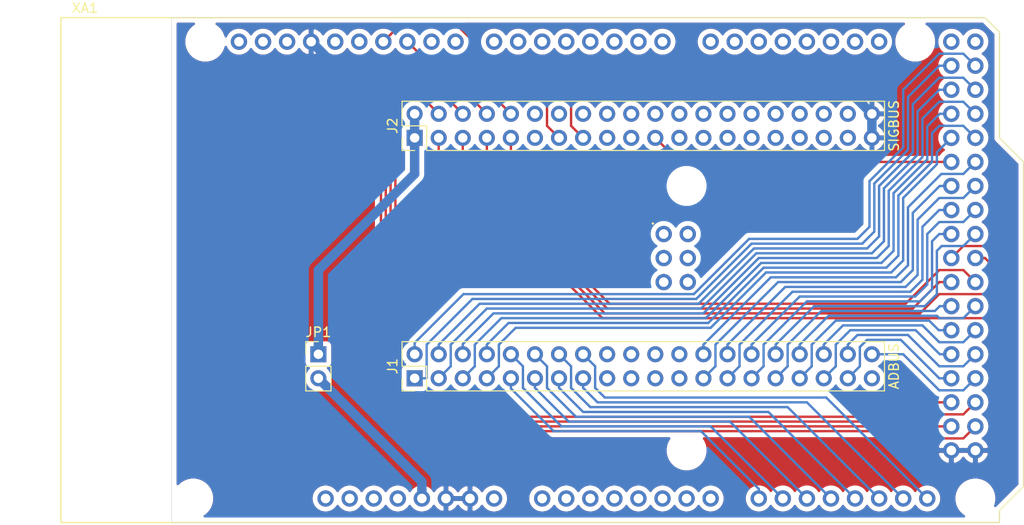
<source format=kicad_pcb>
(kicad_pcb (version 20171130) (host pcbnew 5.1.5+dfsg1-2)

  (general
    (thickness 1.6)
    (drawings 9)
    (tracks 346)
    (zones 0)
    (modules 4)
    (nets 123)
  )

  (page A4)
  (layers
    (0 F.Cu signal)
    (31 B.Cu signal)
    (32 B.Adhes user)
    (33 F.Adhes user)
    (34 B.Paste user)
    (35 F.Paste user)
    (36 B.SilkS user)
    (37 F.SilkS user)
    (38 B.Mask user)
    (39 F.Mask user)
    (40 Dwgs.User user)
    (41 Cmts.User user)
    (42 Eco1.User user)
    (43 Eco2.User user)
    (44 Edge.Cuts user)
    (45 Margin user)
    (46 B.CrtYd user)
    (47 F.CrtYd user)
    (48 B.Fab user)
    (49 F.Fab user)
  )

  (setup
    (last_trace_width 0.25)
    (user_trace_width 1)
    (trace_clearance 0.2)
    (zone_clearance 0.508)
    (zone_45_only no)
    (trace_min 0.2)
    (via_size 0.8)
    (via_drill 0.4)
    (via_min_size 0.4)
    (via_min_drill 0.3)
    (uvia_size 0.3)
    (uvia_drill 0.1)
    (uvias_allowed no)
    (uvia_min_size 0.2)
    (uvia_min_drill 0.1)
    (edge_width 0.05)
    (segment_width 0.2)
    (pcb_text_width 0.3)
    (pcb_text_size 1.5 1.5)
    (mod_edge_width 0.12)
    (mod_text_size 1 1)
    (mod_text_width 0.15)
    (pad_size 1.524 1.524)
    (pad_drill 0.762)
    (pad_to_mask_clearance 0.051)
    (solder_mask_min_width 0.25)
    (aux_axis_origin 0 0)
    (visible_elements FFFFFF7F)
    (pcbplotparams
      (layerselection 0x010e0_ffffffff)
      (usegerberextensions false)
      (usegerberattributes false)
      (usegerberadvancedattributes false)
      (creategerberjobfile false)
      (excludeedgelayer true)
      (linewidth 0.100000)
      (plotframeref false)
      (viasonmask false)
      (mode 1)
      (useauxorigin false)
      (hpglpennumber 1)
      (hpglpenspeed 20)
      (hpglpendiameter 15.000000)
      (psnegative false)
      (psa4output false)
      (plotreference true)
      (plotvalue true)
      (plotinvisibletext false)
      (padsonsilk false)
      (subtractmaskfromsilk false)
      (outputformat 1)
      (mirror false)
      (drillshape 0)
      (scaleselection 1)
      (outputdirectory ""))
  )

  (net 0 "")
  (net 1 /A12)
  (net 2 "Net-(J1-Pad39)")
  (net 3 /A13)
  (net 4 /A1)
  (net 5 /A14)
  (net 6 /A2)
  (net 7 /A15)
  (net 8 /A3)
  (net 9 /A16)
  (net 10 /A4)
  (net 11 /A17)
  (net 12 /A5)
  (net 13 /A18)
  (net 14 /A6)
  (net 15 /A19)
  (net 16 /A7)
  (net 17 /A20)
  (net 18 /A8)
  (net 19 /A21)
  (net 20 /A9)
  (net 21 /A22)
  (net 22 /A10)
  (net 23 /A23)
  (net 24 /A11)
  (net 25 /D15)
  (net 26 /D7)
  (net 27 /D14)
  (net 28 /D6)
  (net 29 /D13)
  (net 30 /D5)
  (net 31 /D12)
  (net 32 /D4)
  (net 33 /D11)
  (net 34 /D3)
  (net 35 /D10)
  (net 36 /D2)
  (net 37 /D9)
  (net 38 /D1)
  (net 39 /D8)
  (net 40 /D0)
  (net 41 GND)
  (net 42 IP3)
  (net 43 CLK)
  (net 44 IP2)
  (net 45 IOSEL)
  (net 46 OP3)
  (net 47 6SEL)
  (net 48 OP2)
  (net 49 5SEL)
  (net 50 SIRQ)
  (net 51 4SEL)
  (net 52 SIACK)
  (net 53 3SEL)
  (net 54 IPL2)
  (net 55 2SEL)
  (net 56 IPL1)
  (net 57 RAMSEL)
  (net 58 IPL0)
  (net 59 0SEL)
  (net 60 FC2)
  (net 61 ROMSEL)
  (net 62 FC1)
  (net 63 "Net-(J2-Pad17)")
  (net 64 FC0)
  (net 65 BERR)
  (net 66 WR)
  (net 67 RESET)
  (net 68 RD)
  (net 69 HALT)
  (net 70 R~W)
  (net 71 BR)
  (net 72 LDS)
  (net 73 BGACK)
  (net 74 UDS)
  (net 75 BG)
  (net 76 AS)
  (net 77 DTACK)
  (net 78 +5V)
  (net 79 "Net-(XA1-PadMISO)")
  (net 80 "Net-(XA1-Pad5V4)")
  (net 81 "Net-(XA1-Pad5V3)")
  (net 82 "Net-(XA1-PadA7)")
  (net 83 "Net-(XA1-PadA6)")
  (net 84 "Net-(XA1-PadA5)")
  (net 85 "Net-(XA1-PadA4)")
  (net 86 "Net-(XA1-PadA3)")
  (net 87 "Net-(XA1-PadA2)")
  (net 88 "Net-(XA1-PadA1)")
  (net 89 "Net-(XA1-PadD12)")
  (net 90 "Net-(XA1-PadD13)")
  (net 91 "Net-(XA1-PadAREF)")
  (net 92 "Net-(XA1-PadSDA)")
  (net 93 "Net-(XA1-PadSCL)")
  (net 94 "Net-(XA1-PadD9)")
  (net 95 "Net-(XA1-PadD8)")
  (net 96 "Net-(XA1-PadD7)")
  (net 97 "Net-(XA1-PadD5)")
  (net 98 "Net-(XA1-PadD4)")
  (net 99 "Net-(XA1-PadD3)")
  (net 100 "Net-(XA1-PadD2)")
  (net 101 "Net-(XA1-PadD1)")
  (net 102 "Net-(XA1-PadD0)")
  (net 103 "Net-(XA1-PadD14)")
  (net 104 "Net-(XA1-PadD15)")
  (net 105 "Net-(XA1-PadD16)")
  (net 106 "Net-(XA1-PadD17)")
  (net 107 "Net-(XA1-PadD18)")
  (net 108 "Net-(XA1-PadD19)")
  (net 109 "Net-(XA1-PadD20)")
  (net 110 "Net-(XA1-PadD21)")
  (net 111 "Net-(XA1-PadIORF)")
  (net 112 "Net-(XA1-PadRST1)")
  (net 113 "Net-(XA1-Pad3V3)")
  (net 114 "Net-(XA1-PadVIN)")
  (net 115 "Net-(XA1-PadA0)")
  (net 116 "Net-(XA1-Pad5V2)")
  (net 117 "Net-(XA1-PadSCK)")
  (net 118 "Net-(XA1-PadMOSI)")
  (net 119 "Net-(XA1-PadGND4)")
  (net 120 "Net-(XA1-PadRST2)")
  (net 121 "Net-(J2-Pad1)")
  (net 122 "Net-(XA1-PadD6)")

  (net_class Default "This is the default net class."
    (clearance 0.2)
    (trace_width 0.25)
    (via_dia 0.8)
    (via_drill 0.4)
    (uvia_dia 0.3)
    (uvia_drill 0.1)
    (add_net +5V)
    (add_net /A1)
    (add_net /A10)
    (add_net /A11)
    (add_net /A12)
    (add_net /A13)
    (add_net /A14)
    (add_net /A15)
    (add_net /A16)
    (add_net /A17)
    (add_net /A18)
    (add_net /A19)
    (add_net /A2)
    (add_net /A20)
    (add_net /A21)
    (add_net /A22)
    (add_net /A23)
    (add_net /A3)
    (add_net /A4)
    (add_net /A5)
    (add_net /A6)
    (add_net /A7)
    (add_net /A8)
    (add_net /A9)
    (add_net /D0)
    (add_net /D1)
    (add_net /D10)
    (add_net /D11)
    (add_net /D12)
    (add_net /D13)
    (add_net /D14)
    (add_net /D15)
    (add_net /D2)
    (add_net /D3)
    (add_net /D4)
    (add_net /D5)
    (add_net /D6)
    (add_net /D7)
    (add_net /D8)
    (add_net /D9)
    (add_net 0SEL)
    (add_net 2SEL)
    (add_net 3SEL)
    (add_net 4SEL)
    (add_net 5SEL)
    (add_net 6SEL)
    (add_net AS)
    (add_net BERR)
    (add_net BG)
    (add_net BGACK)
    (add_net BR)
    (add_net CLK)
    (add_net DTACK)
    (add_net FC0)
    (add_net FC1)
    (add_net FC2)
    (add_net GND)
    (add_net HALT)
    (add_net IOSEL)
    (add_net IP2)
    (add_net IP3)
    (add_net IPL0)
    (add_net IPL1)
    (add_net IPL2)
    (add_net LDS)
    (add_net "Net-(J1-Pad39)")
    (add_net "Net-(J2-Pad1)")
    (add_net "Net-(J2-Pad17)")
    (add_net "Net-(XA1-Pad3V3)")
    (add_net "Net-(XA1-Pad5V2)")
    (add_net "Net-(XA1-Pad5V3)")
    (add_net "Net-(XA1-Pad5V4)")
    (add_net "Net-(XA1-PadA0)")
    (add_net "Net-(XA1-PadA1)")
    (add_net "Net-(XA1-PadA2)")
    (add_net "Net-(XA1-PadA3)")
    (add_net "Net-(XA1-PadA4)")
    (add_net "Net-(XA1-PadA5)")
    (add_net "Net-(XA1-PadA6)")
    (add_net "Net-(XA1-PadA7)")
    (add_net "Net-(XA1-PadAREF)")
    (add_net "Net-(XA1-PadD0)")
    (add_net "Net-(XA1-PadD1)")
    (add_net "Net-(XA1-PadD12)")
    (add_net "Net-(XA1-PadD13)")
    (add_net "Net-(XA1-PadD14)")
    (add_net "Net-(XA1-PadD15)")
    (add_net "Net-(XA1-PadD16)")
    (add_net "Net-(XA1-PadD17)")
    (add_net "Net-(XA1-PadD18)")
    (add_net "Net-(XA1-PadD19)")
    (add_net "Net-(XA1-PadD2)")
    (add_net "Net-(XA1-PadD20)")
    (add_net "Net-(XA1-PadD21)")
    (add_net "Net-(XA1-PadD3)")
    (add_net "Net-(XA1-PadD4)")
    (add_net "Net-(XA1-PadD5)")
    (add_net "Net-(XA1-PadD6)")
    (add_net "Net-(XA1-PadD7)")
    (add_net "Net-(XA1-PadD8)")
    (add_net "Net-(XA1-PadD9)")
    (add_net "Net-(XA1-PadGND4)")
    (add_net "Net-(XA1-PadIORF)")
    (add_net "Net-(XA1-PadMISO)")
    (add_net "Net-(XA1-PadMOSI)")
    (add_net "Net-(XA1-PadRST1)")
    (add_net "Net-(XA1-PadRST2)")
    (add_net "Net-(XA1-PadSCK)")
    (add_net "Net-(XA1-PadSCL)")
    (add_net "Net-(XA1-PadSDA)")
    (add_net "Net-(XA1-PadVIN)")
    (add_net OP2)
    (add_net OP3)
    (add_net RAMSEL)
    (add_net RD)
    (add_net RESET)
    (add_net ROMSEL)
    (add_net R~W)
    (add_net SIACK)
    (add_net SIRQ)
    (add_net UDS)
    (add_net WR)
  )

  (module Connector_PinHeader_2.54mm:PinHeader_1x02_P2.54mm_Vertical (layer F.Cu) (tedit 59FED5CC) (tstamp 5E7C3E31)
    (at 90.678 93.98)
    (descr "Through hole straight pin header, 1x02, 2.54mm pitch, single row")
    (tags "Through hole pin header THT 1x02 2.54mm single row")
    (path /5E88070B)
    (fp_text reference JP1 (at 0 -2.33) (layer F.SilkS)
      (effects (font (size 1 1) (thickness 0.15)))
    )
    (fp_text value Jumper (at 0 4.87) (layer F.Fab)
      (effects (font (size 1 1) (thickness 0.15)))
    )
    (fp_text user %R (at 0 1.27 90) (layer F.Fab)
      (effects (font (size 1 1) (thickness 0.15)))
    )
    (fp_line (start 1.8 -1.8) (end -1.8 -1.8) (layer F.CrtYd) (width 0.05))
    (fp_line (start 1.8 4.35) (end 1.8 -1.8) (layer F.CrtYd) (width 0.05))
    (fp_line (start -1.8 4.35) (end 1.8 4.35) (layer F.CrtYd) (width 0.05))
    (fp_line (start -1.8 -1.8) (end -1.8 4.35) (layer F.CrtYd) (width 0.05))
    (fp_line (start -1.33 -1.33) (end 0 -1.33) (layer F.SilkS) (width 0.12))
    (fp_line (start -1.33 0) (end -1.33 -1.33) (layer F.SilkS) (width 0.12))
    (fp_line (start -1.33 1.27) (end 1.33 1.27) (layer F.SilkS) (width 0.12))
    (fp_line (start 1.33 1.27) (end 1.33 3.87) (layer F.SilkS) (width 0.12))
    (fp_line (start -1.33 1.27) (end -1.33 3.87) (layer F.SilkS) (width 0.12))
    (fp_line (start -1.33 3.87) (end 1.33 3.87) (layer F.SilkS) (width 0.12))
    (fp_line (start -1.27 -0.635) (end -0.635 -1.27) (layer F.Fab) (width 0.1))
    (fp_line (start -1.27 3.81) (end -1.27 -0.635) (layer F.Fab) (width 0.1))
    (fp_line (start 1.27 3.81) (end -1.27 3.81) (layer F.Fab) (width 0.1))
    (fp_line (start 1.27 -1.27) (end 1.27 3.81) (layer F.Fab) (width 0.1))
    (fp_line (start -0.635 -1.27) (end 1.27 -1.27) (layer F.Fab) (width 0.1))
    (pad 2 thru_hole oval (at 0 2.54) (size 1.7 1.7) (drill 1) (layers *.Cu *.Mask)
      (net 78 +5V))
    (pad 1 thru_hole rect (at 0 0) (size 1.7 1.7) (drill 1) (layers *.Cu *.Mask)
      (net 121 "Net-(J2-Pad1)"))
    (model ${KISYS3DMOD}/Connector_PinHeader_2.54mm.3dshapes/PinHeader_1x02_P2.54mm_Vertical.wrl
      (at (xyz 0 0 0))
      (scale (xyz 1 1 1))
      (rotate (xyz 0 0 0))
    )
  )

  (module ArduinoShields:Arduino_Mega2560_Shield (layer F.Cu) (tedit 5A8605D3) (tstamp 5E7847CF)
    (at 63.5 111.76)
    (descr https://store.arduino.cc/arduino-mega-2560-rev3)
    (path /5E781D1C)
    (fp_text reference XA1 (at 2.54 -54.356) (layer F.SilkS)
      (effects (font (size 1 1) (thickness 0.15)))
    )
    (fp_text value Arduino_Mega2560_Shield (at 15.494 -54.356) (layer F.Fab)
      (effects (font (size 1 1) (thickness 0.15)))
    )
    (fp_line (start 0 -53.34) (end 97.536 -53.34) (layer F.SilkS) (width 0.15))
    (fp_line (start 0 0) (end 99.06 0) (layer F.SilkS) (width 0.15))
    (fp_line (start 97.536 -53.34) (end 99.06 -51.816) (layer F.SilkS) (width 0.15))
    (fp_line (start 99.06 0) (end 99.06 -1.27) (layer F.SilkS) (width 0.15))
    (fp_line (start 99.06 -1.27) (end 101.6 -3.81) (layer F.SilkS) (width 0.15))
    (fp_line (start 101.6 -3.81) (end 101.6 -38.1) (layer F.SilkS) (width 0.15))
    (fp_line (start 101.6 -38.1) (end 99.06 -40.64) (layer F.SilkS) (width 0.15))
    (fp_line (start 99.06 -40.64) (end 99.06 -51.816) (layer F.SilkS) (width 0.15))
    (fp_line (start 0 -53.34) (end 0 0) (layer F.SilkS) (width 0.15))
    (fp_line (start -1.905 -12.065) (end 11.43 -12.065) (layer B.CrtYd) (width 0.15))
    (fp_line (start -1.905 -12.065) (end -1.905 -3.175) (layer B.CrtYd) (width 0.15))
    (fp_line (start -1.905 -3.175) (end 11.43 -3.175) (layer B.CrtYd) (width 0.15))
    (fp_line (start 11.43 -12.065) (end 11.43 -3.175) (layer B.CrtYd) (width 0.15))
    (fp_text user . (at 62.484 -32.004) (layer F.SilkS)
      (effects (font (size 1 1) (thickness 0.15)))
    )
    (fp_line (start -6.35 -43.815) (end -6.35 -32.385) (layer B.CrtYd) (width 0.15))
    (fp_line (start 9.525 -43.815) (end 9.525 -32.385) (layer B.CrtYd) (width 0.15))
    (fp_line (start 9.525 -43.815) (end -6.35 -43.815) (layer B.CrtYd) (width 0.15))
    (fp_line (start 9.525 -32.385) (end -6.35 -32.385) (layer B.CrtYd) (width 0.15))
    (pad MISO thru_hole oval (at 63.627 -30.48) (size 1.7272 1.7272) (drill 1.016) (layers *.Cu *.Mask)
      (net 79 "Net-(XA1-PadMISO)"))
    (pad GND6 thru_hole oval (at 96.52 -7.62) (size 1.7272 1.7272) (drill 1.016) (layers *.Cu *.Mask)
      (net 41 GND))
    (pad GND5 thru_hole oval (at 93.98 -7.62) (size 1.7272 1.7272) (drill 1.016) (layers *.Cu *.Mask)
      (net 41 GND))
    (pad D53 thru_hole oval (at 96.52 -10.16) (size 1.7272 1.7272) (drill 1.016) (layers *.Cu *.Mask)
      (net 70 R~W))
    (pad D52 thru_hole oval (at 93.98 -10.16) (size 1.7272 1.7272) (drill 1.016) (layers *.Cu *.Mask)
      (net 72 LDS))
    (pad D51 thru_hole oval (at 96.52 -12.7) (size 1.7272 1.7272) (drill 1.016) (layers *.Cu *.Mask)
      (net 74 UDS))
    (pad D50 thru_hole oval (at 93.98 -12.7) (size 1.7272 1.7272) (drill 1.016) (layers *.Cu *.Mask)
      (net 76 AS))
    (pad D49 thru_hole oval (at 96.52 -15.24) (size 1.7272 1.7272) (drill 1.016) (layers *.Cu *.Mask)
      (net 4 /A1))
    (pad D48 thru_hole oval (at 93.98 -15.24) (size 1.7272 1.7272) (drill 1.016) (layers *.Cu *.Mask)
      (net 6 /A2))
    (pad D47 thru_hole oval (at 96.52 -17.78) (size 1.7272 1.7272) (drill 1.016) (layers *.Cu *.Mask)
      (net 8 /A3))
    (pad D46 thru_hole oval (at 93.98 -17.78) (size 1.7272 1.7272) (drill 1.016) (layers *.Cu *.Mask)
      (net 10 /A4))
    (pad D45 thru_hole oval (at 96.52 -20.32) (size 1.7272 1.7272) (drill 1.016) (layers *.Cu *.Mask)
      (net 12 /A5))
    (pad D44 thru_hole oval (at 93.98 -20.32) (size 1.7272 1.7272) (drill 1.016) (layers *.Cu *.Mask)
      (net 14 /A6))
    (pad D43 thru_hole oval (at 96.52 -22.86) (size 1.7272 1.7272) (drill 1.016) (layers *.Cu *.Mask)
      (net 16 /A7))
    (pad D42 thru_hole oval (at 93.98 -22.86) (size 1.7272 1.7272) (drill 1.016) (layers *.Cu *.Mask)
      (net 18 /A8))
    (pad D41 thru_hole oval (at 96.52 -25.4) (size 1.7272 1.7272) (drill 1.016) (layers *.Cu *.Mask)
      (net 71 BR))
    (pad D40 thru_hole oval (at 93.98 -25.4) (size 1.7272 1.7272) (drill 1.016) (layers *.Cu *.Mask)
      (net 73 BGACK))
    (pad D39 thru_hole oval (at 96.52 -27.94) (size 1.7272 1.7272) (drill 1.016) (layers *.Cu *.Mask)
      (net 75 BG))
    (pad D38 thru_hole oval (at 93.98 -27.94) (size 1.7272 1.7272) (drill 1.016) (layers *.Cu *.Mask)
      (net 77 DTACK))
    (pad D37 thru_hole oval (at 96.52 -30.48) (size 1.7272 1.7272) (drill 1.016) (layers *.Cu *.Mask)
      (net 20 /A9))
    (pad D36 thru_hole oval (at 93.98 -30.48) (size 1.7272 1.7272) (drill 1.016) (layers *.Cu *.Mask)
      (net 22 /A10))
    (pad D35 thru_hole oval (at 96.52 -33.02) (size 1.7272 1.7272) (drill 1.016) (layers *.Cu *.Mask)
      (net 24 /A11))
    (pad D34 thru_hole oval (at 93.98 -33.02) (size 1.7272 1.7272) (drill 1.016) (layers *.Cu *.Mask)
      (net 1 /A12))
    (pad D33 thru_hole oval (at 96.52 -35.56) (size 1.7272 1.7272) (drill 1.016) (layers *.Cu *.Mask)
      (net 3 /A13))
    (pad D32 thru_hole oval (at 93.98 -35.56) (size 1.7272 1.7272) (drill 1.016) (layers *.Cu *.Mask)
      (net 5 /A14))
    (pad D31 thru_hole oval (at 96.52 -38.1) (size 1.7272 1.7272) (drill 1.016) (layers *.Cu *.Mask)
      (net 7 /A15))
    (pad D30 thru_hole oval (at 93.98 -38.1) (size 1.7272 1.7272) (drill 1.016) (layers *.Cu *.Mask)
      (net 59 0SEL))
    (pad D29 thru_hole oval (at 96.52 -40.64) (size 1.7272 1.7272) (drill 1.016) (layers *.Cu *.Mask)
      (net 26 /D7))
    (pad D28 thru_hole oval (at 93.98 -40.64) (size 1.7272 1.7272) (drill 1.016) (layers *.Cu *.Mask)
      (net 28 /D6))
    (pad D27 thru_hole oval (at 96.52 -43.18) (size 1.7272 1.7272) (drill 1.016) (layers *.Cu *.Mask)
      (net 30 /D5))
    (pad D26 thru_hole oval (at 93.98 -43.18) (size 1.7272 1.7272) (drill 1.016) (layers *.Cu *.Mask)
      (net 32 /D4))
    (pad D25 thru_hole oval (at 96.52 -45.72) (size 1.7272 1.7272) (drill 1.016) (layers *.Cu *.Mask)
      (net 34 /D3))
    (pad D24 thru_hole oval (at 93.98 -45.72) (size 1.7272 1.7272) (drill 1.016) (layers *.Cu *.Mask)
      (net 36 /D2))
    (pad D23 thru_hole oval (at 96.52 -48.26) (size 1.7272 1.7272) (drill 1.016) (layers *.Cu *.Mask)
      (net 38 /D1))
    (pad D22 thru_hole oval (at 93.98 -48.26) (size 1.7272 1.7272) (drill 1.016) (layers *.Cu *.Mask)
      (net 40 /D0))
    (pad 5V4 thru_hole oval (at 96.52 -50.8) (size 1.7272 1.7272) (drill 1.016) (layers *.Cu *.Mask)
      (net 80 "Net-(XA1-Pad5V4)"))
    (pad 5V3 thru_hole oval (at 93.98 -50.8) (size 1.7272 1.7272) (drill 1.016) (layers *.Cu *.Mask)
      (net 81 "Net-(XA1-Pad5V3)"))
    (pad A15 thru_hole oval (at 91.44 -2.54) (size 1.7272 1.7272) (drill 1.016) (layers *.Cu *.Mask)
      (net 25 /D15))
    (pad A14 thru_hole oval (at 88.9 -2.54) (size 1.7272 1.7272) (drill 1.016) (layers *.Cu *.Mask)
      (net 27 /D14))
    (pad A13 thru_hole oval (at 86.36 -2.54) (size 1.7272 1.7272) (drill 1.016) (layers *.Cu *.Mask)
      (net 29 /D13))
    (pad A12 thru_hole oval (at 83.82 -2.54) (size 1.7272 1.7272) (drill 1.016) (layers *.Cu *.Mask)
      (net 31 /D12))
    (pad A11 thru_hole oval (at 81.28 -2.54) (size 1.7272 1.7272) (drill 1.016) (layers *.Cu *.Mask)
      (net 33 /D11))
    (pad A10 thru_hole oval (at 78.74 -2.54) (size 1.7272 1.7272) (drill 1.016) (layers *.Cu *.Mask)
      (net 35 /D10))
    (pad A9 thru_hole oval (at 76.2 -2.54) (size 1.7272 1.7272) (drill 1.016) (layers *.Cu *.Mask)
      (net 37 /D9))
    (pad A8 thru_hole oval (at 73.66 -2.54) (size 1.7272 1.7272) (drill 1.016) (layers *.Cu *.Mask)
      (net 39 /D8))
    (pad A7 thru_hole oval (at 68.58 -2.54) (size 1.7272 1.7272) (drill 1.016) (layers *.Cu *.Mask)
      (net 82 "Net-(XA1-PadA7)"))
    (pad A6 thru_hole oval (at 66.04 -2.54) (size 1.7272 1.7272) (drill 1.016) (layers *.Cu *.Mask)
      (net 83 "Net-(XA1-PadA6)"))
    (pad A5 thru_hole oval (at 63.5 -2.54) (size 1.7272 1.7272) (drill 1.016) (layers *.Cu *.Mask)
      (net 84 "Net-(XA1-PadA5)"))
    (pad A4 thru_hole oval (at 60.96 -2.54) (size 1.7272 1.7272) (drill 1.016) (layers *.Cu *.Mask)
      (net 85 "Net-(XA1-PadA4)"))
    (pad A3 thru_hole oval (at 58.42 -2.54) (size 1.7272 1.7272) (drill 1.016) (layers *.Cu *.Mask)
      (net 86 "Net-(XA1-PadA3)"))
    (pad A2 thru_hole oval (at 55.88 -2.54) (size 1.7272 1.7272) (drill 1.016) (layers *.Cu *.Mask)
      (net 87 "Net-(XA1-PadA2)"))
    (pad A1 thru_hole oval (at 53.34 -2.54) (size 1.7272 1.7272) (drill 1.016) (layers *.Cu *.Mask)
      (net 88 "Net-(XA1-PadA1)"))
    (pad "" thru_hole oval (at 27.94 -2.54) (size 1.7272 1.7272) (drill 1.016) (layers *.Cu *.Mask))
    (pad D11 thru_hole oval (at 34.036 -50.8) (size 1.7272 1.7272) (drill 1.016) (layers *.Cu *.Mask)
      (net 65 BERR))
    (pad D12 thru_hole oval (at 31.496 -50.8) (size 1.7272 1.7272) (drill 1.016) (layers *.Cu *.Mask)
      (net 89 "Net-(XA1-PadD12)"))
    (pad D13 thru_hole oval (at 28.956 -50.8) (size 1.7272 1.7272) (drill 1.016) (layers *.Cu *.Mask)
      (net 90 "Net-(XA1-PadD13)"))
    (pad AREF thru_hole oval (at 23.876 -50.8) (size 1.7272 1.7272) (drill 1.016) (layers *.Cu *.Mask)
      (net 91 "Net-(XA1-PadAREF)"))
    (pad SDA thru_hole oval (at 21.336 -50.8) (size 1.7272 1.7272) (drill 1.016) (layers *.Cu *.Mask)
      (net 92 "Net-(XA1-PadSDA)"))
    (pad SCL thru_hole oval (at 18.796 -50.8) (size 1.7272 1.7272) (drill 1.016) (layers *.Cu *.Mask)
      (net 93 "Net-(XA1-PadSCL)"))
    (pad "" np_thru_hole circle (at 13.97 -2.54) (size 3.2 3.2) (drill 3.2) (layers *.Cu *.Mask))
    (pad "" np_thru_hole circle (at 96.52 -2.54) (size 3.2 3.2) (drill 3.2) (layers *.Cu *.Mask))
    (pad "" np_thru_hole circle (at 15.24 -50.8) (size 3.2 3.2) (drill 3.2) (layers *.Cu *.Mask))
    (pad "" np_thru_hole circle (at 90.17 -50.8) (size 3.2 3.2) (drill 3.2) (layers *.Cu *.Mask))
    (pad "" np_thru_hole circle (at 66.04 -35.56) (size 3.2 3.2) (drill 3.2) (layers *.Cu *.Mask))
    (pad "" np_thru_hole circle (at 66.04 -7.62) (size 3.2 3.2) (drill 3.2) (layers *.Cu *.Mask))
    (pad D10 thru_hole oval (at 36.576 -50.8) (size 1.7272 1.7272) (drill 1.016) (layers *.Cu *.Mask)
      (net 67 RESET))
    (pad D9 thru_hole oval (at 39.116 -50.8) (size 1.7272 1.7272) (drill 1.016) (layers *.Cu *.Mask)
      (net 94 "Net-(XA1-PadD9)"))
    (pad D8 thru_hole oval (at 41.656 -50.8) (size 1.7272 1.7272) (drill 1.016) (layers *.Cu *.Mask)
      (net 95 "Net-(XA1-PadD8)"))
    (pad GND1 thru_hole oval (at 26.416 -50.8) (size 1.7272 1.7272) (drill 1.016) (layers *.Cu *.Mask)
      (net 41 GND))
    (pad D7 thru_hole oval (at 45.72 -50.8) (size 1.7272 1.7272) (drill 1.016) (layers *.Cu *.Mask)
      (net 96 "Net-(XA1-PadD7)"))
    (pad D6 thru_hole oval (at 48.26 -50.8) (size 1.7272 1.7272) (drill 1.016) (layers *.Cu *.Mask)
      (net 122 "Net-(XA1-PadD6)"))
    (pad D5 thru_hole oval (at 50.8 -50.8) (size 1.7272 1.7272) (drill 1.016) (layers *.Cu *.Mask)
      (net 97 "Net-(XA1-PadD5)"))
    (pad D4 thru_hole oval (at 53.34 -50.8) (size 1.7272 1.7272) (drill 1.016) (layers *.Cu *.Mask)
      (net 98 "Net-(XA1-PadD4)"))
    (pad D3 thru_hole oval (at 55.88 -50.8) (size 1.7272 1.7272) (drill 1.016) (layers *.Cu *.Mask)
      (net 99 "Net-(XA1-PadD3)"))
    (pad D2 thru_hole oval (at 58.42 -50.8) (size 1.7272 1.7272) (drill 1.016) (layers *.Cu *.Mask)
      (net 100 "Net-(XA1-PadD2)"))
    (pad D1 thru_hole oval (at 60.96 -50.8) (size 1.7272 1.7272) (drill 1.016) (layers *.Cu *.Mask)
      (net 101 "Net-(XA1-PadD1)"))
    (pad D0 thru_hole oval (at 63.5 -50.8) (size 1.7272 1.7272) (drill 1.016) (layers *.Cu *.Mask)
      (net 102 "Net-(XA1-PadD0)"))
    (pad D14 thru_hole oval (at 68.58 -50.8) (size 1.7272 1.7272) (drill 1.016) (layers *.Cu *.Mask)
      (net 103 "Net-(XA1-PadD14)"))
    (pad D15 thru_hole oval (at 71.12 -50.8) (size 1.7272 1.7272) (drill 1.016) (layers *.Cu *.Mask)
      (net 104 "Net-(XA1-PadD15)"))
    (pad D16 thru_hole oval (at 73.66 -50.8) (size 1.7272 1.7272) (drill 1.016) (layers *.Cu *.Mask)
      (net 105 "Net-(XA1-PadD16)"))
    (pad D17 thru_hole oval (at 76.2 -50.8) (size 1.7272 1.7272) (drill 1.016) (layers *.Cu *.Mask)
      (net 106 "Net-(XA1-PadD17)"))
    (pad D18 thru_hole oval (at 78.74 -50.8) (size 1.7272 1.7272) (drill 1.016) (layers *.Cu *.Mask)
      (net 107 "Net-(XA1-PadD18)"))
    (pad D19 thru_hole oval (at 81.28 -50.8) (size 1.7272 1.7272) (drill 1.016) (layers *.Cu *.Mask)
      (net 108 "Net-(XA1-PadD19)"))
    (pad D20 thru_hole oval (at 83.82 -50.8) (size 1.7272 1.7272) (drill 1.016) (layers *.Cu *.Mask)
      (net 109 "Net-(XA1-PadD20)"))
    (pad D21 thru_hole oval (at 86.36 -50.8) (size 1.7272 1.7272) (drill 1.016) (layers *.Cu *.Mask)
      (net 110 "Net-(XA1-PadD21)"))
    (pad IORF thru_hole oval (at 30.48 -2.54) (size 1.7272 1.7272) (drill 1.016) (layers *.Cu *.Mask)
      (net 111 "Net-(XA1-PadIORF)"))
    (pad RST1 thru_hole oval (at 33.02 -2.54) (size 1.7272 1.7272) (drill 1.016) (layers *.Cu *.Mask)
      (net 112 "Net-(XA1-PadRST1)"))
    (pad 3V3 thru_hole oval (at 35.56 -2.54) (size 1.7272 1.7272) (drill 1.016) (layers *.Cu *.Mask)
      (net 113 "Net-(XA1-Pad3V3)"))
    (pad 5V1 thru_hole oval (at 38.1 -2.54) (size 1.7272 1.7272) (drill 1.016) (layers *.Cu *.Mask)
      (net 78 +5V))
    (pad GND2 thru_hole oval (at 40.64 -2.54) (size 1.7272 1.7272) (drill 1.016) (layers *.Cu *.Mask)
      (net 41 GND))
    (pad GND3 thru_hole oval (at 43.18 -2.54) (size 1.7272 1.7272) (drill 1.016) (layers *.Cu *.Mask)
      (net 41 GND))
    (pad VIN thru_hole oval (at 45.72 -2.54) (size 1.7272 1.7272) (drill 1.016) (layers *.Cu *.Mask)
      (net 114 "Net-(XA1-PadVIN)"))
    (pad A0 thru_hole oval (at 50.8 -2.54) (size 1.7272 1.7272) (drill 1.016) (layers *.Cu *.Mask)
      (net 115 "Net-(XA1-PadA0)"))
    (pad 5V2 thru_hole oval (at 66.167 -30.48) (size 1.7272 1.7272) (drill 1.016) (layers *.Cu *.Mask)
      (net 116 "Net-(XA1-Pad5V2)"))
    (pad SCK thru_hole oval (at 63.627 -27.94) (size 1.7272 1.7272) (drill 1.016) (layers *.Cu *.Mask)
      (net 117 "Net-(XA1-PadSCK)"))
    (pad MOSI thru_hole oval (at 66.167 -27.94) (size 1.7272 1.7272) (drill 1.016) (layers *.Cu *.Mask)
      (net 118 "Net-(XA1-PadMOSI)"))
    (pad GND4 thru_hole oval (at 66.167 -25.4) (size 1.7272 1.7272) (drill 1.016) (layers *.Cu *.Mask)
      (net 119 "Net-(XA1-PadGND4)"))
    (pad RST2 thru_hole oval (at 63.627 -25.4) (size 1.7272 1.7272) (drill 1.016) (layers *.Cu *.Mask)
      (net 120 "Net-(XA1-PadRST2)"))
  )

  (module Connector_PinHeader_2.54mm:PinHeader_2x20_P2.54mm_Vertical (layer F.Cu) (tedit 59FED5CC) (tstamp 5E784757)
    (at 100.838 71.12 90)
    (descr "Through hole straight pin header, 2x20, 2.54mm pitch, double rows")
    (tags "Through hole pin header THT 2x20 2.54mm double row")
    (path /5E69B369)
    (fp_text reference J2 (at 1.27 -2.33 90) (layer F.SilkS)
      (effects (font (size 1 1) (thickness 0.15)))
    )
    (fp_text value SIGBUS (at 1.27 50.59 90) (layer F.SilkS)
      (effects (font (size 1 1) (thickness 0.15)))
    )
    (fp_text user %R (at 1.27 24.13) (layer F.Fab)
      (effects (font (size 1 1) (thickness 0.15)))
    )
    (fp_line (start 4.35 -1.8) (end -1.8 -1.8) (layer F.CrtYd) (width 0.05))
    (fp_line (start 4.35 50.05) (end 4.35 -1.8) (layer F.CrtYd) (width 0.05))
    (fp_line (start -1.8 50.05) (end 4.35 50.05) (layer F.CrtYd) (width 0.05))
    (fp_line (start -1.8 -1.8) (end -1.8 50.05) (layer F.CrtYd) (width 0.05))
    (fp_line (start -1.33 -1.33) (end 0 -1.33) (layer F.SilkS) (width 0.12))
    (fp_line (start -1.33 0) (end -1.33 -1.33) (layer F.SilkS) (width 0.12))
    (fp_line (start 1.27 -1.33) (end 3.87 -1.33) (layer F.SilkS) (width 0.12))
    (fp_line (start 1.27 1.27) (end 1.27 -1.33) (layer F.SilkS) (width 0.12))
    (fp_line (start -1.33 1.27) (end 1.27 1.27) (layer F.SilkS) (width 0.12))
    (fp_line (start 3.87 -1.33) (end 3.87 49.59) (layer F.SilkS) (width 0.12))
    (fp_line (start -1.33 1.27) (end -1.33 49.59) (layer F.SilkS) (width 0.12))
    (fp_line (start -1.33 49.59) (end 3.87 49.59) (layer F.SilkS) (width 0.12))
    (fp_line (start -1.27 0) (end 0 -1.27) (layer F.Fab) (width 0.1))
    (fp_line (start -1.27 49.53) (end -1.27 0) (layer F.Fab) (width 0.1))
    (fp_line (start 3.81 49.53) (end -1.27 49.53) (layer F.Fab) (width 0.1))
    (fp_line (start 3.81 -1.27) (end 3.81 49.53) (layer F.Fab) (width 0.1))
    (fp_line (start 0 -1.27) (end 3.81 -1.27) (layer F.Fab) (width 0.1))
    (pad 40 thru_hole oval (at 2.54 48.26 90) (size 1.7 1.7) (drill 1) (layers *.Cu *.Mask)
      (net 41 GND))
    (pad 39 thru_hole oval (at 0 48.26 90) (size 1.7 1.7) (drill 1) (layers *.Cu *.Mask)
      (net 41 GND))
    (pad 38 thru_hole oval (at 2.54 45.72 90) (size 1.7 1.7) (drill 1) (layers *.Cu *.Mask)
      (net 42 IP3))
    (pad 37 thru_hole oval (at 0 45.72 90) (size 1.7 1.7) (drill 1) (layers *.Cu *.Mask)
      (net 43 CLK))
    (pad 36 thru_hole oval (at 2.54 43.18 90) (size 1.7 1.7) (drill 1) (layers *.Cu *.Mask)
      (net 44 IP2))
    (pad 35 thru_hole oval (at 0 43.18 90) (size 1.7 1.7) (drill 1) (layers *.Cu *.Mask)
      (net 45 IOSEL))
    (pad 34 thru_hole oval (at 2.54 40.64 90) (size 1.7 1.7) (drill 1) (layers *.Cu *.Mask)
      (net 46 OP3))
    (pad 33 thru_hole oval (at 0 40.64 90) (size 1.7 1.7) (drill 1) (layers *.Cu *.Mask)
      (net 47 6SEL))
    (pad 32 thru_hole oval (at 2.54 38.1 90) (size 1.7 1.7) (drill 1) (layers *.Cu *.Mask)
      (net 48 OP2))
    (pad 31 thru_hole oval (at 0 38.1 90) (size 1.7 1.7) (drill 1) (layers *.Cu *.Mask)
      (net 49 5SEL))
    (pad 30 thru_hole oval (at 2.54 35.56 90) (size 1.7 1.7) (drill 1) (layers *.Cu *.Mask)
      (net 50 SIRQ))
    (pad 29 thru_hole oval (at 0 35.56 90) (size 1.7 1.7) (drill 1) (layers *.Cu *.Mask)
      (net 51 4SEL))
    (pad 28 thru_hole oval (at 2.54 33.02 90) (size 1.7 1.7) (drill 1) (layers *.Cu *.Mask)
      (net 52 SIACK))
    (pad 27 thru_hole oval (at 0 33.02 90) (size 1.7 1.7) (drill 1) (layers *.Cu *.Mask)
      (net 53 3SEL))
    (pad 26 thru_hole oval (at 2.54 30.48 90) (size 1.7 1.7) (drill 1) (layers *.Cu *.Mask)
      (net 54 IPL2))
    (pad 25 thru_hole oval (at 0 30.48 90) (size 1.7 1.7) (drill 1) (layers *.Cu *.Mask)
      (net 55 2SEL))
    (pad 24 thru_hole oval (at 2.54 27.94 90) (size 1.7 1.7) (drill 1) (layers *.Cu *.Mask)
      (net 56 IPL1))
    (pad 23 thru_hole oval (at 0 27.94 90) (size 1.7 1.7) (drill 1) (layers *.Cu *.Mask)
      (net 57 RAMSEL))
    (pad 22 thru_hole oval (at 2.54 25.4 90) (size 1.7 1.7) (drill 1) (layers *.Cu *.Mask)
      (net 58 IPL0))
    (pad 21 thru_hole oval (at 0 25.4 90) (size 1.7 1.7) (drill 1) (layers *.Cu *.Mask)
      (net 59 0SEL))
    (pad 20 thru_hole oval (at 2.54 22.86 90) (size 1.7 1.7) (drill 1) (layers *.Cu *.Mask)
      (net 60 FC2))
    (pad 19 thru_hole oval (at 0 22.86 90) (size 1.7 1.7) (drill 1) (layers *.Cu *.Mask)
      (net 61 ROMSEL))
    (pad 18 thru_hole oval (at 2.54 20.32 90) (size 1.7 1.7) (drill 1) (layers *.Cu *.Mask)
      (net 62 FC1))
    (pad 17 thru_hole oval (at 0 20.32 90) (size 1.7 1.7) (drill 1) (layers *.Cu *.Mask)
      (net 63 "Net-(J2-Pad17)"))
    (pad 16 thru_hole oval (at 2.54 17.78 90) (size 1.7 1.7) (drill 1) (layers *.Cu *.Mask)
      (net 64 FC0))
    (pad 15 thru_hole oval (at 0 17.78 90) (size 1.7 1.7) (drill 1) (layers *.Cu *.Mask)
      (net 65 BERR))
    (pad 14 thru_hole oval (at 2.54 15.24 90) (size 1.7 1.7) (drill 1) (layers *.Cu *.Mask)
      (net 66 WR))
    (pad 13 thru_hole oval (at 0 15.24 90) (size 1.7 1.7) (drill 1) (layers *.Cu *.Mask)
      (net 67 RESET))
    (pad 12 thru_hole oval (at 2.54 12.7 90) (size 1.7 1.7) (drill 1) (layers *.Cu *.Mask)
      (net 68 RD))
    (pad 11 thru_hole oval (at 0 12.7 90) (size 1.7 1.7) (drill 1) (layers *.Cu *.Mask)
      (net 69 HALT))
    (pad 10 thru_hole oval (at 2.54 10.16 90) (size 1.7 1.7) (drill 1) (layers *.Cu *.Mask)
      (net 70 R~W))
    (pad 9 thru_hole oval (at 0 10.16 90) (size 1.7 1.7) (drill 1) (layers *.Cu *.Mask)
      (net 71 BR))
    (pad 8 thru_hole oval (at 2.54 7.62 90) (size 1.7 1.7) (drill 1) (layers *.Cu *.Mask)
      (net 72 LDS))
    (pad 7 thru_hole oval (at 0 7.62 90) (size 1.7 1.7) (drill 1) (layers *.Cu *.Mask)
      (net 73 BGACK))
    (pad 6 thru_hole oval (at 2.54 5.08 90) (size 1.7 1.7) (drill 1) (layers *.Cu *.Mask)
      (net 74 UDS))
    (pad 5 thru_hole oval (at 0 5.08 90) (size 1.7 1.7) (drill 1) (layers *.Cu *.Mask)
      (net 75 BG))
    (pad 4 thru_hole oval (at 2.54 2.54 90) (size 1.7 1.7) (drill 1) (layers *.Cu *.Mask)
      (net 76 AS))
    (pad 3 thru_hole oval (at 0 2.54 90) (size 1.7 1.7) (drill 1) (layers *.Cu *.Mask)
      (net 77 DTACK))
    (pad 2 thru_hole oval (at 2.54 0 90) (size 1.7 1.7) (drill 1) (layers *.Cu *.Mask)
      (net 121 "Net-(J2-Pad1)"))
    (pad 1 thru_hole rect (at 0 0 90) (size 1.7 1.7) (drill 1) (layers *.Cu *.Mask)
      (net 121 "Net-(J2-Pad1)"))
    (model ${KISYS3DMOD}/Connector_PinHeader_2.54mm.3dshapes/PinHeader_2x20_P2.54mm_Vertical.wrl
      (at (xyz 0 0 0))
      (scale (xyz 1 1 1))
      (rotate (xyz 0 0 0))
    )
  )

  (module Connector_PinHeader_2.54mm:PinHeader_2x20_P2.54mm_Vertical (layer F.Cu) (tedit 59FED5CC) (tstamp 5E784719)
    (at 100.838 96.52 90)
    (descr "Through hole straight pin header, 2x20, 2.54mm pitch, double rows")
    (tags "Through hole pin header THT 2x20 2.54mm double row")
    (path /5E69B363)
    (fp_text reference J1 (at 1.27 -2.33 90) (layer F.SilkS)
      (effects (font (size 1 1) (thickness 0.15)))
    )
    (fp_text value ADBUS (at 1.27 50.59 90) (layer F.SilkS)
      (effects (font (size 1 1) (thickness 0.15)))
    )
    (fp_text user %R (at 1.27 24.13) (layer F.Fab)
      (effects (font (size 1 1) (thickness 0.15)))
    )
    (fp_line (start 4.35 -1.8) (end -1.8 -1.8) (layer F.CrtYd) (width 0.05))
    (fp_line (start 4.35 50.05) (end 4.35 -1.8) (layer F.CrtYd) (width 0.05))
    (fp_line (start -1.8 50.05) (end 4.35 50.05) (layer F.CrtYd) (width 0.05))
    (fp_line (start -1.8 -1.8) (end -1.8 50.05) (layer F.CrtYd) (width 0.05))
    (fp_line (start -1.33 -1.33) (end 0 -1.33) (layer F.SilkS) (width 0.12))
    (fp_line (start -1.33 0) (end -1.33 -1.33) (layer F.SilkS) (width 0.12))
    (fp_line (start 1.27 -1.33) (end 3.87 -1.33) (layer F.SilkS) (width 0.12))
    (fp_line (start 1.27 1.27) (end 1.27 -1.33) (layer F.SilkS) (width 0.12))
    (fp_line (start -1.33 1.27) (end 1.27 1.27) (layer F.SilkS) (width 0.12))
    (fp_line (start 3.87 -1.33) (end 3.87 49.59) (layer F.SilkS) (width 0.12))
    (fp_line (start -1.33 1.27) (end -1.33 49.59) (layer F.SilkS) (width 0.12))
    (fp_line (start -1.33 49.59) (end 3.87 49.59) (layer F.SilkS) (width 0.12))
    (fp_line (start -1.27 0) (end 0 -1.27) (layer F.Fab) (width 0.1))
    (fp_line (start -1.27 49.53) (end -1.27 0) (layer F.Fab) (width 0.1))
    (fp_line (start 3.81 49.53) (end -1.27 49.53) (layer F.Fab) (width 0.1))
    (fp_line (start 3.81 -1.27) (end 3.81 49.53) (layer F.Fab) (width 0.1))
    (fp_line (start 0 -1.27) (end 3.81 -1.27) (layer F.Fab) (width 0.1))
    (pad 40 thru_hole oval (at 2.54 48.26 90) (size 1.7 1.7) (drill 1) (layers *.Cu *.Mask)
      (net 4 /A1))
    (pad 39 thru_hole oval (at 0 48.26 90) (size 1.7 1.7) (drill 1) (layers *.Cu *.Mask)
      (net 2 "Net-(J1-Pad39)"))
    (pad 38 thru_hole oval (at 2.54 45.72 90) (size 1.7 1.7) (drill 1) (layers *.Cu *.Mask)
      (net 8 /A3))
    (pad 37 thru_hole oval (at 0 45.72 90) (size 1.7 1.7) (drill 1) (layers *.Cu *.Mask)
      (net 6 /A2))
    (pad 36 thru_hole oval (at 2.54 43.18 90) (size 1.7 1.7) (drill 1) (layers *.Cu *.Mask)
      (net 12 /A5))
    (pad 35 thru_hole oval (at 0 43.18 90) (size 1.7 1.7) (drill 1) (layers *.Cu *.Mask)
      (net 10 /A4))
    (pad 34 thru_hole oval (at 2.54 40.64 90) (size 1.7 1.7) (drill 1) (layers *.Cu *.Mask)
      (net 16 /A7))
    (pad 33 thru_hole oval (at 0 40.64 90) (size 1.7 1.7) (drill 1) (layers *.Cu *.Mask)
      (net 14 /A6))
    (pad 32 thru_hole oval (at 2.54 38.1 90) (size 1.7 1.7) (drill 1) (layers *.Cu *.Mask)
      (net 20 /A9))
    (pad 31 thru_hole oval (at 0 38.1 90) (size 1.7 1.7) (drill 1) (layers *.Cu *.Mask)
      (net 18 /A8))
    (pad 30 thru_hole oval (at 2.54 35.56 90) (size 1.7 1.7) (drill 1) (layers *.Cu *.Mask)
      (net 24 /A11))
    (pad 29 thru_hole oval (at 0 35.56 90) (size 1.7 1.7) (drill 1) (layers *.Cu *.Mask)
      (net 22 /A10))
    (pad 28 thru_hole oval (at 2.54 33.02 90) (size 1.7 1.7) (drill 1) (layers *.Cu *.Mask)
      (net 3 /A13))
    (pad 27 thru_hole oval (at 0 33.02 90) (size 1.7 1.7) (drill 1) (layers *.Cu *.Mask)
      (net 1 /A12))
    (pad 26 thru_hole oval (at 2.54 30.48 90) (size 1.7 1.7) (drill 1) (layers *.Cu *.Mask)
      (net 7 /A15))
    (pad 25 thru_hole oval (at 0 30.48 90) (size 1.7 1.7) (drill 1) (layers *.Cu *.Mask)
      (net 5 /A14))
    (pad 24 thru_hole oval (at 2.54 27.94 90) (size 1.7 1.7) (drill 1) (layers *.Cu *.Mask)
      (net 11 /A17))
    (pad 23 thru_hole oval (at 0 27.94 90) (size 1.7 1.7) (drill 1) (layers *.Cu *.Mask)
      (net 9 /A16))
    (pad 22 thru_hole oval (at 2.54 25.4 90) (size 1.7 1.7) (drill 1) (layers *.Cu *.Mask)
      (net 15 /A19))
    (pad 21 thru_hole oval (at 0 25.4 90) (size 1.7 1.7) (drill 1) (layers *.Cu *.Mask)
      (net 13 /A18))
    (pad 20 thru_hole oval (at 2.54 22.86 90) (size 1.7 1.7) (drill 1) (layers *.Cu *.Mask)
      (net 19 /A21))
    (pad 19 thru_hole oval (at 0 22.86 90) (size 1.7 1.7) (drill 1) (layers *.Cu *.Mask)
      (net 17 /A20))
    (pad 18 thru_hole oval (at 2.54 20.32 90) (size 1.7 1.7) (drill 1) (layers *.Cu *.Mask)
      (net 23 /A23))
    (pad 17 thru_hole oval (at 0 20.32 90) (size 1.7 1.7) (drill 1) (layers *.Cu *.Mask)
      (net 21 /A22))
    (pad 16 thru_hole oval (at 2.54 17.78 90) (size 1.7 1.7) (drill 1) (layers *.Cu *.Mask)
      (net 25 /D15))
    (pad 15 thru_hole oval (at 0 17.78 90) (size 1.7 1.7) (drill 1) (layers *.Cu *.Mask)
      (net 27 /D14))
    (pad 14 thru_hole oval (at 2.54 15.24 90) (size 1.7 1.7) (drill 1) (layers *.Cu *.Mask)
      (net 29 /D13))
    (pad 13 thru_hole oval (at 0 15.24 90) (size 1.7 1.7) (drill 1) (layers *.Cu *.Mask)
      (net 31 /D12))
    (pad 12 thru_hole oval (at 2.54 12.7 90) (size 1.7 1.7) (drill 1) (layers *.Cu *.Mask)
      (net 33 /D11))
    (pad 11 thru_hole oval (at 0 12.7 90) (size 1.7 1.7) (drill 1) (layers *.Cu *.Mask)
      (net 35 /D10))
    (pad 10 thru_hole oval (at 2.54 10.16 90) (size 1.7 1.7) (drill 1) (layers *.Cu *.Mask)
      (net 37 /D9))
    (pad 9 thru_hole oval (at 0 10.16 90) (size 1.7 1.7) (drill 1) (layers *.Cu *.Mask)
      (net 39 /D8))
    (pad 8 thru_hole oval (at 2.54 7.62 90) (size 1.7 1.7) (drill 1) (layers *.Cu *.Mask)
      (net 26 /D7))
    (pad 7 thru_hole oval (at 0 7.62 90) (size 1.7 1.7) (drill 1) (layers *.Cu *.Mask)
      (net 28 /D6))
    (pad 6 thru_hole oval (at 2.54 5.08 90) (size 1.7 1.7) (drill 1) (layers *.Cu *.Mask)
      (net 30 /D5))
    (pad 5 thru_hole oval (at 0 5.08 90) (size 1.7 1.7) (drill 1) (layers *.Cu *.Mask)
      (net 32 /D4))
    (pad 4 thru_hole oval (at 2.54 2.54 90) (size 1.7 1.7) (drill 1) (layers *.Cu *.Mask)
      (net 34 /D3))
    (pad 3 thru_hole oval (at 0 2.54 90) (size 1.7 1.7) (drill 1) (layers *.Cu *.Mask)
      (net 36 /D2))
    (pad 2 thru_hole oval (at 2.54 0 90) (size 1.7 1.7) (drill 1) (layers *.Cu *.Mask)
      (net 38 /D1))
    (pad 1 thru_hole rect (at 0 0 90) (size 1.7 1.7) (drill 1) (layers *.Cu *.Mask)
      (net 40 /D0))
    (model ${KISYS3DMOD}/Connector_PinHeader_2.54mm.3dshapes/PinHeader_2x20_P2.54mm_Vertical.wrl
      (at (xyz 0 0 0))
      (scale (xyz 1 1 1))
      (rotate (xyz 0 0 0))
    )
  )

  (gr_line (start 75.184 58.42) (end 161.036 58.42) (layer Edge.Cuts) (width 0.05) (tstamp 5E7F87FE))
  (gr_line (start 75.184 111.76) (end 75.184 58.42) (layer Edge.Cuts) (width 0.05))
  (gr_line (start 162.56 111.76) (end 75.184 111.76) (layer Edge.Cuts) (width 0.05))
  (gr_line (start 162.56 110.49) (end 162.56 111.76) (layer Edge.Cuts) (width 0.05))
  (gr_line (start 165.1 107.95) (end 162.56 110.49) (layer Edge.Cuts) (width 0.05))
  (gr_line (start 165.1 73.66) (end 165.1 107.95) (layer Edge.Cuts) (width 0.05))
  (gr_line (start 162.56 71.12) (end 165.1 73.66) (layer Edge.Cuts) (width 0.05))
  (gr_line (start 162.56 59.944) (end 162.56 71.12) (layer Edge.Cuts) (width 0.05))
  (gr_line (start 161.036 58.42) (end 162.56 59.944) (layer Edge.Cuts) (width 0.05))

  (segment (start 154.432 80.518) (end 156.21 78.74) (width 0.25) (layer B.Cu) (net 1))
  (segment (start 154.432 86.106) (end 154.432 80.518) (width 0.25) (layer B.Cu) (net 1))
  (segment (start 153.162 87.376) (end 154.432 86.106) (width 0.25) (layer B.Cu) (net 1))
  (segment (start 140.716 87.376) (end 153.162 87.376) (width 0.25) (layer B.Cu) (net 1))
  (segment (start 135.128 95.25) (end 135.128 92.964) (width 0.25) (layer B.Cu) (net 1))
  (segment (start 156.21 78.74) (end 157.48 78.74) (width 0.25) (layer B.Cu) (net 1))
  (segment (start 135.128 92.964) (end 140.716 87.376) (width 0.25) (layer B.Cu) (net 1))
  (segment (start 133.858 96.52) (end 135.128 95.25) (width 0.25) (layer B.Cu) (net 1))
  (segment (start 159.156401 77.063599) (end 160.02 76.2) (width 0.25) (layer B.Cu) (net 3))
  (segment (start 158.75 77.47) (end 159.156401 77.063599) (width 0.25) (layer B.Cu) (net 3))
  (segment (start 156.21 77.47) (end 158.75 77.47) (width 0.25) (layer B.Cu) (net 3))
  (segment (start 153.924 79.756) (end 156.21 77.47) (width 0.25) (layer B.Cu) (net 3))
  (segment (start 153.924 85.598) (end 153.924 79.756) (width 0.25) (layer B.Cu) (net 3))
  (segment (start 152.654 86.868) (end 153.924 85.598) (width 0.25) (layer B.Cu) (net 3))
  (segment (start 139.954 86.868) (end 152.654 86.868) (width 0.25) (layer B.Cu) (net 3))
  (segment (start 133.858 92.964) (end 139.954 86.868) (width 0.25) (layer B.Cu) (net 3))
  (segment (start 133.858 93.98) (end 133.858 92.964) (width 0.25) (layer B.Cu) (net 3))
  (segment (start 158.75 97.79) (end 160.02 96.52) (width 0.25) (layer B.Cu) (net 4))
  (segment (start 156.21 97.79) (end 158.75 97.79) (width 0.25) (layer B.Cu) (net 4))
  (segment (start 152.4 93.98) (end 156.21 97.79) (width 0.25) (layer B.Cu) (net 4))
  (segment (start 149.098 93.98) (end 152.4 93.98) (width 0.25) (layer B.Cu) (net 4))
  (segment (start 153.416 79.042686) (end 156.258686 76.2) (width 0.25) (layer B.Cu) (net 5))
  (segment (start 153.416 85.09) (end 153.416 79.042686) (width 0.25) (layer B.Cu) (net 5))
  (segment (start 156.258686 76.2) (end 157.48 76.2) (width 0.25) (layer B.Cu) (net 5))
  (segment (start 152.146 86.36) (end 153.416 85.09) (width 0.25) (layer B.Cu) (net 5))
  (segment (start 139.192 86.36) (end 152.146 86.36) (width 0.25) (layer B.Cu) (net 5))
  (segment (start 132.588 92.964) (end 139.192 86.36) (width 0.25) (layer B.Cu) (net 5))
  (segment (start 132.588 95.25) (end 132.588 92.964) (width 0.25) (layer B.Cu) (net 5))
  (segment (start 131.318 96.52) (end 132.588 95.25) (width 0.25) (layer B.Cu) (net 5))
  (segment (start 148.59 92.456) (end 152.146 92.456) (width 0.25) (layer B.Cu) (net 6))
  (segment (start 156.21 96.52) (end 157.48 96.52) (width 0.25) (layer B.Cu) (net 6))
  (segment (start 152.146 92.456) (end 156.21 96.52) (width 0.25) (layer B.Cu) (net 6))
  (segment (start 147.828 93.218) (end 148.59 92.456) (width 0.25) (layer B.Cu) (net 6))
  (segment (start 147.828 95.25) (end 147.828 93.218) (width 0.25) (layer B.Cu) (net 6))
  (segment (start 146.558 96.52) (end 147.828 95.25) (width 0.25) (layer B.Cu) (net 6))
  (segment (start 158.75 74.93) (end 159.156401 74.523599) (width 0.25) (layer B.Cu) (net 7))
  (segment (start 156.43225 74.93) (end 158.75 74.93) (width 0.25) (layer B.Cu) (net 7))
  (segment (start 152.908 78.45425) (end 156.43225 74.93) (width 0.25) (layer B.Cu) (net 7))
  (segment (start 151.638 85.852) (end 152.908 84.582) (width 0.25) (layer B.Cu) (net 7))
  (segment (start 131.318 92.964) (end 138.43 85.852) (width 0.25) (layer B.Cu) (net 7))
  (segment (start 159.156401 74.523599) (end 160.02 73.66) (width 0.25) (layer B.Cu) (net 7))
  (segment (start 152.908 84.582) (end 152.908 78.45425) (width 0.25) (layer B.Cu) (net 7))
  (segment (start 138.43 85.852) (end 151.638 85.852) (width 0.25) (layer B.Cu) (net 7))
  (segment (start 131.318 93.98) (end 131.318 92.964) (width 0.25) (layer B.Cu) (net 7))
  (segment (start 159.156401 94.843599) (end 160.02 93.98) (width 0.25) (layer B.Cu) (net 8))
  (segment (start 158.75 95.25) (end 159.156401 94.843599) (width 0.25) (layer B.Cu) (net 8))
  (segment (start 147.574 91.948) (end 152.908 91.948) (width 0.25) (layer B.Cu) (net 8))
  (segment (start 152.908 91.948) (end 156.21 95.25) (width 0.25) (layer B.Cu) (net 8))
  (segment (start 146.558 92.964) (end 147.574 91.948) (width 0.25) (layer B.Cu) (net 8))
  (segment (start 156.21 95.25) (end 158.75 95.25) (width 0.25) (layer B.Cu) (net 8))
  (segment (start 146.558 93.98) (end 146.558 92.964) (width 0.25) (layer B.Cu) (net 8))
  (segment (start 156.258686 93.98) (end 157.48 93.98) (width 0.25) (layer B.Cu) (net 10))
  (segment (start 153.718686 91.44) (end 156.258686 93.98) (width 0.25) (layer B.Cu) (net 10))
  (segment (start 146.812 91.44) (end 153.718686 91.44) (width 0.25) (layer B.Cu) (net 10))
  (segment (start 145.288 92.964) (end 146.812 91.44) (width 0.25) (layer B.Cu) (net 10))
  (segment (start 145.288 95.25) (end 145.288 92.964) (width 0.25) (layer B.Cu) (net 10))
  (segment (start 144.018 96.52) (end 145.288 95.25) (width 0.25) (layer B.Cu) (net 10))
  (segment (start 159.156401 92.303599) (end 160.02 91.44) (width 0.25) (layer B.Cu) (net 12))
  (segment (start 158.75 92.71) (end 159.156401 92.303599) (width 0.25) (layer B.Cu) (net 12))
  (segment (start 156.21 92.71) (end 158.75 92.71) (width 0.25) (layer B.Cu) (net 12))
  (segment (start 154.432 90.932) (end 156.21 92.71) (width 0.25) (layer B.Cu) (net 12))
  (segment (start 146.05 90.932) (end 154.432 90.932) (width 0.25) (layer B.Cu) (net 12))
  (segment (start 144.018 92.964) (end 146.05 90.932) (width 0.25) (layer B.Cu) (net 12))
  (segment (start 144.018 93.98) (end 144.018 92.964) (width 0.25) (layer B.Cu) (net 12))
  (segment (start 156.156641 91.44) (end 157.48 91.44) (width 0.25) (layer B.Cu) (net 14))
  (segment (start 155.140641 90.424) (end 156.156641 91.44) (width 0.25) (layer B.Cu) (net 14))
  (segment (start 145.288 90.424) (end 155.140641 90.424) (width 0.25) (layer B.Cu) (net 14))
  (segment (start 142.748 92.964) (end 145.288 90.424) (width 0.25) (layer B.Cu) (net 14))
  (segment (start 142.748 95.25) (end 142.748 92.964) (width 0.25) (layer B.Cu) (net 14))
  (segment (start 141.478 96.52) (end 142.748 95.25) (width 0.25) (layer B.Cu) (net 14))
  (segment (start 159.156401 89.763599) (end 160.02 88.9) (width 0.25) (layer B.Cu) (net 16))
  (segment (start 158.75 90.17) (end 159.156401 89.763599) (width 0.25) (layer B.Cu) (net 16))
  (segment (start 156.21 90.17) (end 158.75 90.17) (width 0.25) (layer B.Cu) (net 16))
  (segment (start 155.956 89.916) (end 156.21 90.17) (width 0.25) (layer B.Cu) (net 16))
  (segment (start 141.478 92.964) (end 144.526 89.916) (width 0.25) (layer B.Cu) (net 16))
  (segment (start 144.526 89.916) (end 155.956 89.916) (width 0.25) (layer B.Cu) (net 16))
  (segment (start 141.478 93.98) (end 141.478 92.964) (width 0.25) (layer B.Cu) (net 16))
  (segment (start 155.750686 89.408) (end 156.258686 88.9) (width 0.25) (layer B.Cu) (net 18))
  (segment (start 156.258686 88.9) (end 157.48 88.9) (width 0.25) (layer B.Cu) (net 18))
  (segment (start 143.764 89.408) (end 155.750686 89.408) (width 0.25) (layer B.Cu) (net 18))
  (segment (start 140.208 92.964) (end 143.764 89.408) (width 0.25) (layer B.Cu) (net 18))
  (segment (start 140.208 95.25) (end 140.208 92.964) (width 0.25) (layer B.Cu) (net 18))
  (segment (start 138.938 96.52) (end 140.208 95.25) (width 0.25) (layer B.Cu) (net 18))
  (segment (start 159.156401 82.143599) (end 160.02 81.28) (width 0.25) (layer B.Cu) (net 20))
  (segment (start 158.75 82.55) (end 159.156401 82.143599) (width 0.25) (layer B.Cu) (net 20))
  (segment (start 155.956 83.058) (end 156.464 82.55) (width 0.25) (layer B.Cu) (net 20))
  (segment (start 155.956 87.63) (end 155.956 83.058) (width 0.25) (layer B.Cu) (net 20))
  (segment (start 156.464 82.55) (end 158.75 82.55) (width 0.25) (layer B.Cu) (net 20))
  (segment (start 154.686 88.9) (end 155.956 87.63) (width 0.25) (layer B.Cu) (net 20))
  (segment (start 143.002 88.9) (end 154.686 88.9) (width 0.25) (layer B.Cu) (net 20))
  (segment (start 138.938 92.964) (end 143.002 88.9) (width 0.25) (layer B.Cu) (net 20))
  (segment (start 138.938 93.98) (end 138.938 92.964) (width 0.25) (layer B.Cu) (net 20))
  (segment (start 155.448 82.042) (end 156.21 81.28) (width 0.25) (layer B.Cu) (net 22))
  (segment (start 155.448 87.122) (end 155.448 82.042) (width 0.25) (layer B.Cu) (net 22))
  (segment (start 154.178 88.392) (end 155.448 87.122) (width 0.25) (layer B.Cu) (net 22))
  (segment (start 142.24 88.392) (end 154.178 88.392) (width 0.25) (layer B.Cu) (net 22))
  (segment (start 156.21 81.28) (end 157.48 81.28) (width 0.25) (layer B.Cu) (net 22))
  (segment (start 137.668 92.964) (end 142.24 88.392) (width 0.25) (layer B.Cu) (net 22))
  (segment (start 137.668 95.25) (end 137.668 92.964) (width 0.25) (layer B.Cu) (net 22))
  (segment (start 136.398 96.52) (end 137.668 95.25) (width 0.25) (layer B.Cu) (net 22))
  (segment (start 159.156401 79.603599) (end 160.02 78.74) (width 0.25) (layer B.Cu) (net 24))
  (segment (start 156.21 80.01) (end 158.75 80.01) (width 0.25) (layer B.Cu) (net 24))
  (segment (start 154.94 86.614) (end 154.94 81.28) (width 0.25) (layer B.Cu) (net 24))
  (segment (start 158.75 80.01) (end 159.156401 79.603599) (width 0.25) (layer B.Cu) (net 24))
  (segment (start 153.67 87.884) (end 154.94 86.614) (width 0.25) (layer B.Cu) (net 24))
  (segment (start 136.398 92.964) (end 141.478 87.884) (width 0.25) (layer B.Cu) (net 24))
  (segment (start 154.94 81.28) (end 156.21 80.01) (width 0.25) (layer B.Cu) (net 24))
  (segment (start 141.478 87.884) (end 153.67 87.884) (width 0.25) (layer B.Cu) (net 24))
  (segment (start 136.398 93.98) (end 136.398 92.964) (width 0.25) (layer B.Cu) (net 24))
  (segment (start 144.272 98.552) (end 154.076401 108.356401) (width 0.25) (layer B.Cu) (net 25))
  (segment (start 120.904 98.552) (end 144.272 98.552) (width 0.25) (layer B.Cu) (net 25))
  (segment (start 119.888 97.536) (end 120.904 98.552) (width 0.25) (layer B.Cu) (net 25))
  (segment (start 119.888 95.25) (end 119.888 97.536) (width 0.25) (layer B.Cu) (net 25))
  (segment (start 118.618 93.98) (end 119.888 95.25) (width 0.25) (layer B.Cu) (net 25))
  (segment (start 154.076401 108.356401) (end 154.94 109.22) (width 0.25) (layer B.Cu) (net 25))
  (segment (start 156.21 69.85) (end 158.75 69.85) (width 0.25) (layer B.Cu) (net 26))
  (segment (start 158.75 69.85) (end 159.156401 70.256401) (width 0.25) (layer B.Cu) (net 26))
  (segment (start 155.448 73.66) (end 155.448 70.612) (width 0.25) (layer B.Cu) (net 26))
  (segment (start 151.892 77.216) (end 155.448 73.66) (width 0.25) (layer B.Cu) (net 26))
  (segment (start 159.156401 70.256401) (end 160.02 71.12) (width 0.25) (layer B.Cu) (net 26))
  (segment (start 151.892 83.566) (end 151.892 77.216) (width 0.25) (layer B.Cu) (net 26))
  (segment (start 150.622 84.836) (end 151.892 83.566) (width 0.25) (layer B.Cu) (net 26))
  (segment (start 137.668 84.836) (end 150.622 84.836) (width 0.25) (layer B.Cu) (net 26))
  (segment (start 131.826 90.678) (end 137.668 84.836) (width 0.25) (layer B.Cu) (net 26))
  (segment (start 110.744 90.678) (end 131.826 90.678) (width 0.25) (layer B.Cu) (net 26))
  (segment (start 108.458 92.964) (end 110.744 90.678) (width 0.25) (layer B.Cu) (net 26))
  (segment (start 155.448 70.612) (end 156.21 69.85) (width 0.25) (layer B.Cu) (net 26))
  (segment (start 108.458 93.98) (end 108.458 92.964) (width 0.25) (layer B.Cu) (net 26))
  (segment (start 151.536401 108.356401) (end 152.4 109.22) (width 0.25) (layer B.Cu) (net 27))
  (segment (start 120.142 99.06) (end 142.24 99.06) (width 0.25) (layer B.Cu) (net 27))
  (segment (start 142.24 99.06) (end 151.536401 108.356401) (width 0.25) (layer B.Cu) (net 27))
  (segment (start 118.618 97.536) (end 120.142 99.06) (width 0.25) (layer B.Cu) (net 27))
  (segment (start 118.618 96.52) (end 118.618 97.536) (width 0.25) (layer B.Cu) (net 27))
  (segment (start 108.458 96.52) (end 109.728 95.25) (width 0.25) (layer B.Cu) (net 28))
  (segment (start 137.922 85.344) (end 151.13 85.344) (width 0.25) (layer B.Cu) (net 28))
  (segment (start 109.728 95.25) (end 109.728 92.964) (width 0.25) (layer B.Cu) (net 28))
  (segment (start 109.728 92.964) (end 111.506 91.186) (width 0.25) (layer B.Cu) (net 28))
  (segment (start 111.506 91.186) (end 132.08 91.186) (width 0.25) (layer B.Cu) (net 28))
  (segment (start 151.13 85.344) (end 152.4 84.074) (width 0.25) (layer B.Cu) (net 28))
  (segment (start 132.08 91.186) (end 137.922 85.344) (width 0.25) (layer B.Cu) (net 28))
  (segment (start 152.4 84.074) (end 152.4 77.47) (width 0.25) (layer B.Cu) (net 28))
  (segment (start 155.956 72.644) (end 156.616401 71.983599) (width 0.25) (layer B.Cu) (net 28))
  (segment (start 152.4 77.47) (end 155.956 73.914) (width 0.25) (layer B.Cu) (net 28))
  (segment (start 155.956 73.914) (end 155.956 72.644) (width 0.25) (layer B.Cu) (net 28))
  (segment (start 156.616401 71.983599) (end 157.48 71.12) (width 0.25) (layer B.Cu) (net 28))
  (segment (start 116.205 93.98) (end 116.078 93.98) (width 0.25) (layer B.Cu) (net 29))
  (segment (start 148.996401 108.356401) (end 149.86 109.22) (width 0.25) (layer B.Cu) (net 29))
  (segment (start 119.38 99.568) (end 140.208 99.568) (width 0.25) (layer B.Cu) (net 29))
  (segment (start 117.348 97.536) (end 119.38 99.568) (width 0.25) (layer B.Cu) (net 29))
  (segment (start 140.208 99.568) (end 148.996401 108.356401) (width 0.25) (layer B.Cu) (net 29))
  (segment (start 117.348 95.25) (end 117.348 97.536) (width 0.25) (layer B.Cu) (net 29))
  (segment (start 116.078 93.98) (end 117.348 95.25) (width 0.25) (layer B.Cu) (net 29))
  (segment (start 156.21 67.31) (end 158.75 67.31) (width 0.25) (layer B.Cu) (net 30))
  (segment (start 154.432 69.088) (end 156.21 67.31) (width 0.25) (layer B.Cu) (net 30))
  (segment (start 154.432 73.152) (end 154.432 69.088) (width 0.25) (layer B.Cu) (net 30))
  (segment (start 159.156401 67.716401) (end 160.02 68.58) (width 0.25) (layer B.Cu) (net 30))
  (segment (start 150.876 82.55) (end 150.876 76.708) (width 0.25) (layer B.Cu) (net 30))
  (segment (start 150.876 76.708) (end 154.432 73.152) (width 0.25) (layer B.Cu) (net 30))
  (segment (start 149.606 83.82) (end 150.876 82.55) (width 0.25) (layer B.Cu) (net 30))
  (segment (start 158.75 67.31) (end 159.156401 67.716401) (width 0.25) (layer B.Cu) (net 30))
  (segment (start 131.318 89.662) (end 137.16 83.82) (width 0.25) (layer B.Cu) (net 30))
  (segment (start 137.16 83.82) (end 149.606 83.82) (width 0.25) (layer B.Cu) (net 30))
  (segment (start 109.160919 89.662) (end 131.318 89.662) (width 0.25) (layer B.Cu) (net 30))
  (segment (start 105.918 92.904919) (end 109.160919 89.662) (width 0.25) (layer B.Cu) (net 30))
  (segment (start 105.918 93.98) (end 105.918 92.904919) (width 0.25) (layer B.Cu) (net 30))
  (segment (start 146.456401 108.356401) (end 147.32 109.22) (width 0.25) (layer B.Cu) (net 31))
  (segment (start 138.176 100.076) (end 146.456401 108.356401) (width 0.25) (layer B.Cu) (net 31))
  (segment (start 118.618 100.076) (end 138.176 100.076) (width 0.25) (layer B.Cu) (net 31))
  (segment (start 116.078 97.536) (end 118.618 100.076) (width 0.25) (layer B.Cu) (net 31))
  (segment (start 116.078 96.52) (end 116.078 97.536) (width 0.25) (layer B.Cu) (net 31))
  (segment (start 156.258686 68.58) (end 157.48 68.58) (width 0.25) (layer B.Cu) (net 32))
  (segment (start 154.94 69.898686) (end 156.258686 68.58) (width 0.25) (layer B.Cu) (net 32))
  (segment (start 154.94 73.406) (end 154.94 69.898686) (width 0.25) (layer B.Cu) (net 32))
  (segment (start 151.384 76.962) (end 154.94 73.406) (width 0.25) (layer B.Cu) (net 32))
  (segment (start 151.384 83.058) (end 151.384 76.962) (width 0.25) (layer B.Cu) (net 32))
  (segment (start 150.114 84.328) (end 151.384 83.058) (width 0.25) (layer B.Cu) (net 32))
  (segment (start 137.414 84.328) (end 150.114 84.328) (width 0.25) (layer B.Cu) (net 32))
  (segment (start 131.572 90.17) (end 137.414 84.328) (width 0.25) (layer B.Cu) (net 32))
  (segment (start 109.982 90.17) (end 131.572 90.17) (width 0.25) (layer B.Cu) (net 32))
  (segment (start 107.188 92.964) (end 109.982 90.17) (width 0.25) (layer B.Cu) (net 32))
  (segment (start 107.188 95.25) (end 107.188 92.964) (width 0.25) (layer B.Cu) (net 32))
  (segment (start 105.918 96.52) (end 107.188 95.25) (width 0.25) (layer B.Cu) (net 32))
  (segment (start 136.144 100.584) (end 143.916401 108.356401) (width 0.25) (layer B.Cu) (net 33))
  (segment (start 117.856 100.584) (end 136.144 100.584) (width 0.25) (layer B.Cu) (net 33))
  (segment (start 114.808 97.536) (end 117.856 100.584) (width 0.25) (layer B.Cu) (net 33))
  (segment (start 114.808 95.25) (end 114.808 97.536) (width 0.25) (layer B.Cu) (net 33))
  (segment (start 143.916401 108.356401) (end 144.78 109.22) (width 0.25) (layer B.Cu) (net 33))
  (segment (start 113.538 93.98) (end 114.808 95.25) (width 0.25) (layer B.Cu) (net 33))
  (segment (start 159.156401 65.176401) (end 160.02 66.04) (width 0.25) (layer B.Cu) (net 34))
  (segment (start 153.416 67.564) (end 156.21 64.77) (width 0.25) (layer B.Cu) (net 34))
  (segment (start 149.86 76.2) (end 153.416 72.644) (width 0.25) (layer B.Cu) (net 34))
  (segment (start 149.86 81.534) (end 149.86 76.2) (width 0.25) (layer B.Cu) (net 34))
  (segment (start 156.21 64.77) (end 158.75 64.77) (width 0.25) (layer B.Cu) (net 34))
  (segment (start 130.81 88.646) (end 136.652 82.804) (width 0.25) (layer B.Cu) (net 34))
  (segment (start 107.696 88.646) (end 130.81 88.646) (width 0.25) (layer B.Cu) (net 34))
  (segment (start 148.59 82.804) (end 149.86 81.534) (width 0.25) (layer B.Cu) (net 34))
  (segment (start 136.652 82.804) (end 148.59 82.804) (width 0.25) (layer B.Cu) (net 34))
  (segment (start 103.378 92.964) (end 107.696 88.646) (width 0.25) (layer B.Cu) (net 34))
  (segment (start 158.75 64.77) (end 159.156401 65.176401) (width 0.25) (layer B.Cu) (net 34))
  (segment (start 153.416 72.644) (end 153.416 67.564) (width 0.25) (layer B.Cu) (net 34))
  (segment (start 103.378 93.98) (end 103.378 92.964) (width 0.25) (layer B.Cu) (net 34))
  (segment (start 141.376401 108.356401) (end 142.24 109.22) (width 0.25) (layer B.Cu) (net 35))
  (segment (start 117.094 101.092) (end 134.112 101.092) (width 0.25) (layer B.Cu) (net 35))
  (segment (start 134.112 101.092) (end 141.376401 108.356401) (width 0.25) (layer B.Cu) (net 35))
  (segment (start 113.538 97.536) (end 117.094 101.092) (width 0.25) (layer B.Cu) (net 35))
  (segment (start 113.538 96.52) (end 113.538 97.536) (width 0.25) (layer B.Cu) (net 35))
  (segment (start 153.924 68.326) (end 156.21 66.04) (width 0.25) (layer B.Cu) (net 36))
  (segment (start 153.924 72.898) (end 153.924 68.326) (width 0.25) (layer B.Cu) (net 36))
  (segment (start 150.368 82.042) (end 150.368 76.454) (width 0.25) (layer B.Cu) (net 36))
  (segment (start 150.368 76.454) (end 153.924 72.898) (width 0.25) (layer B.Cu) (net 36))
  (segment (start 149.098 83.312) (end 150.368 82.042) (width 0.25) (layer B.Cu) (net 36))
  (segment (start 136.906 83.312) (end 149.098 83.312) (width 0.25) (layer B.Cu) (net 36))
  (segment (start 131.064 89.154) (end 136.906 83.312) (width 0.25) (layer B.Cu) (net 36))
  (segment (start 108.458 89.154) (end 131.064 89.154) (width 0.25) (layer B.Cu) (net 36))
  (segment (start 104.648 92.964) (end 108.458 89.154) (width 0.25) (layer B.Cu) (net 36))
  (segment (start 104.648 95.25) (end 104.648 92.964) (width 0.25) (layer B.Cu) (net 36))
  (segment (start 156.21 66.04) (end 157.48 66.04) (width 0.25) (layer B.Cu) (net 36))
  (segment (start 103.378 96.52) (end 104.648 95.25) (width 0.25) (layer B.Cu) (net 36))
  (segment (start 138.836401 108.356401) (end 139.7 109.22) (width 0.25) (layer B.Cu) (net 37))
  (segment (start 132.08 101.6) (end 138.836401 108.356401) (width 0.25) (layer B.Cu) (net 37))
  (segment (start 116.332 101.6) (end 132.08 101.6) (width 0.25) (layer B.Cu) (net 37))
  (segment (start 112.268 97.536) (end 116.332 101.6) (width 0.25) (layer B.Cu) (net 37))
  (segment (start 112.268 95.25) (end 112.268 97.536) (width 0.25) (layer B.Cu) (net 37))
  (segment (start 110.998 93.98) (end 112.268 95.25) (width 0.25) (layer B.Cu) (net 37))
  (segment (start 100.838 92.777919) (end 100.838 93.98) (width 0.25) (layer B.Cu) (net 38))
  (segment (start 130.302 87.63) (end 105.985919 87.63) (width 0.25) (layer B.Cu) (net 38))
  (segment (start 136.144 81.788) (end 130.302 87.63) (width 0.25) (layer B.Cu) (net 38))
  (segment (start 147.574 81.788) (end 136.144 81.788) (width 0.25) (layer B.Cu) (net 38))
  (segment (start 148.844 80.518) (end 147.574 81.788) (width 0.25) (layer B.Cu) (net 38))
  (segment (start 148.844 75.692) (end 148.844 80.518) (width 0.25) (layer B.Cu) (net 38))
  (segment (start 156.21 62.23) (end 152.4 66.04) (width 0.25) (layer B.Cu) (net 38))
  (segment (start 152.4 72.136) (end 148.844 75.692) (width 0.25) (layer B.Cu) (net 38))
  (segment (start 152.4 66.04) (end 152.4 72.136) (width 0.25) (layer B.Cu) (net 38))
  (segment (start 158.75 62.23) (end 156.21 62.23) (width 0.25) (layer B.Cu) (net 38))
  (segment (start 105.985919 87.63) (end 100.838 92.777919) (width 0.25) (layer B.Cu) (net 38))
  (segment (start 160.02 63.5) (end 158.75 62.23) (width 0.25) (layer B.Cu) (net 38))
  (segment (start 137.16 108.204) (end 137.16 109.22) (width 0.25) (layer B.Cu) (net 39))
  (segment (start 131.064 102.108) (end 137.16 108.204) (width 0.25) (layer B.Cu) (net 39))
  (segment (start 115.510919 102.108) (end 131.064 102.108) (width 0.25) (layer B.Cu) (net 39))
  (segment (start 110.998 97.595081) (end 115.510919 102.108) (width 0.25) (layer B.Cu) (net 39))
  (segment (start 110.998 96.52) (end 110.998 97.595081) (width 0.25) (layer B.Cu) (net 39))
  (segment (start 152.908 66.802) (end 156.21 63.5) (width 0.25) (layer B.Cu) (net 40))
  (segment (start 149.352 75.946) (end 152.908 72.39) (width 0.25) (layer B.Cu) (net 40))
  (segment (start 148.082 82.296) (end 149.352 81.026) (width 0.25) (layer B.Cu) (net 40))
  (segment (start 136.398 82.296) (end 148.082 82.296) (width 0.25) (layer B.Cu) (net 40))
  (segment (start 130.556 88.138) (end 136.398 82.296) (width 0.25) (layer B.Cu) (net 40))
  (segment (start 149.352 81.026) (end 149.352 75.946) (width 0.25) (layer B.Cu) (net 40))
  (segment (start 102.108 92.964) (end 106.934 88.138) (width 0.25) (layer B.Cu) (net 40))
  (segment (start 156.21 63.5) (end 157.48 63.5) (width 0.25) (layer B.Cu) (net 40))
  (segment (start 102.108 96.477) (end 102.108 92.964) (width 0.25) (layer B.Cu) (net 40))
  (segment (start 102.065 96.52) (end 102.108 96.477) (width 0.25) (layer B.Cu) (net 40))
  (segment (start 152.908 72.39) (end 152.908 66.802) (width 0.25) (layer B.Cu) (net 40))
  (segment (start 106.934 88.138) (end 130.556 88.138) (width 0.25) (layer B.Cu) (net 40))
  (segment (start 100.838 96.52) (end 102.065 96.52) (width 0.25) (layer B.Cu) (net 40))
  (segment (start 149.098 71.12) (end 149.098 68.58) (width 1) (layer B.Cu) (net 41))
  (segment (start 92.71 63.754) (end 89.916 60.96) (width 1) (layer B.Cu) (net 41))
  (segment (start 144.272 63.754) (end 92.71 63.754) (width 1) (layer B.Cu) (net 41))
  (segment (start 149.098 68.58) (end 144.272 63.754) (width 1) (layer B.Cu) (net 41))
  (segment (start 128.778 73.66) (end 157.48 73.66) (width 0.25) (layer F.Cu) (net 59))
  (segment (start 126.238 71.12) (end 128.778 73.66) (width 0.25) (layer F.Cu) (net 59))
  (segment (start 99.06 59.436) (end 98.399599 60.096401) (width 0.25) (layer F.Cu) (net 65))
  (segment (start 105.527565 59.436) (end 99.06 59.436) (width 0.25) (layer F.Cu) (net 65))
  (segment (start 98.399599 60.096401) (end 97.536 60.96) (width 0.25) (layer F.Cu) (net 65))
  (segment (start 110.353565 64.262) (end 105.527565 59.436) (width 0.25) (layer F.Cu) (net 65))
  (segment (start 117.348 67.31) (end 114.3 64.262) (width 0.25) (layer F.Cu) (net 65))
  (segment (start 114.3 64.262) (end 110.353565 64.262) (width 0.25) (layer F.Cu) (net 65))
  (segment (start 117.348 69.85) (end 117.348 67.31) (width 0.25) (layer F.Cu) (net 65))
  (segment (start 118.618 71.12) (end 117.348 69.85) (width 0.25) (layer F.Cu) (net 65))
  (segment (start 100.939599 61.823599) (end 100.076 60.96) (width 0.25) (layer F.Cu) (net 67))
  (segment (start 103.886 64.77) (end 100.939599 61.823599) (width 0.25) (layer F.Cu) (net 67))
  (segment (start 112.522 64.77) (end 103.886 64.77) (width 0.25) (layer F.Cu) (net 67))
  (segment (start 114.808 67.056) (end 112.522 64.77) (width 0.25) (layer F.Cu) (net 67))
  (segment (start 114.808 69.85) (end 114.808 67.056) (width 0.25) (layer F.Cu) (net 67))
  (segment (start 116.078 71.12) (end 114.808 69.85) (width 0.25) (layer F.Cu) (net 67))
  (segment (start 159.156401 102.463599) (end 160.02 101.6) (width 0.25) (layer F.Cu) (net 70))
  (segment (start 158.75 102.87) (end 159.156401 102.463599) (width 0.25) (layer F.Cu) (net 70))
  (segment (start 155.648501 102.87) (end 158.75 102.87) (width 0.25) (layer F.Cu) (net 70))
  (segment (start 154.886501 102.108) (end 155.648501 102.87) (width 0.25) (layer F.Cu) (net 70))
  (segment (start 101.346 102.108) (end 154.886501 102.108) (width 0.25) (layer F.Cu) (net 70))
  (segment (start 97.282 98.044) (end 101.346 102.108) (width 0.25) (layer F.Cu) (net 70))
  (segment (start 97.282 67.31) (end 97.282 98.044) (width 0.25) (layer F.Cu) (net 70))
  (segment (start 99.314 65.278) (end 97.282 67.31) (width 0.25) (layer F.Cu) (net 70))
  (segment (start 107.696 65.278) (end 99.314 65.278) (width 0.25) (layer F.Cu) (net 70))
  (segment (start 110.998 68.58) (end 107.696 65.278) (width 0.25) (layer F.Cu) (net 70))
  (segment (start 158.75 85.09) (end 160.02 86.36) (width 0.25) (layer F.Cu) (net 71))
  (segment (start 121.412 88.646) (end 152.654 88.646) (width 0.25) (layer F.Cu) (net 71))
  (segment (start 152.654 88.646) (end 156.21 85.09) (width 0.25) (layer F.Cu) (net 71))
  (segment (start 110.998 78.232) (end 121.412 88.646) (width 0.25) (layer F.Cu) (net 71))
  (segment (start 156.21 85.09) (end 158.75 85.09) (width 0.25) (layer F.Cu) (net 71))
  (segment (start 110.998 71.12) (end 110.998 78.232) (width 0.25) (layer F.Cu) (net 71))
  (segment (start 101.6 101.6) (end 156.258686 101.6) (width 0.25) (layer F.Cu) (net 72))
  (segment (start 97.79 67.564) (end 97.79 97.79) (width 0.25) (layer F.Cu) (net 72))
  (segment (start 97.79 97.79) (end 101.6 101.6) (width 0.25) (layer F.Cu) (net 72))
  (segment (start 99.568 65.786) (end 97.79 67.564) (width 0.25) (layer F.Cu) (net 72))
  (segment (start 156.258686 101.6) (end 157.48 101.6) (width 0.25) (layer F.Cu) (net 72))
  (segment (start 105.664 65.786) (end 99.568 65.786) (width 0.25) (layer F.Cu) (net 72))
  (segment (start 108.458 68.58) (end 105.664 65.786) (width 0.25) (layer F.Cu) (net 72))
  (segment (start 156.258686 86.36) (end 157.48 86.36) (width 0.25) (layer F.Cu) (net 73))
  (segment (start 156.21 86.36) (end 156.258686 86.36) (width 0.25) (layer F.Cu) (net 73))
  (segment (start 153.416 89.154) (end 156.21 86.36) (width 0.25) (layer F.Cu) (net 73))
  (segment (start 121.158 89.154) (end 153.416 89.154) (width 0.25) (layer F.Cu) (net 73))
  (segment (start 108.458 76.454) (end 121.158 89.154) (width 0.25) (layer F.Cu) (net 73))
  (segment (start 108.458 71.12) (end 108.458 76.454) (width 0.25) (layer F.Cu) (net 73))
  (segment (start 159.156401 99.923599) (end 160.02 99.06) (width 0.25) (layer F.Cu) (net 74))
  (segment (start 98.298 97.536) (end 101.854 101.092) (width 0.25) (layer F.Cu) (net 74))
  (segment (start 98.298 67.818) (end 98.298 97.536) (width 0.25) (layer F.Cu) (net 74))
  (segment (start 99.822 66.294) (end 98.298 67.818) (width 0.25) (layer F.Cu) (net 74))
  (segment (start 155.702 100.33) (end 158.75 100.33) (width 0.25) (layer F.Cu) (net 74))
  (segment (start 154.94 101.092) (end 155.702 100.33) (width 0.25) (layer F.Cu) (net 74))
  (segment (start 103.632 66.294) (end 99.822 66.294) (width 0.25) (layer F.Cu) (net 74))
  (segment (start 158.75 100.33) (end 159.156401 99.923599) (width 0.25) (layer F.Cu) (net 74))
  (segment (start 101.854 101.092) (end 154.94 101.092) (width 0.25) (layer F.Cu) (net 74))
  (segment (start 105.918 68.58) (end 103.632 66.294) (width 0.25) (layer F.Cu) (net 74))
  (segment (start 161.798 84.582) (end 161.036 83.82) (width 0.25) (layer F.Cu) (net 75))
  (segment (start 161.036 87.63) (end 161.798 86.868) (width 0.25) (layer F.Cu) (net 75))
  (segment (start 161.036 83.82) (end 160.02 83.82) (width 0.25) (layer F.Cu) (net 75))
  (segment (start 156.21 87.63) (end 161.036 87.63) (width 0.25) (layer F.Cu) (net 75))
  (segment (start 161.798 86.868) (end 161.798 84.582) (width 0.25) (layer F.Cu) (net 75))
  (segment (start 154.178 89.662) (end 156.21 87.63) (width 0.25) (layer F.Cu) (net 75))
  (segment (start 120.904 89.662) (end 154.178 89.662) (width 0.25) (layer F.Cu) (net 75))
  (segment (start 105.918 74.676) (end 120.904 89.662) (width 0.25) (layer F.Cu) (net 75))
  (segment (start 105.918 71.12) (end 105.918 74.676) (width 0.25) (layer F.Cu) (net 75))
  (segment (start 156.258686 99.06) (end 157.48 99.06) (width 0.25) (layer F.Cu) (net 76))
  (segment (start 156.083 99.06) (end 156.258686 99.06) (width 0.25) (layer F.Cu) (net 76))
  (segment (start 154.559 100.584) (end 156.083 99.06) (width 0.25) (layer F.Cu) (net 76))
  (segment (start 102.108 100.584) (end 154.559 100.584) (width 0.25) (layer F.Cu) (net 76))
  (segment (start 98.806 97.282) (end 102.108 100.584) (width 0.25) (layer F.Cu) (net 76))
  (segment (start 98.806 68.072) (end 98.806 97.282) (width 0.25) (layer F.Cu) (net 76))
  (segment (start 100.076 66.802) (end 98.806 68.072) (width 0.25) (layer F.Cu) (net 76))
  (segment (start 101.6 66.802) (end 100.076 66.802) (width 0.25) (layer F.Cu) (net 76))
  (segment (start 103.378 68.58) (end 101.6 66.802) (width 0.25) (layer F.Cu) (net 76))
  (segment (start 158.343599 82.956401) (end 157.48 83.82) (width 0.25) (layer F.Cu) (net 77))
  (segment (start 158.75 82.55) (end 158.343599 82.956401) (width 0.25) (layer F.Cu) (net 77))
  (segment (start 162.56 83.82) (end 161.29 82.55) (width 0.25) (layer F.Cu) (net 77))
  (segment (start 161.29 82.55) (end 158.75 82.55) (width 0.25) (layer F.Cu) (net 77))
  (segment (start 162.56 88.9) (end 162.56 83.82) (width 0.25) (layer F.Cu) (net 77))
  (segment (start 161.29 90.17) (end 162.56 88.9) (width 0.25) (layer F.Cu) (net 77))
  (segment (start 120.65 90.17) (end 161.29 90.17) (width 0.25) (layer F.Cu) (net 77))
  (segment (start 103.378 72.898) (end 120.65 90.17) (width 0.25) (layer F.Cu) (net 77))
  (segment (start 103.378 71.12) (end 103.378 72.898) (width 0.25) (layer F.Cu) (net 77))
  (segment (start 101.6 107.442) (end 101.6 109.22) (width 1) (layer B.Cu) (net 78))
  (segment (start 90.678 96.52) (end 101.6 107.442) (width 1) (layer B.Cu) (net 78))
  (segment (start 100.838 68.58) (end 100.838 71.12) (width 1) (layer B.Cu) (net 121))
  (segment (start 100.838 71.12) (end 100.838 74.93) (width 1) (layer B.Cu) (net 121))
  (segment (start 90.678 85.09) (end 90.678 93.98) (width 1) (layer B.Cu) (net 121))
  (segment (start 100.838 74.93) (end 90.678 85.09) (width 1) (layer B.Cu) (net 121))

  (zone (net 41) (net_name GND) (layer F.Cu) (tstamp 0) (hatch edge 0.508)
    (connect_pads (clearance 0.508))
    (min_thickness 0.254)
    (fill yes (arc_segments 32) (thermal_gap 0.508) (thermal_bridge_width 0.508))
    (polygon
      (pts
        (xy 162.56 59.944) (xy 162.56 71.12) (xy 165.1 73.66) (xy 165.1 107.95) (xy 162.56 110.49)
        (xy 162.56 111.76) (xy 75.184 111.76) (xy 75.184 58.42) (xy 161.036 58.42)
      )
    )
    (filled_polygon
      (pts
        (xy 77.315271 59.223962) (xy 77.003962 59.535271) (xy 76.759369 59.901331) (xy 76.59089 60.308075) (xy 76.505 60.739872)
        (xy 76.505 61.180128) (xy 76.59089 61.611925) (xy 76.759369 62.018669) (xy 77.003962 62.384729) (xy 77.315271 62.696038)
        (xy 77.681331 62.940631) (xy 78.088075 63.10911) (xy 78.519872 63.195) (xy 78.960128 63.195) (xy 79.391925 63.10911)
        (xy 79.798669 62.940631) (xy 80.164729 62.696038) (xy 80.476038 62.384729) (xy 80.720631 62.018669) (xy 80.88911 61.611925)
        (xy 80.906906 61.52246) (xy 80.967958 61.669853) (xy 81.131961 61.915302) (xy 81.340698 62.124039) (xy 81.586147 62.288042)
        (xy 81.858875 62.40101) (xy 82.148401 62.4586) (xy 82.443599 62.4586) (xy 82.733125 62.40101) (xy 83.005853 62.288042)
        (xy 83.251302 62.124039) (xy 83.460039 61.915302) (xy 83.566 61.756719) (xy 83.671961 61.915302) (xy 83.880698 62.124039)
        (xy 84.126147 62.288042) (xy 84.398875 62.40101) (xy 84.688401 62.4586) (xy 84.983599 62.4586) (xy 85.273125 62.40101)
        (xy 85.545853 62.288042) (xy 85.791302 62.124039) (xy 86.000039 61.915302) (xy 86.106 61.756719) (xy 86.211961 61.915302)
        (xy 86.420698 62.124039) (xy 86.666147 62.288042) (xy 86.938875 62.40101) (xy 87.228401 62.4586) (xy 87.523599 62.4586)
        (xy 87.813125 62.40101) (xy 88.085853 62.288042) (xy 88.331302 62.124039) (xy 88.540039 61.915302) (xy 88.647692 61.754187)
        (xy 88.809146 61.970293) (xy 89.027512 62.166817) (xy 89.280022 62.316964) (xy 89.556973 62.414963) (xy 89.789 62.294464)
        (xy 89.789 61.087) (xy 89.769 61.087) (xy 89.769 60.833) (xy 89.789 60.833) (xy 89.789 59.625536)
        (xy 89.556973 59.505037) (xy 89.280022 59.603036) (xy 89.027512 59.753183) (xy 88.809146 59.949707) (xy 88.647692 60.165813)
        (xy 88.540039 60.004698) (xy 88.331302 59.795961) (xy 88.085853 59.631958) (xy 87.813125 59.51899) (xy 87.523599 59.4614)
        (xy 87.228401 59.4614) (xy 86.938875 59.51899) (xy 86.666147 59.631958) (xy 86.420698 59.795961) (xy 86.211961 60.004698)
        (xy 86.106 60.163281) (xy 86.000039 60.004698) (xy 85.791302 59.795961) (xy 85.545853 59.631958) (xy 85.273125 59.51899)
        (xy 84.983599 59.4614) (xy 84.688401 59.4614) (xy 84.398875 59.51899) (xy 84.126147 59.631958) (xy 83.880698 59.795961)
        (xy 83.671961 60.004698) (xy 83.566 60.163281) (xy 83.460039 60.004698) (xy 83.251302 59.795961) (xy 83.005853 59.631958)
        (xy 82.733125 59.51899) (xy 82.443599 59.4614) (xy 82.148401 59.4614) (xy 81.858875 59.51899) (xy 81.586147 59.631958)
        (xy 81.340698 59.795961) (xy 81.131961 60.004698) (xy 80.967958 60.250147) (xy 80.906906 60.39754) (xy 80.88911 60.308075)
        (xy 80.720631 59.901331) (xy 80.476038 59.535271) (xy 80.164729 59.223962) (xy 79.949274 59.08) (xy 98.341198 59.08)
        (xy 97.913975 59.507224) (xy 97.683599 59.4614) (xy 97.388401 59.4614) (xy 97.098875 59.51899) (xy 96.826147 59.631958)
        (xy 96.580698 59.795961) (xy 96.371961 60.004698) (xy 96.266 60.163281) (xy 96.160039 60.004698) (xy 95.951302 59.795961)
        (xy 95.705853 59.631958) (xy 95.433125 59.51899) (xy 95.143599 59.4614) (xy 94.848401 59.4614) (xy 94.558875 59.51899)
        (xy 94.286147 59.631958) (xy 94.040698 59.795961) (xy 93.831961 60.004698) (xy 93.726 60.163281) (xy 93.620039 60.004698)
        (xy 93.411302 59.795961) (xy 93.165853 59.631958) (xy 92.893125 59.51899) (xy 92.603599 59.4614) (xy 92.308401 59.4614)
        (xy 92.018875 59.51899) (xy 91.746147 59.631958) (xy 91.500698 59.795961) (xy 91.291961 60.004698) (xy 91.184308 60.165813)
        (xy 91.022854 59.949707) (xy 90.804488 59.753183) (xy 90.551978 59.603036) (xy 90.275027 59.505037) (xy 90.043 59.625536)
        (xy 90.043 60.833) (xy 90.063 60.833) (xy 90.063 61.087) (xy 90.043 61.087) (xy 90.043 62.294464)
        (xy 90.275027 62.414963) (xy 90.551978 62.316964) (xy 90.804488 62.166817) (xy 91.022854 61.970293) (xy 91.184308 61.754187)
        (xy 91.291961 61.915302) (xy 91.500698 62.124039) (xy 91.746147 62.288042) (xy 92.018875 62.40101) (xy 92.308401 62.4586)
        (xy 92.603599 62.4586) (xy 92.893125 62.40101) (xy 93.165853 62.288042) (xy 93.411302 62.124039) (xy 93.620039 61.915302)
        (xy 93.726 61.756719) (xy 93.831961 61.915302) (xy 94.040698 62.124039) (xy 94.286147 62.288042) (xy 94.558875 62.40101)
        (xy 94.848401 62.4586) (xy 95.143599 62.4586) (xy 95.433125 62.40101) (xy 95.705853 62.288042) (xy 95.951302 62.124039)
        (xy 96.160039 61.915302) (xy 96.266 61.756719) (xy 96.371961 61.915302) (xy 96.580698 62.124039) (xy 96.826147 62.288042)
        (xy 97.098875 62.40101) (xy 97.388401 62.4586) (xy 97.683599 62.4586) (xy 97.973125 62.40101) (xy 98.245853 62.288042)
        (xy 98.491302 62.124039) (xy 98.700039 61.915302) (xy 98.806 61.756719) (xy 98.911961 61.915302) (xy 99.120698 62.124039)
        (xy 99.366147 62.288042) (xy 99.638875 62.40101) (xy 99.928401 62.4586) (xy 100.223599 62.4586) (xy 100.453975 62.412776)
        (xy 102.559198 64.518) (xy 99.351323 64.518) (xy 99.314 64.514324) (xy 99.276677 64.518) (xy 99.276667 64.518)
        (xy 99.165014 64.528997) (xy 99.021753 64.572454) (xy 98.889723 64.643026) (xy 98.806083 64.711668) (xy 98.773999 64.737999)
        (xy 98.750201 64.766997) (xy 96.771003 66.746196) (xy 96.741999 66.769999) (xy 96.689474 66.834001) (xy 96.647026 66.885724)
        (xy 96.576455 67.017753) (xy 96.576454 67.017754) (xy 96.532997 67.161015) (xy 96.522 67.272668) (xy 96.522 67.272678)
        (xy 96.518324 67.31) (xy 96.522 67.347322) (xy 96.522001 98.006667) (xy 96.518324 98.044) (xy 96.532998 98.192985)
        (xy 96.576454 98.336246) (xy 96.647026 98.468276) (xy 96.705071 98.539003) (xy 96.742 98.584001) (xy 96.770998 98.607799)
        (xy 100.7822 102.619002) (xy 100.805999 102.648001) (xy 100.834997 102.671799) (xy 100.921723 102.742974) (xy 101.053753 102.813546)
        (xy 101.197014 102.857003) (xy 101.308667 102.868) (xy 101.308677 102.868) (xy 101.346 102.871676) (xy 101.383323 102.868)
        (xy 127.701912 102.868) (xy 127.559369 103.081331) (xy 127.39089 103.488075) (xy 127.305 103.919872) (xy 127.305 104.360128)
        (xy 127.39089 104.791925) (xy 127.559369 105.198669) (xy 127.803962 105.564729) (xy 128.115271 105.876038) (xy 128.481331 106.120631)
        (xy 128.888075 106.28911) (xy 129.319872 106.375) (xy 129.760128 106.375) (xy 130.191925 106.28911) (xy 130.598669 106.120631)
        (xy 130.964729 105.876038) (xy 131.276038 105.564729) (xy 131.520631 105.198669) (xy 131.68911 104.791925) (xy 131.747371 104.499026)
        (xy 156.025042 104.499026) (xy 156.070778 104.649814) (xy 156.197316 104.914944) (xy 156.373146 105.150293) (xy 156.591512 105.346817)
        (xy 156.844022 105.496964) (xy 157.120973 105.594963) (xy 157.353 105.474464) (xy 157.353 104.267) (xy 157.607 104.267)
        (xy 157.607 105.474464) (xy 157.839027 105.594963) (xy 158.115978 105.496964) (xy 158.368488 105.346817) (xy 158.586854 105.150293)
        (xy 158.75 104.931922) (xy 158.913146 105.150293) (xy 159.131512 105.346817) (xy 159.384022 105.496964) (xy 159.660973 105.594963)
        (xy 159.893 105.474464) (xy 159.893 104.267) (xy 160.147 104.267) (xy 160.147 105.474464) (xy 160.379027 105.594963)
        (xy 160.655978 105.496964) (xy 160.908488 105.346817) (xy 161.126854 105.150293) (xy 161.302684 104.914944) (xy 161.429222 104.649814)
        (xy 161.474958 104.499026) (xy 161.353817 104.267) (xy 160.147 104.267) (xy 159.893 104.267) (xy 157.607 104.267)
        (xy 157.353 104.267) (xy 156.146183 104.267) (xy 156.025042 104.499026) (xy 131.747371 104.499026) (xy 131.775 104.360128)
        (xy 131.775 103.919872) (xy 131.68911 103.488075) (xy 131.520631 103.081331) (xy 131.378088 102.868) (xy 154.5717 102.868)
        (xy 155.084702 103.381002) (xy 155.1085 103.410001) (xy 155.224225 103.504974) (xy 155.356254 103.575546) (xy 155.499515 103.619003)
        (xy 155.611168 103.63) (xy 155.611176 103.63) (xy 155.648501 103.633676) (xy 155.685826 103.63) (xy 156.070867 103.63)
        (xy 156.070778 103.630186) (xy 156.025042 103.780974) (xy 156.146183 104.013) (xy 157.353 104.013) (xy 157.353 103.993)
        (xy 157.607 103.993) (xy 157.607 104.013) (xy 159.893 104.013) (xy 159.893 103.993) (xy 160.147 103.993)
        (xy 160.147 104.013) (xy 161.353817 104.013) (xy 161.474958 103.780974) (xy 161.429222 103.630186) (xy 161.302684 103.365056)
        (xy 161.126854 103.129707) (xy 160.908488 102.933183) (xy 160.809897 102.874559) (xy 160.975302 102.764039) (xy 161.184039 102.555302)
        (xy 161.348042 102.309853) (xy 161.46101 102.037125) (xy 161.5186 101.747599) (xy 161.5186 101.452401) (xy 161.46101 101.162875)
        (xy 161.348042 100.890147) (xy 161.184039 100.644698) (xy 160.975302 100.435961) (xy 160.816719 100.33) (xy 160.975302 100.224039)
        (xy 161.184039 100.015302) (xy 161.348042 99.769853) (xy 161.46101 99.497125) (xy 161.5186 99.207599) (xy 161.5186 98.912401)
        (xy 161.46101 98.622875) (xy 161.348042 98.350147) (xy 161.184039 98.104698) (xy 160.975302 97.895961) (xy 160.816719 97.79)
        (xy 160.975302 97.684039) (xy 161.184039 97.475302) (xy 161.348042 97.229853) (xy 161.46101 96.957125) (xy 161.5186 96.667599)
        (xy 161.5186 96.372401) (xy 161.46101 96.082875) (xy 161.348042 95.810147) (xy 161.184039 95.564698) (xy 160.975302 95.355961)
        (xy 160.816719 95.25) (xy 160.975302 95.144039) (xy 161.184039 94.935302) (xy 161.348042 94.689853) (xy 161.46101 94.417125)
        (xy 161.5186 94.127599) (xy 161.5186 93.832401) (xy 161.46101 93.542875) (xy 161.348042 93.270147) (xy 161.184039 93.024698)
        (xy 160.975302 92.815961) (xy 160.816719 92.71) (xy 160.975302 92.604039) (xy 161.184039 92.395302) (xy 161.348042 92.149853)
        (xy 161.46101 91.877125) (xy 161.5186 91.587599) (xy 161.5186 91.292401) (xy 161.46101 91.002875) (xy 161.426767 90.920206)
        (xy 161.438986 90.919003) (xy 161.582247 90.875546) (xy 161.714276 90.804974) (xy 161.830001 90.710001) (xy 161.853804 90.680997)
        (xy 163.071004 89.463798) (xy 163.100001 89.440001) (xy 163.194974 89.324276) (xy 163.265546 89.192247) (xy 163.309003 89.048986)
        (xy 163.32 88.937333) (xy 163.32 88.937324) (xy 163.323676 88.900001) (xy 163.32 88.862678) (xy 163.32 83.857322)
        (xy 163.323676 83.819999) (xy 163.32 83.782676) (xy 163.32 83.782667) (xy 163.309003 83.671014) (xy 163.265546 83.527753)
        (xy 163.194974 83.395724) (xy 163.100001 83.279999) (xy 163.071003 83.256201) (xy 161.853804 82.039003) (xy 161.830001 82.009999)
        (xy 161.714276 81.915026) (xy 161.582247 81.844454) (xy 161.438986 81.800997) (xy 161.426767 81.799794) (xy 161.46101 81.717125)
        (xy 161.5186 81.427599) (xy 161.5186 81.132401) (xy 161.46101 80.842875) (xy 161.348042 80.570147) (xy 161.184039 80.324698)
        (xy 160.975302 80.115961) (xy 160.816719 80.01) (xy 160.975302 79.904039) (xy 161.184039 79.695302) (xy 161.348042 79.449853)
        (xy 161.46101 79.177125) (xy 161.5186 78.887599) (xy 161.5186 78.592401) (xy 161.46101 78.302875) (xy 161.348042 78.030147)
        (xy 161.184039 77.784698) (xy 160.975302 77.575961) (xy 160.816719 77.47) (xy 160.975302 77.364039) (xy 161.184039 77.155302)
        (xy 161.348042 76.909853) (xy 161.46101 76.637125) (xy 161.5186 76.347599) (xy 161.5186 76.052401) (xy 161.46101 75.762875)
        (xy 161.348042 75.490147) (xy 161.184039 75.244698) (xy 160.975302 75.035961) (xy 160.816719 74.93) (xy 160.975302 74.824039)
        (xy 161.184039 74.615302) (xy 161.348042 74.369853) (xy 161.46101 74.097125) (xy 161.5186 73.807599) (xy 161.5186 73.512401)
        (xy 161.46101 73.222875) (xy 161.348042 72.950147) (xy 161.184039 72.704698) (xy 160.975302 72.495961) (xy 160.816719 72.39)
        (xy 160.975302 72.284039) (xy 161.184039 72.075302) (xy 161.348042 71.829853) (xy 161.46101 71.557125) (xy 161.5186 71.267599)
        (xy 161.5186 70.972401) (xy 161.46101 70.682875) (xy 161.348042 70.410147) (xy 161.184039 70.164698) (xy 160.975302 69.955961)
        (xy 160.816719 69.85) (xy 160.975302 69.744039) (xy 161.184039 69.535302) (xy 161.348042 69.289853) (xy 161.46101 69.017125)
        (xy 161.5186 68.727599) (xy 161.5186 68.432401) (xy 161.46101 68.142875) (xy 161.348042 67.870147) (xy 161.184039 67.624698)
        (xy 160.975302 67.415961) (xy 160.816719 67.31) (xy 160.975302 67.204039) (xy 161.184039 66.995302) (xy 161.348042 66.749853)
        (xy 161.46101 66.477125) (xy 161.5186 66.187599) (xy 161.5186 65.892401) (xy 161.46101 65.602875) (xy 161.348042 65.330147)
        (xy 161.184039 65.084698) (xy 160.975302 64.875961) (xy 160.816719 64.77) (xy 160.975302 64.664039) (xy 161.184039 64.455302)
        (xy 161.348042 64.209853) (xy 161.46101 63.937125) (xy 161.5186 63.647599) (xy 161.5186 63.352401) (xy 161.46101 63.062875)
        (xy 161.348042 62.790147) (xy 161.184039 62.544698) (xy 160.975302 62.335961) (xy 160.816719 62.23) (xy 160.975302 62.124039)
        (xy 161.184039 61.915302) (xy 161.348042 61.669853) (xy 161.46101 61.397125) (xy 161.5186 61.107599) (xy 161.5186 60.812401)
        (xy 161.46101 60.522875) (xy 161.348042 60.250147) (xy 161.184039 60.004698) (xy 160.975302 59.795961) (xy 160.729853 59.631958)
        (xy 160.457125 59.51899) (xy 160.167599 59.4614) (xy 159.872401 59.4614) (xy 159.582875 59.51899) (xy 159.310147 59.631958)
        (xy 159.064698 59.795961) (xy 158.855961 60.004698) (xy 158.75 60.163281) (xy 158.644039 60.004698) (xy 158.435302 59.795961)
        (xy 158.189853 59.631958) (xy 157.917125 59.51899) (xy 157.627599 59.4614) (xy 157.332401 59.4614) (xy 157.042875 59.51899)
        (xy 156.770147 59.631958) (xy 156.524698 59.795961) (xy 156.315961 60.004698) (xy 156.151958 60.250147) (xy 156.03899 60.522875)
        (xy 155.9814 60.812401) (xy 155.9814 61.107599) (xy 156.03899 61.397125) (xy 156.151958 61.669853) (xy 156.315961 61.915302)
        (xy 156.524698 62.124039) (xy 156.683281 62.23) (xy 156.524698 62.335961) (xy 156.315961 62.544698) (xy 156.151958 62.790147)
        (xy 156.03899 63.062875) (xy 155.9814 63.352401) (xy 155.9814 63.647599) (xy 156.03899 63.937125) (xy 156.151958 64.209853)
        (xy 156.315961 64.455302) (xy 156.524698 64.664039) (xy 156.683281 64.77) (xy 156.524698 64.875961) (xy 156.315961 65.084698)
        (xy 156.151958 65.330147) (xy 156.03899 65.602875) (xy 155.9814 65.892401) (xy 155.9814 66.187599) (xy 156.03899 66.477125)
        (xy 156.151958 66.749853) (xy 156.315961 66.995302) (xy 156.524698 67.204039) (xy 156.683281 67.31) (xy 156.524698 67.415961)
        (xy 156.315961 67.624698) (xy 156.151958 67.870147) (xy 156.03899 68.142875) (xy 155.9814 68.432401) (xy 155.9814 68.727599)
        (xy 156.03899 69.017125) (xy 156.151958 69.289853) (xy 156.315961 69.535302) (xy 156.524698 69.744039) (xy 156.683281 69.85)
        (xy 156.524698 69.955961) (xy 156.315961 70.164698) (xy 156.151958 70.410147) (xy 156.03899 70.682875) (xy 155.9814 70.972401)
        (xy 155.9814 71.267599) (xy 156.03899 71.557125) (xy 156.151958 71.829853) (xy 156.315961 72.075302) (xy 156.524698 72.284039)
        (xy 156.683281 72.39) (xy 156.524698 72.495961) (xy 156.315961 72.704698) (xy 156.185465 72.9) (xy 129.092803 72.9)
        (xy 128.797803 72.605) (xy 128.92426 72.605) (xy 129.211158 72.547932) (xy 129.481411 72.43599) (xy 129.724632 72.273475)
        (xy 129.931475 72.066632) (xy 130.048 71.89224) (xy 130.164525 72.066632) (xy 130.371368 72.273475) (xy 130.614589 72.43599)
        (xy 130.884842 72.547932) (xy 131.17174 72.605) (xy 131.46426 72.605) (xy 131.751158 72.547932) (xy 132.021411 72.43599)
        (xy 132.264632 72.273475) (xy 132.471475 72.066632) (xy 132.588 71.89224) (xy 132.704525 72.066632) (xy 132.911368 72.273475)
        (xy 133.154589 72.43599) (xy 133.424842 72.547932) (xy 133.71174 72.605) (xy 134.00426 72.605) (xy 134.291158 72.547932)
        (xy 134.561411 72.43599) (xy 134.804632 72.273475) (xy 135.011475 72.066632) (xy 135.128 71.89224) (xy 135.244525 72.066632)
        (xy 135.451368 72.273475) (xy 135.694589 72.43599) (xy 135.964842 72.547932) (xy 136.25174 72.605) (xy 136.54426 72.605)
        (xy 136.831158 72.547932) (xy 137.101411 72.43599) (xy 137.344632 72.273475) (xy 137.551475 72.066632) (xy 137.668 71.89224)
        (xy 137.784525 72.066632) (xy 137.991368 72.273475) (xy 138.234589 72.43599) (xy 138.504842 72.547932) (xy 138.79174 72.605)
        (xy 139.08426 72.605) (xy 139.371158 72.547932) (xy 139.641411 72.43599) (xy 139.884632 72.273475) (xy 140.091475 72.066632)
        (xy 140.208 71.89224) (xy 140.324525 72.066632) (xy 140.531368 72.273475) (xy 140.774589 72.43599) (xy 141.044842 72.547932)
        (xy 141.33174 72.605) (xy 141.62426 72.605) (xy 141.911158 72.547932) (xy 142.181411 72.43599) (xy 142.424632 72.273475)
        (xy 142.631475 72.066632) (xy 142.748 71.89224) (xy 142.864525 72.066632) (xy 143.071368 72.273475) (xy 143.314589 72.43599)
        (xy 143.584842 72.547932) (xy 143.87174 72.605) (xy 144.16426 72.605) (xy 144.451158 72.547932) (xy 144.721411 72.43599)
        (xy 144.964632 72.273475) (xy 145.171475 72.066632) (xy 145.288 71.89224) (xy 145.404525 72.066632) (xy 145.611368 72.273475)
        (xy 145.854589 72.43599) (xy 146.124842 72.547932) (xy 146.41174 72.605) (xy 146.70426 72.605) (xy 146.991158 72.547932)
        (xy 147.261411 72.43599) (xy 147.504632 72.273475) (xy 147.711475 72.066632) (xy 147.833195 71.884466) (xy 147.902822 72.001355)
        (xy 148.097731 72.217588) (xy 148.33108 72.391641) (xy 148.593901 72.516825) (xy 148.74111 72.561476) (xy 148.971 72.440155)
        (xy 148.971 71.247) (xy 149.225 71.247) (xy 149.225 72.440155) (xy 149.45489 72.561476) (xy 149.602099 72.516825)
        (xy 149.86492 72.391641) (xy 150.098269 72.217588) (xy 150.293178 72.001355) (xy 150.442157 71.751252) (xy 150.539481 71.476891)
        (xy 150.418814 71.247) (xy 149.225 71.247) (xy 148.971 71.247) (xy 148.951 71.247) (xy 148.951 70.993)
        (xy 148.971 70.993) (xy 148.971 68.707) (xy 149.225 68.707) (xy 149.225 70.993) (xy 150.418814 70.993)
        (xy 150.539481 70.763109) (xy 150.442157 70.488748) (xy 150.293178 70.238645) (xy 150.098269 70.022412) (xy 149.86712 69.85)
        (xy 150.098269 69.677588) (xy 150.293178 69.461355) (xy 150.442157 69.211252) (xy 150.539481 68.936891) (xy 150.418814 68.707)
        (xy 149.225 68.707) (xy 148.971 68.707) (xy 148.951 68.707) (xy 148.951 68.453) (xy 148.971 68.453)
        (xy 148.971 67.259845) (xy 149.225 67.259845) (xy 149.225 68.453) (xy 150.418814 68.453) (xy 150.539481 68.223109)
        (xy 150.442157 67.948748) (xy 150.293178 67.698645) (xy 150.098269 67.482412) (xy 149.86492 67.308359) (xy 149.602099 67.183175)
        (xy 149.45489 67.138524) (xy 149.225 67.259845) (xy 148.971 67.259845) (xy 148.74111 67.138524) (xy 148.593901 67.183175)
        (xy 148.33108 67.308359) (xy 148.097731 67.482412) (xy 147.902822 67.698645) (xy 147.833195 67.815534) (xy 147.711475 67.633368)
        (xy 147.504632 67.426525) (xy 147.261411 67.26401) (xy 146.991158 67.152068) (xy 146.70426 67.095) (xy 146.41174 67.095)
        (xy 146.124842 67.152068) (xy 145.854589 67.26401) (xy 145.611368 67.426525) (xy 145.404525 67.633368) (xy 145.288 67.80776)
        (xy 145.171475 67.633368) (xy 144.964632 67.426525) (xy 144.721411 67.26401) (xy 144.451158 67.152068) (xy 144.16426 67.095)
        (xy 143.87174 67.095) (xy 143.584842 67.152068) (xy 143.314589 67.26401) (xy 143.071368 67.426525) (xy 142.864525 67.633368)
        (xy 142.748 67.80776) (xy 142.631475 67.633368) (xy 142.424632 67.426525) (xy 142.181411 67.26401) (xy 141.911158 67.152068)
        (xy 141.62426 67.095) (xy 141.33174 67.095) (xy 141.044842 67.152068) (xy 140.774589 67.26401) (xy 140.531368 67.426525)
        (xy 140.324525 67.633368) (xy 140.208 67.80776) (xy 140.091475 67.633368) (xy 139.884632 67.426525) (xy 139.641411 67.26401)
        (xy 139.371158 67.152068) (xy 139.08426 67.095) (xy 138.79174 67.095) (xy 138.504842 67.152068) (xy 138.234589 67.26401)
        (xy 137.991368 67.426525) (xy 137.784525 67.633368) (xy 137.668 67.80776) (xy 137.551475 67.633368) (xy 137.344632 67.426525)
        (xy 137.101411 67.26401) (xy 136.831158 67.152068) (xy 136.54426 67.095) (xy 136.25174 67.095) (xy 135.964842 67.152068)
        (xy 135.694589 67.26401) (xy 135.451368 67.426525) (xy 135.244525 67.633368) (xy 135.128 67.80776) (xy 135.011475 67.633368)
        (xy 134.804632 67.426525) (xy 134.561411 67.26401) (xy 134.291158 67.152068) (xy 134.00426 67.095) (xy 133.71174 67.095)
        (xy 133.424842 67.152068) (xy 133.154589 67.26401) (xy 132.911368 67.426525) (xy 132.704525 67.633368) (xy 132.588 67.80776)
        (xy 132.471475 67.633368) (xy 132.264632 67.426525) (xy 132.021411 67.26401) (xy 131.751158 67.152068) (xy 131.46426 67.095)
        (xy 131.17174 67.095) (xy 130.884842 67.152068) (xy 130.614589 67.26401) (xy 130.371368 67.426525) (xy 130.164525 67.633368)
        (xy 130.048 67.80776) (xy 129.931475 67.633368) (xy 129.724632 67.426525) (xy 129.481411 67.26401) (xy 129.211158 67.152068)
        (xy 128.92426 67.095) (xy 128.63174 67.095) (xy 128.344842 67.152068) (xy 128.074589 67.26401) (xy 127.831368 67.426525)
        (xy 127.624525 67.633368) (xy 127.508 67.80776) (xy 127.391475 67.633368) (xy 127.184632 67.426525) (xy 126.941411 67.26401)
        (xy 126.671158 67.152068) (xy 126.38426 67.095) (xy 126.09174 67.095) (xy 125.804842 67.152068) (xy 125.534589 67.26401)
        (xy 125.291368 67.426525) (xy 125.084525 67.633368) (xy 124.968 67.80776) (xy 124.851475 67.633368) (xy 124.644632 67.426525)
        (xy 124.401411 67.26401) (xy 124.131158 67.152068) (xy 123.84426 67.095) (xy 123.55174 67.095) (xy 123.264842 67.152068)
        (xy 122.994589 67.26401) (xy 122.751368 67.426525) (xy 122.544525 67.633368) (xy 122.428 67.80776) (xy 122.311475 67.633368)
        (xy 122.104632 67.426525) (xy 121.861411 67.26401) (xy 121.591158 67.152068) (xy 121.30426 67.095) (xy 121.01174 67.095)
        (xy 120.724842 67.152068) (xy 120.454589 67.26401) (xy 120.211368 67.426525) (xy 120.004525 67.633368) (xy 119.888 67.80776)
        (xy 119.771475 67.633368) (xy 119.564632 67.426525) (xy 119.321411 67.26401) (xy 119.051158 67.152068) (xy 118.76426 67.095)
        (xy 118.47174 67.095) (xy 118.184842 67.152068) (xy 118.0996 67.187376) (xy 118.097003 67.161014) (xy 118.053546 67.017753)
        (xy 118.041546 66.995302) (xy 117.982974 66.885723) (xy 117.911799 66.798997) (xy 117.888001 66.769999) (xy 117.859003 66.746201)
        (xy 114.863804 63.751003) (xy 114.840001 63.721999) (xy 114.724276 63.627026) (xy 114.592247 63.556454) (xy 114.448986 63.512997)
        (xy 114.337333 63.502) (xy 114.337322 63.502) (xy 114.3 63.498324) (xy 114.262678 63.502) (xy 110.668367 63.502)
        (xy 109.582267 62.4159) (xy 109.657125 62.40101) (xy 109.929853 62.288042) (xy 110.175302 62.124039) (xy 110.384039 61.915302)
        (xy 110.49 61.756719) (xy 110.595961 61.915302) (xy 110.804698 62.124039) (xy 111.050147 62.288042) (xy 111.322875 62.40101)
        (xy 111.612401 62.4586) (xy 111.907599 62.4586) (xy 112.197125 62.40101) (xy 112.469853 62.288042) (xy 112.715302 62.124039)
        (xy 112.924039 61.915302) (xy 113.03 61.756719) (xy 113.135961 61.915302) (xy 113.344698 62.124039) (xy 113.590147 62.288042)
        (xy 113.862875 62.40101) (xy 114.152401 62.4586) (xy 114.447599 62.4586) (xy 114.737125 62.40101) (xy 115.009853 62.288042)
        (xy 115.255302 62.124039) (xy 115.464039 61.915302) (xy 115.57 61.756719) (xy 115.675961 61.915302) (xy 115.884698 62.124039)
        (xy 116.130147 62.288042) (xy 116.402875 62.40101) (xy 116.692401 62.4586) (xy 116.987599 62.4586) (xy 117.277125 62.40101)
        (xy 117.549853 62.288042) (xy 117.795302 62.124039) (xy 118.004039 61.915302) (xy 118.11 61.756719) (xy 118.215961 61.915302)
        (xy 118.424698 62.124039) (xy 118.670147 62.288042) (xy 118.942875 62.40101) (xy 119.232401 62.4586) (xy 119.527599 62.4586)
        (xy 119.817125 62.40101) (xy 120.089853 62.288042) (xy 120.335302 62.124039) (xy 120.544039 61.915302) (xy 120.65 61.756719)
        (xy 120.755961 61.915302) (xy 120.964698 62.124039) (xy 121.210147 62.288042) (xy 121.482875 62.40101) (xy 121.772401 62.4586)
        (xy 122.067599 62.4586) (xy 122.357125 62.40101) (xy 122.629853 62.288042) (xy 122.875302 62.124039) (xy 123.084039 61.915302)
        (xy 123.19 61.756719) (xy 123.295961 61.915302) (xy 123.504698 62.124039) (xy 123.750147 62.288042) (xy 124.022875 62.40101)
        (xy 124.312401 62.4586) (xy 124.607599 62.4586) (xy 124.897125 62.40101) (xy 125.169853 62.288042) (xy 125.415302 62.124039)
        (xy 125.624039 61.915302) (xy 125.73 61.756719) (xy 125.835961 61.915302) (xy 126.044698 62.124039) (xy 126.290147 62.288042)
        (xy 126.562875 62.40101) (xy 126.852401 62.4586) (xy 127.147599 62.4586) (xy 127.437125 62.40101) (xy 127.709853 62.288042)
        (xy 127.955302 62.124039) (xy 128.164039 61.915302) (xy 128.328042 61.669853) (xy 128.44101 61.397125) (xy 128.4986 61.107599)
        (xy 128.4986 60.812401) (xy 130.5814 60.812401) (xy 130.5814 61.107599) (xy 130.63899 61.397125) (xy 130.751958 61.669853)
        (xy 130.915961 61.915302) (xy 131.124698 62.124039) (xy 131.370147 62.288042) (xy 131.642875 62.40101) (xy 131.932401 62.4586)
        (xy 132.227599 62.4586) (xy 132.517125 62.40101) (xy 132.789853 62.288042) (xy 133.035302 62.124039) (xy 133.244039 61.915302)
        (xy 133.35 61.756719) (xy 133.455961 61.915302) (xy 133.664698 62.124039) (xy 133.910147 62.288042) (xy 134.182875 62.40101)
        (xy 134.472401 62.4586) (xy 134.767599 62.4586) (xy 135.057125 62.40101) (xy 135.329853 62.288042) (xy 135.575302 62.124039)
        (xy 135.784039 61.915302) (xy 135.89 61.756719) (xy 135.995961 61.915302) (xy 136.204698 62.124039) (xy 136.450147 62.288042)
        (xy 136.722875 62.40101) (xy 137.012401 62.4586) (xy 137.307599 62.4586) (xy 137.597125 62.40101) (xy 137.869853 62.288042)
        (xy 138.115302 62.124039) (xy 138.324039 61.915302) (xy 138.43 61.756719) (xy 138.535961 61.915302) (xy 138.744698 62.124039)
        (xy 138.990147 62.288042) (xy 139.262875 62.40101) (xy 139.552401 62.4586) (xy 139.847599 62.4586) (xy 140.137125 62.40101)
        (xy 140.409853 62.288042) (xy 140.655302 62.124039) (xy 140.864039 61.915302) (xy 140.97 61.756719) (xy 141.075961 61.915302)
        (xy 141.284698 62.124039) (xy 141.530147 62.288042) (xy 141.802875 62.40101) (xy 142.092401 62.4586) (xy 142.387599 62.4586)
        (xy 142.677125 62.40101) (xy 142.949853 62.288042) (xy 143.195302 62.124039) (xy 143.404039 61.915302) (xy 143.51 61.756719)
        (xy 143.615961 61.915302) (xy 143.824698 62.124039) (xy 144.070147 62.288042) (xy 144.342875 62.40101) (xy 144.632401 62.4586)
        (xy 144.927599 62.4586) (xy 145.217125 62.40101) (xy 145.489853 62.288042) (xy 145.735302 62.124039) (xy 145.944039 61.915302)
        (xy 146.05 61.756719) (xy 146.155961 61.915302) (xy 146.364698 62.124039) (xy 146.610147 62.288042) (xy 146.882875 62.40101)
        (xy 147.172401 62.4586) (xy 147.467599 62.4586) (xy 147.757125 62.40101) (xy 148.029853 62.288042) (xy 148.275302 62.124039)
        (xy 148.484039 61.915302) (xy 148.59 61.756719) (xy 148.695961 61.915302) (xy 148.904698 62.124039) (xy 149.150147 62.288042)
        (xy 149.422875 62.40101) (xy 149.712401 62.4586) (xy 150.007599 62.4586) (xy 150.297125 62.40101) (xy 150.569853 62.288042)
        (xy 150.815302 62.124039) (xy 151.024039 61.915302) (xy 151.188042 61.669853) (xy 151.30101 61.397125) (xy 151.3586 61.107599)
        (xy 151.3586 60.812401) (xy 151.30101 60.522875) (xy 151.188042 60.250147) (xy 151.024039 60.004698) (xy 150.815302 59.795961)
        (xy 150.569853 59.631958) (xy 150.297125 59.51899) (xy 150.007599 59.4614) (xy 149.712401 59.4614) (xy 149.422875 59.51899)
        (xy 149.150147 59.631958) (xy 148.904698 59.795961) (xy 148.695961 60.004698) (xy 148.59 60.163281) (xy 148.484039 60.004698)
        (xy 148.275302 59.795961) (xy 148.029853 59.631958) (xy 147.757125 59.51899) (xy 147.467599 59.4614) (xy 147.172401 59.4614)
        (xy 146.882875 59.51899) (xy 146.610147 59.631958) (xy 146.364698 59.795961) (xy 146.155961 60.004698) (xy 146.05 60.163281)
        (xy 145.944039 60.004698) (xy 145.735302 59.795961) (xy 145.489853 59.631958) (xy 145.217125 59.51899) (xy 144.927599 59.4614)
        (xy 144.632401 59.4614) (xy 144.342875 59.51899) (xy 144.070147 59.631958) (xy 143.824698 59.795961) (xy 143.615961 60.004698)
        (xy 143.51 60.163281) (xy 143.404039 60.004698) (xy 143.195302 59.795961) (xy 142.949853 59.631958) (xy 142.677125 59.51899)
        (xy 142.387599 59.4614) (xy 142.092401 59.4614) (xy 141.802875 59.51899) (xy 141.530147 59.631958) (xy 141.284698 59.795961)
        (xy 141.075961 60.004698) (xy 140.97 60.163281) (xy 140.864039 60.004698) (xy 140.655302 59.795961) (xy 140.409853 59.631958)
        (xy 140.137125 59.51899) (xy 139.847599 59.4614) (xy 139.552401 59.4614) (xy 139.262875 59.51899) (xy 138.990147 59.631958)
        (xy 138.744698 59.795961) (xy 138.535961 60.004698) (xy 138.43 60.163281) (xy 138.324039 60.004698) (xy 138.115302 59.795961)
        (xy 137.869853 59.631958) (xy 137.597125 59.51899) (xy 137.307599 59.4614) (xy 137.012401 59.4614) (xy 136.722875 59.51899)
        (xy 136.450147 59.631958) (xy 136.204698 59.795961) (xy 135.995961 60.004698) (xy 135.89 60.163281) (xy 135.784039 60.004698)
        (xy 135.575302 59.795961) (xy 135.329853 59.631958) (xy 135.057125 59.51899) (xy 134.767599 59.4614) (xy 134.472401 59.4614)
        (xy 134.182875 59.51899) (xy 133.910147 59.631958) (xy 133.664698 59.795961) (xy 133.455961 60.004698) (xy 133.35 60.163281)
        (xy 133.244039 60.004698) (xy 133.035302 59.795961) (xy 132.789853 59.631958) (xy 132.517125 59.51899) (xy 132.227599 59.4614)
        (xy 131.932401 59.4614) (xy 131.642875 59.51899) (xy 131.370147 59.631958) (xy 131.124698 59.795961) (xy 130.915961 60.004698)
        (xy 130.751958 60.250147) (xy 130.63899 60.522875) (xy 130.5814 60.812401) (xy 128.4986 60.812401) (xy 128.44101 60.522875)
        (xy 128.328042 60.250147) (xy 128.164039 60.004698) (xy 127.955302 59.795961) (xy 127.709853 59.631958) (xy 127.437125 59.51899)
        (xy 127.147599 59.4614) (xy 126.852401 59.4614) (xy 126.562875 59.51899) (xy 126.290147 59.631958) (xy 126.044698 59.795961)
        (xy 125.835961 60.004698) (xy 125.73 60.163281) (xy 125.624039 60.004698) (xy 125.415302 59.795961) (xy 125.169853 59.631958)
        (xy 124.897125 59.51899) (xy 124.607599 59.4614) (xy 124.312401 59.4614) (xy 124.022875 59.51899) (xy 123.750147 59.631958)
        (xy 123.504698 59.795961) (xy 123.295961 60.004698) (xy 123.19 60.163281) (xy 123.084039 60.004698) (xy 122.875302 59.795961)
        (xy 122.629853 59.631958) (xy 122.357125 59.51899) (xy 122.067599 59.4614) (xy 121.772401 59.4614) (xy 121.482875 59.51899)
        (xy 121.210147 59.631958) (xy 120.964698 59.795961) (xy 120.755961 60.004698) (xy 120.65 60.163281) (xy 120.544039 60.004698)
        (xy 120.335302 59.795961) (xy 120.089853 59.631958) (xy 119.817125 59.51899) (xy 119.527599 59.4614) (xy 119.232401 59.4614)
        (xy 118.942875 59.51899) (xy 118.670147 59.631958) (xy 118.424698 59.795961) (xy 118.215961 60.004698) (xy 118.11 60.163281)
        (xy 118.004039 60.004698) (xy 117.795302 59.795961) (xy 117.549853 59.631958) (xy 117.277125 59.51899) (xy 116.987599 59.4614)
        (xy 116.692401 59.4614) (xy 116.402875 59.51899) (xy 116.130147 59.631958) (xy 115.884698 59.795961) (xy 115.675961 60.004698)
        (xy 115.57 60.163281) (xy 115.464039 60.004698) (xy 115.255302 59.795961) (xy 115.009853 59.631958) (xy 114.737125 59.51899)
        (xy 114.447599 59.4614) (xy 114.152401 59.4614) (xy 113.862875 59.51899) (xy 113.590147 59.631958) (xy 113.344698 59.795961)
        (xy 113.135961 60.004698) (xy 113.03 60.163281) (xy 112.924039 60.004698) (xy 112.715302 59.795961) (xy 112.469853 59.631958)
        (xy 112.197125 59.51899) (xy 111.907599 59.4614) (xy 111.612401 59.4614) (xy 111.322875 59.51899) (xy 111.050147 59.631958)
        (xy 110.804698 59.795961) (xy 110.595961 60.004698) (xy 110.49 60.163281) (xy 110.384039 60.004698) (xy 110.175302 59.795961)
        (xy 109.929853 59.631958) (xy 109.657125 59.51899) (xy 109.367599 59.4614) (xy 109.072401 59.4614) (xy 108.782875 59.51899)
        (xy 108.510147 59.631958) (xy 108.264698 59.795961) (xy 108.055961 60.004698) (xy 107.891958 60.250147) (xy 107.77899 60.522875)
        (xy 107.7641 60.597733) (xy 106.246366 59.08) (xy 152.460726 59.08) (xy 152.245271 59.223962) (xy 151.933962 59.535271)
        (xy 151.689369 59.901331) (xy 151.52089 60.308075) (xy 151.435 60.739872) (xy 151.435 61.180128) (xy 151.52089 61.611925)
        (xy 151.689369 62.018669) (xy 151.933962 62.384729) (xy 152.245271 62.696038) (xy 152.611331 62.940631) (xy 153.018075 63.10911)
        (xy 153.449872 63.195) (xy 153.890128 63.195) (xy 154.321925 63.10911) (xy 154.728669 62.940631) (xy 155.094729 62.696038)
        (xy 155.406038 62.384729) (xy 155.650631 62.018669) (xy 155.81911 61.611925) (xy 155.905 61.180128) (xy 155.905 60.739872)
        (xy 155.81911 60.308075) (xy 155.650631 59.901331) (xy 155.406038 59.535271) (xy 155.094729 59.223962) (xy 154.879274 59.08)
        (xy 160.76262 59.08) (xy 161.9 60.217381) (xy 161.900001 71.087581) (xy 161.896808 71.12) (xy 161.909551 71.249382)
        (xy 161.94729 71.373792) (xy 162.008575 71.48845) (xy 162.070386 71.563766) (xy 162.070389 71.563769) (xy 162.091053 71.588948)
        (xy 162.116232 71.609612) (xy 164.44 73.933381) (xy 164.440001 107.676618) (xy 162.116236 110.000384) (xy 162.115728 110.000801)
        (xy 162.16911 109.871925) (xy 162.255 109.440128) (xy 162.255 108.999872) (xy 162.16911 108.568075) (xy 162.000631 108.161331)
        (xy 161.756038 107.795271) (xy 161.444729 107.483962) (xy 161.078669 107.239369) (xy 160.671925 107.07089) (xy 160.240128 106.985)
        (xy 159.799872 106.985) (xy 159.368075 107.07089) (xy 158.961331 107.239369) (xy 158.595271 107.483962) (xy 158.283962 107.795271)
        (xy 158.039369 108.161331) (xy 157.87089 108.568075) (xy 157.785 108.999872) (xy 157.785 109.440128) (xy 157.87089 109.871925)
        (xy 158.039369 110.278669) (xy 158.283962 110.644729) (xy 158.595271 110.956038) (xy 158.810726 111.1) (xy 78.679274 111.1)
        (xy 78.894729 110.956038) (xy 79.206038 110.644729) (xy 79.450631 110.278669) (xy 79.61911 109.871925) (xy 79.705 109.440128)
        (xy 79.705 109.072401) (xy 89.9414 109.072401) (xy 89.9414 109.367599) (xy 89.99899 109.657125) (xy 90.111958 109.929853)
        (xy 90.275961 110.175302) (xy 90.484698 110.384039) (xy 90.730147 110.548042) (xy 91.002875 110.66101) (xy 91.292401 110.7186)
        (xy 91.587599 110.7186) (xy 91.877125 110.66101) (xy 92.149853 110.548042) (xy 92.395302 110.384039) (xy 92.604039 110.175302)
        (xy 92.71 110.016719) (xy 92.815961 110.175302) (xy 93.024698 110.384039) (xy 93.270147 110.548042) (xy 93.542875 110.66101)
        (xy 93.832401 110.7186) (xy 94.127599 110.7186) (xy 94.417125 110.66101) (xy 94.689853 110.548042) (xy 94.935302 110.384039)
        (xy 95.144039 110.175302) (xy 95.25 110.016719) (xy 95.355961 110.175302) (xy 95.564698 110.384039) (xy 95.810147 110.548042)
        (xy 96.082875 110.66101) (xy 96.372401 110.7186) (xy 96.667599 110.7186) (xy 96.957125 110.66101) (xy 97.229853 110.548042)
        (xy 97.475302 110.384039) (xy 97.684039 110.175302) (xy 97.79 110.016719) (xy 97.895961 110.175302) (xy 98.104698 110.384039)
        (xy 98.350147 110.548042) (xy 98.622875 110.66101) (xy 98.912401 110.7186) (xy 99.207599 110.7186) (xy 99.497125 110.66101)
        (xy 99.769853 110.548042) (xy 100.015302 110.384039) (xy 100.224039 110.175302) (xy 100.33 110.016719) (xy 100.435961 110.175302)
        (xy 100.644698 110.384039) (xy 100.890147 110.548042) (xy 101.162875 110.66101) (xy 101.452401 110.7186) (xy 101.747599 110.7186)
        (xy 102.037125 110.66101) (xy 102.309853 110.548042) (xy 102.555302 110.384039) (xy 102.764039 110.175302) (xy 102.871692 110.014187)
        (xy 103.033146 110.230293) (xy 103.251512 110.426817) (xy 103.504022 110.576964) (xy 103.780973 110.674963) (xy 104.013 110.554464)
        (xy 104.013 109.347) (xy 104.267 109.347) (xy 104.267 110.554464) (xy 104.499027 110.674963) (xy 104.775978 110.576964)
        (xy 105.028488 110.426817) (xy 105.246854 110.230293) (xy 105.41 110.011922) (xy 105.573146 110.230293) (xy 105.791512 110.426817)
        (xy 106.044022 110.576964) (xy 106.320973 110.674963) (xy 106.553 110.554464) (xy 106.553 109.347) (xy 104.267 109.347)
        (xy 104.013 109.347) (xy 103.993 109.347) (xy 103.993 109.093) (xy 104.013 109.093) (xy 104.013 107.885536)
        (xy 104.267 107.885536) (xy 104.267 109.093) (xy 106.553 109.093) (xy 106.553 107.885536) (xy 106.807 107.885536)
        (xy 106.807 109.093) (xy 106.827 109.093) (xy 106.827 109.347) (xy 106.807 109.347) (xy 106.807 110.554464)
        (xy 107.039027 110.674963) (xy 107.315978 110.576964) (xy 107.568488 110.426817) (xy 107.786854 110.230293) (xy 107.948308 110.014187)
        (xy 108.055961 110.175302) (xy 108.264698 110.384039) (xy 108.510147 110.548042) (xy 108.782875 110.66101) (xy 109.072401 110.7186)
        (xy 109.367599 110.7186) (xy 109.657125 110.66101) (xy 109.929853 110.548042) (xy 110.175302 110.384039) (xy 110.384039 110.175302)
        (xy 110.548042 109.929853) (xy 110.66101 109.657125) (xy 110.7186 109.367599) (xy 110.7186 109.072401) (xy 112.8014 109.072401)
        (xy 112.8014 109.367599) (xy 112.85899 109.657125) (xy 112.971958 109.929853) (xy 113.135961 110.175302) (xy 113.344698 110.384039)
        (xy 113.590147 110.548042) (xy 113.862875 110.66101) (xy 114.152401 110.7186) (xy 114.447599 110.7186) (xy 114.737125 110.66101)
        (xy 115.009853 110.548042) (xy 115.255302 110.384039) (xy 115.464039 110.175302) (xy 115.57 110.016719) (xy 115.675961 110.175302)
        (xy 115.884698 110.384039) (xy 116.130147 110.548042) (xy 116.402875 110.66101) (xy 116.692401 110.7186) (xy 116.987599 110.7186)
        (xy 117.277125 110.66101) (xy 117.549853 110.548042) (xy 117.795302 110.384039) (xy 118.004039 110.175302) (xy 118.11 110.016719)
        (xy 118.215961 110.175302) (xy 118.424698 110.384039) (xy 118.670147 110.548042) (xy 118.942875 110.66101) (xy 119.232401 110.7186)
        (xy 119.527599 110.7186) (xy 119.817125 110.66101) (xy 120.089853 110.548042) (xy 120.335302 110.384039) (xy 120.544039 110.175302)
        (xy 120.65 110.016719) (xy 120.755961 110.175302) (xy 120.964698 110.384039) (xy 121.210147 110.548042) (xy 121.482875 110.66101)
        (xy 121.772401 110.7186) (xy 122.067599 110.7186) (xy 122.357125 110.66101) (xy 122.629853 110.548042) (xy 122.875302 110.384039)
        (xy 123.084039 110.175302) (xy 123.19 110.016719) (xy 123.295961 110.175302) (xy 123.504698 110.384039) (xy 123.750147 110.548042)
        (xy 124.022875 110.66101) (xy 124.312401 110.7186) (xy 124.607599 110.7186) (xy 124.897125 110.66101) (xy 125.169853 110.548042)
        (xy 125.415302 110.384039) (xy 125.624039 110.175302) (xy 125.73 110.016719) (xy 125.835961 110.175302) (xy 126.044698 110.384039)
        (xy 126.290147 110.548042) (xy 126.562875 110.66101) (xy 126.852401 110.7186) (xy 127.147599 110.7186) (xy 127.437125 110.66101)
        (xy 127.709853 110.548042) (xy 127.955302 110.384039) (xy 128.164039 110.175302) (xy 128.27 110.016719) (xy 128.375961 110.175302)
        (xy 128.584698 110.384039) (xy 128.830147 110.548042) (xy 129.102875 110.66101) (xy 129.392401 110.7186) (xy 129.687599 110.7186)
        (xy 129.977125 110.66101) (xy 130.249853 110.548042) (xy 130.495302 110.384039) (xy 130.704039 110.175302) (xy 130.81 110.016719)
        (xy 130.915961 110.175302) (xy 131.124698 110.384039) (xy 131.370147 110.548042) (xy 131.642875 110.66101) (xy 131.932401 110.7186)
        (xy 132.227599 110.7186) (xy 132.517125 110.66101) (xy 132.789853 110.548042) (xy 133.035302 110.384039) (xy 133.244039 110.175302)
        (xy 133.408042 109.929853) (xy 133.52101 109.657125) (xy 133.5786 109.367599) (xy 133.5786 109.072401) (xy 135.6614 109.072401)
        (xy 135.6614 109.367599) (xy 135.71899 109.657125) (xy 135.831958 109.929853) (xy 135.995961 110.175302) (xy 136.204698 110.384039)
        (xy 136.450147 110.548042) (xy 136.722875 110.66101) (xy 137.012401 110.7186) (xy 137.307599 110.7186) (xy 137.597125 110.66101)
        (xy 137.869853 110.548042) (xy 138.115302 110.384039) (xy 138.324039 110.175302) (xy 138.43 110.016719) (xy 138.535961 110.175302)
        (xy 138.744698 110.384039) (xy 138.990147 110.548042) (xy 139.262875 110.66101) (xy 139.552401 110.7186) (xy 139.847599 110.7186)
        (xy 140.137125 110.66101) (xy 140.409853 110.548042) (xy 140.655302 110.384039) (xy 140.864039 110.175302) (xy 140.97 110.016719)
        (xy 141.075961 110.175302) (xy 141.284698 110.384039) (xy 141.530147 110.548042) (xy 141.802875 110.66101) (xy 142.092401 110.7186)
        (xy 142.387599 110.7186) (xy 142.677125 110.66101) (xy 142.949853 110.548042) (xy 143.195302 110.384039) (xy 143.404039 110.175302)
        (xy 143.51 110.016719) (xy 143.615961 110.175302) (xy 143.824698 110.384039) (xy 144.070147 110.548042) (xy 144.342875 110.66101)
        (xy 144.632401 110.7186) (xy 144.927599 110.7186) (xy 145.217125 110.66101) (xy 145.489853 110.548042) (xy 145.735302 110.384039)
        (xy 145.944039 110.175302) (xy 146.05 110.016719) (xy 146.155961 110.175302) (xy 146.364698 110.384039) (xy 146.610147 110.548042)
        (xy 146.882875 110.66101) (xy 147.172401 110.7186) (xy 147.467599 110.7186) (xy 147.757125 110.66101) (xy 148.029853 110.548042)
        (xy 148.275302 110.384039) (xy 148.484039 110.175302) (xy 148.59 110.016719) (xy 148.695961 110.175302) (xy 148.904698 110.384039)
        (xy 149.150147 110.548042) (xy 149.422875 110.66101) (xy 149.712401 110.7186) (xy 150.007599 110.7186) (xy 150.297125 110.66101)
        (xy 150.569853 110.548042) (xy 150.815302 110.384039) (xy 151.024039 110.175302) (xy 151.13 110.016719) (xy 151.235961 110.175302)
        (xy 151.444698 110.384039) (xy 151.690147 110.548042) (xy 151.962875 110.66101) (xy 152.252401 110.7186) (xy 152.547599 110.7186)
        (xy 152.837125 110.66101) (xy 153.109853 110.548042) (xy 153.355302 110.384039) (xy 153.564039 110.175302) (xy 153.67 110.016719)
        (xy 153.775961 110.175302) (xy 153.984698 110.384039) (xy 154.230147 110.548042) (xy 154.502875 110.66101) (xy 154.792401 110.7186)
        (xy 155.087599 110.7186) (xy 155.377125 110.66101) (xy 155.649853 110.548042) (xy 155.895302 110.384039) (xy 156.104039 110.175302)
        (xy 156.268042 109.929853) (xy 156.38101 109.657125) (xy 156.4386 109.367599) (xy 156.4386 109.072401) (xy 156.38101 108.782875)
        (xy 156.268042 108.510147) (xy 156.104039 108.264698) (xy 155.895302 108.055961) (xy 155.649853 107.891958) (xy 155.377125 107.77899)
        (xy 155.087599 107.7214) (xy 154.792401 107.7214) (xy 154.502875 107.77899) (xy 154.230147 107.891958) (xy 153.984698 108.055961)
        (xy 153.775961 108.264698) (xy 153.67 108.423281) (xy 153.564039 108.264698) (xy 153.355302 108.055961) (xy 153.109853 107.891958)
        (xy 152.837125 107.77899) (xy 152.547599 107.7214) (xy 152.252401 107.7214) (xy 151.962875 107.77899) (xy 151.690147 107.891958)
        (xy 151.444698 108.055961) (xy 151.235961 108.264698) (xy 151.13 108.423281) (xy 151.024039 108.264698) (xy 150.815302 108.055961)
        (xy 150.569853 107.891958) (xy 150.297125 107.77899) (xy 150.007599 107.7214) (xy 149.712401 107.7214) (xy 149.422875 107.77899)
        (xy 149.150147 107.891958) (xy 148.904698 108.055961) (xy 148.695961 108.264698) (xy 148.59 108.423281) (xy 148.484039 108.264698)
        (xy 148.275302 108.055961) (xy 148.029853 107.891958) (xy 147.757125 107.77899) (xy 147.467599 107.7214) (xy 147.172401 107.7214)
        (xy 146.882875 107.77899) (xy 146.610147 107.891958) (xy 146.364698 108.055961) (xy 146.155961 108.264698) (xy 146.05 108.423281)
        (xy 145.944039 108.264698) (xy 145.735302 108.055961) (xy 145.489853 107.891958) (xy 145.217125 107.77899) (xy 144.927599 107.7214)
        (xy 144.632401 107.7214) (xy 144.342875 107.77899) (xy 144.070147 107.891958) (xy 143.824698 108.055961) (xy 143.615961 108.264698)
        (xy 143.51 108.423281) (xy 143.404039 108.264698) (xy 143.195302 108.055961) (xy 142.949853 107.891958) (xy 142.677125 107.77899)
        (xy 142.387599 107.7214) (xy 142.092401 107.7214) (xy 141.802875 107.77899) (xy 141.530147 107.891958) (xy 141.284698 108.055961)
        (xy 141.075961 108.264698) (xy 140.97 108.423281) (xy 140.864039 108.264698) (xy 140.655302 108.055961) (xy 140.409853 107.891958)
        (xy 140.137125 107.77899) (xy 139.847599 107.7214) (xy 139.552401 107.7214) (xy 139.262875 107.77899) (xy 138.990147 107.891958)
        (xy 138.744698 108.055961) (xy 138.535961 108.264698) (xy 138.43 108.423281) (xy 138.324039 108.264698) (xy 138.115302 108.055961)
        (xy 137.869853 107.891958) (xy 137.597125 107.77899) (xy 137.307599 107.7214) (xy 137.012401 107.7214) (xy 136.722875 107.77899)
        (xy 136.450147 107.891958) (xy 136.204698 108.055961) (xy 135.995961 108.264698) (xy 135.831958 108.510147) (xy 135.71899 108.782875)
        (xy 135.6614 109.072401) (xy 133.5786 109.072401) (xy 133.52101 108.782875) (xy 133.408042 108.510147) (xy 133.244039 108.264698)
        (xy 133.035302 108.055961) (xy 132.789853 107.891958) (xy 132.517125 107.77899) (xy 132.227599 107.7214) (xy 131.932401 107.7214)
        (xy 131.642875 107.77899) (xy 131.370147 107.891958) (xy 131.124698 108.055961) (xy 130.915961 108.264698) (xy 130.81 108.423281)
        (xy 130.704039 108.264698) (xy 130.495302 108.055961) (xy 130.249853 107.891958) (xy 129.977125 107.77899) (xy 129.687599 107.7214)
        (xy 129.392401 107.7214) (xy 129.102875 107.77899) (xy 128.830147 107.891958) (xy 128.584698 108.055961) (xy 128.375961 108.264698)
        (xy 128.27 108.423281) (xy 128.164039 108.264698) (xy 127.955302 108.055961) (xy 127.709853 107.891958) (xy 127.437125 107.77899)
        (xy 127.147599 107.7214) (xy 126.852401 107.7214) (xy 126.562875 107.77899) (xy 126.290147 107.891958) (xy 126.044698 108.055961)
        (xy 125.835961 108.264698) (xy 125.73 108.423281) (xy 125.624039 108.264698) (xy 125.415302 108.055961) (xy 125.169853 107.891958)
        (xy 124.897125 107.77899) (xy 124.607599 107.7214) (xy 124.312401 107.7214) (xy 124.022875 107.77899) (xy 123.750147 107.891958)
        (xy 123.504698 108.055961) (xy 123.295961 108.264698) (xy 123.19 108.423281) (xy 123.084039 108.264698) (xy 122.875302 108.055961)
        (xy 122.629853 107.891958) (xy 122.357125 107.77899) (xy 122.067599 107.7214) (xy 121.772401 107.7214) (xy 121.482875 107.77899)
        (xy 121.210147 107.891958) (xy 120.964698 108.055961) (xy 120.755961 108.264698) (xy 120.65 108.423281) (xy 120.544039 108.264698)
        (xy 120.335302 108.055961) (xy 120.089853 107.891958) (xy 119.817125 107.77899) (xy 119.527599 107.7214) (xy 119.232401 107.7214)
        (xy 118.942875 107.77899) (xy 118.670147 107.891958) (xy 118.424698 108.055961) (xy 118.215961 108.264698) (xy 118.11 108.423281)
        (xy 118.004039 108.264698) (xy 117.795302 108.055961) (xy 117.549853 107.891958) (xy 117.277125 107.77899) (xy 116.987599 107.7214)
        (xy 116.692401 107.7214) (xy 116.402875 107.77899) (xy 116.130147 107.891958) (xy 115.884698 108.055961) (xy 115.675961 108.264698)
        (xy 115.57 108.423281) (xy 115.464039 108.264698) (xy 115.255302 108.055961) (xy 115.009853 107.891958) (xy 114.737125 107.77899)
        (xy 114.447599 107.7214) (xy 114.152401 107.7214) (xy 113.862875 107.77899) (xy 113.590147 107.891958) (xy 113.344698 108.055961)
        (xy 113.135961 108.264698) (xy 112.971958 108.510147) (xy 112.85899 108.782875) (xy 112.8014 109.072401) (xy 110.7186 109.072401)
        (xy 110.66101 108.782875) (xy 110.548042 108.510147) (xy 110.384039 108.264698) (xy 110.175302 108.055961) (xy 109.929853 107.891958)
        (xy 109.657125 107.77899) (xy 109.367599 107.7214) (xy 109.072401 107.7214) (xy 108.782875 107.77899) (xy 108.510147 107.891958)
        (xy 108.264698 108.055961) (xy 108.055961 108.264698) (xy 107.948308 108.425813) (xy 107.786854 108.209707) (xy 107.568488 108.013183)
        (xy 107.315978 107.863036) (xy 107.039027 107.765037) (xy 106.807 107.885536) (xy 106.553 107.885536) (xy 106.320973 107.765037)
        (xy 106.044022 107.863036) (xy 105.791512 108.013183) (xy 105.573146 108.209707) (xy 105.41 108.428078) (xy 105.246854 108.209707)
        (xy 105.028488 108.013183) (xy 104.775978 107.863036) (xy 104.499027 107.765037) (xy 104.267 107.885536) (xy 104.013 107.885536)
        (xy 103.780973 107.765037) (xy 103.504022 107.863036) (xy 103.251512 108.013183) (xy 103.033146 108.209707) (xy 102.871692 108.425813)
        (xy 102.764039 108.264698) (xy 102.555302 108.055961) (xy 102.309853 107.891958) (xy 102.037125 107.77899) (xy 101.747599 107.7214)
        (xy 101.452401 107.7214) (xy 101.162875 107.77899) (xy 100.890147 107.891958) (xy 100.644698 108.055961) (xy 100.435961 108.264698)
        (xy 100.33 108.423281) (xy 100.224039 108.264698) (xy 100.015302 108.055961) (xy 99.769853 107.891958) (xy 99.497125 107.77899)
        (xy 99.207599 107.7214) (xy 98.912401 107.7214) (xy 98.622875 107.77899) (xy 98.350147 107.891958) (xy 98.104698 108.055961)
        (xy 97.895961 108.264698) (xy 97.79 108.423281) (xy 97.684039 108.264698) (xy 97.475302 108.055961) (xy 97.229853 107.891958)
        (xy 96.957125 107.77899) (xy 96.667599 107.7214) (xy 96.372401 107.7214) (xy 96.082875 107.77899) (xy 95.810147 107.891958)
        (xy 95.564698 108.055961) (xy 95.355961 108.264698) (xy 95.25 108.423281) (xy 95.144039 108.264698) (xy 94.935302 108.055961)
        (xy 94.689853 107.891958) (xy 94.417125 107.77899) (xy 94.127599 107.7214) (xy 93.832401 107.7214) (xy 93.542875 107.77899)
        (xy 93.270147 107.891958) (xy 93.024698 108.055961) (xy 92.815961 108.264698) (xy 92.71 108.423281) (xy 92.604039 108.264698)
        (xy 92.395302 108.055961) (xy 92.149853 107.891958) (xy 91.877125 107.77899) (xy 91.587599 107.7214) (xy 91.292401 107.7214)
        (xy 91.002875 107.77899) (xy 90.730147 107.891958) (xy 90.484698 108.055961) (xy 90.275961 108.264698) (xy 90.111958 108.510147)
        (xy 89.99899 108.782875) (xy 89.9414 109.072401) (xy 79.705 109.072401) (xy 79.705 108.999872) (xy 79.61911 108.568075)
        (xy 79.450631 108.161331) (xy 79.206038 107.795271) (xy 78.894729 107.483962) (xy 78.528669 107.239369) (xy 78.121925 107.07089)
        (xy 77.690128 106.985) (xy 77.249872 106.985) (xy 76.818075 107.07089) (xy 76.411331 107.239369) (xy 76.045271 107.483962)
        (xy 75.844 107.685233) (xy 75.844 93.13) (xy 89.189928 93.13) (xy 89.189928 94.83) (xy 89.202188 94.954482)
        (xy 89.238498 95.07418) (xy 89.297463 95.184494) (xy 89.376815 95.281185) (xy 89.473506 95.360537) (xy 89.58382 95.419502)
        (xy 89.65638 95.441513) (xy 89.524525 95.573368) (xy 89.36201 95.816589) (xy 89.250068 96.086842) (xy 89.193 96.37374)
        (xy 89.193 96.66626) (xy 89.250068 96.953158) (xy 89.36201 97.223411) (xy 89.524525 97.466632) (xy 89.731368 97.673475)
        (xy 89.974589 97.83599) (xy 90.244842 97.947932) (xy 90.53174 98.005) (xy 90.82426 98.005) (xy 91.111158 97.947932)
        (xy 91.381411 97.83599) (xy 91.624632 97.673475) (xy 91.831475 97.466632) (xy 91.99399 97.223411) (xy 92.105932 96.953158)
        (xy 92.163 96.66626) (xy 92.163 96.37374) (xy 92.105932 96.086842) (xy 91.99399 95.816589) (xy 91.831475 95.573368)
        (xy 91.69962 95.441513) (xy 91.77218 95.419502) (xy 91.882494 95.360537) (xy 91.979185 95.281185) (xy 92.058537 95.184494)
        (xy 92.117502 95.07418) (xy 92.153812 94.954482) (xy 92.166072 94.83) (xy 92.166072 93.13) (xy 92.153812 93.005518)
        (xy 92.117502 92.88582) (xy 92.058537 92.775506) (xy 91.979185 92.678815) (xy 91.882494 92.599463) (xy 91.77218 92.540498)
        (xy 91.652482 92.504188) (xy 91.528 92.491928) (xy 89.828 92.491928) (xy 89.703518 92.504188) (xy 89.58382 92.540498)
        (xy 89.473506 92.599463) (xy 89.376815 92.678815) (xy 89.297463 92.775506) (xy 89.238498 92.88582) (xy 89.202188 93.005518)
        (xy 89.189928 93.13) (xy 75.844 93.13) (xy 75.844 59.08) (xy 77.530726 59.08)
      )
    )
  )
  (zone (net 41) (net_name GND) (layer B.Cu) (tstamp 0) (hatch edge 0.508)
    (connect_pads (clearance 0.508))
    (min_thickness 0.254)
    (fill yes (arc_segments 32) (thermal_gap 0.508) (thermal_bridge_width 0.508))
    (polygon
      (pts
        (xy 162.56 59.944) (xy 162.56 71.12) (xy 165.1 73.66) (xy 165.1 107.95) (xy 162.56 110.49)
        (xy 162.56 111.76) (xy 75.184 111.76) (xy 75.184 58.42) (xy 161.036 58.42)
      )
    )
    (filled_polygon
      (pts
        (xy 77.315271 59.223962) (xy 77.003962 59.535271) (xy 76.759369 59.901331) (xy 76.59089 60.308075) (xy 76.505 60.739872)
        (xy 76.505 61.180128) (xy 76.59089 61.611925) (xy 76.759369 62.018669) (xy 77.003962 62.384729) (xy 77.315271 62.696038)
        (xy 77.681331 62.940631) (xy 78.088075 63.10911) (xy 78.519872 63.195) (xy 78.960128 63.195) (xy 79.391925 63.10911)
        (xy 79.798669 62.940631) (xy 80.164729 62.696038) (xy 80.476038 62.384729) (xy 80.720631 62.018669) (xy 80.88911 61.611925)
        (xy 80.906906 61.52246) (xy 80.967958 61.669853) (xy 81.131961 61.915302) (xy 81.340698 62.124039) (xy 81.586147 62.288042)
        (xy 81.858875 62.40101) (xy 82.148401 62.4586) (xy 82.443599 62.4586) (xy 82.733125 62.40101) (xy 83.005853 62.288042)
        (xy 83.251302 62.124039) (xy 83.460039 61.915302) (xy 83.566 61.756719) (xy 83.671961 61.915302) (xy 83.880698 62.124039)
        (xy 84.126147 62.288042) (xy 84.398875 62.40101) (xy 84.688401 62.4586) (xy 84.983599 62.4586) (xy 85.273125 62.40101)
        (xy 85.545853 62.288042) (xy 85.791302 62.124039) (xy 86.000039 61.915302) (xy 86.106 61.756719) (xy 86.211961 61.915302)
        (xy 86.420698 62.124039) (xy 86.666147 62.288042) (xy 86.938875 62.40101) (xy 87.228401 62.4586) (xy 87.523599 62.4586)
        (xy 87.813125 62.40101) (xy 88.085853 62.288042) (xy 88.331302 62.124039) (xy 88.540039 61.915302) (xy 88.647692 61.754187)
        (xy 88.809146 61.970293) (xy 89.027512 62.166817) (xy 89.280022 62.316964) (xy 89.556973 62.414963) (xy 89.789 62.294464)
        (xy 89.789 61.087) (xy 89.769 61.087) (xy 89.769 60.833) (xy 89.789 60.833) (xy 89.789 59.625536)
        (xy 90.043 59.625536) (xy 90.043 60.833) (xy 90.063 60.833) (xy 90.063 61.087) (xy 90.043 61.087)
        (xy 90.043 62.294464) (xy 90.275027 62.414963) (xy 90.551978 62.316964) (xy 90.804488 62.166817) (xy 91.022854 61.970293)
        (xy 91.184308 61.754187) (xy 91.291961 61.915302) (xy 91.500698 62.124039) (xy 91.746147 62.288042) (xy 92.018875 62.40101)
        (xy 92.308401 62.4586) (xy 92.603599 62.4586) (xy 92.893125 62.40101) (xy 93.165853 62.288042) (xy 93.411302 62.124039)
        (xy 93.620039 61.915302) (xy 93.726 61.756719) (xy 93.831961 61.915302) (xy 94.040698 62.124039) (xy 94.286147 62.288042)
        (xy 94.558875 62.40101) (xy 94.848401 62.4586) (xy 95.143599 62.4586) (xy 95.433125 62.40101) (xy 95.705853 62.288042)
        (xy 95.951302 62.124039) (xy 96.160039 61.915302) (xy 96.266 61.756719) (xy 96.371961 61.915302) (xy 96.580698 62.124039)
        (xy 96.826147 62.288042) (xy 97.098875 62.40101) (xy 97.388401 62.4586) (xy 97.683599 62.4586) (xy 97.973125 62.40101)
        (xy 98.245853 62.288042) (xy 98.491302 62.124039) (xy 98.700039 61.915302) (xy 98.806 61.756719) (xy 98.911961 61.915302)
        (xy 99.120698 62.124039) (xy 99.366147 62.288042) (xy 99.638875 62.40101) (xy 99.928401 62.4586) (xy 100.223599 62.4586)
        (xy 100.513125 62.40101) (xy 100.785853 62.288042) (xy 101.031302 62.124039) (xy 101.240039 61.915302) (xy 101.346 61.756719)
        (xy 101.451961 61.915302) (xy 101.660698 62.124039) (xy 101.906147 62.288042) (xy 102.178875 62.40101) (xy 102.468401 62.4586)
        (xy 102.763599 62.4586) (xy 103.053125 62.40101) (xy 103.325853 62.288042) (xy 103.571302 62.124039) (xy 103.780039 61.915302)
        (xy 103.886 61.756719) (xy 103.991961 61.915302) (xy 104.200698 62.124039) (xy 104.446147 62.288042) (xy 104.718875 62.40101)
        (xy 105.008401 62.4586) (xy 105.303599 62.4586) (xy 105.593125 62.40101) (xy 105.865853 62.288042) (xy 106.111302 62.124039)
        (xy 106.320039 61.915302) (xy 106.484042 61.669853) (xy 106.59701 61.397125) (xy 106.6546 61.107599) (xy 106.6546 60.812401)
        (xy 107.7214 60.812401) (xy 107.7214 61.107599) (xy 107.77899 61.397125) (xy 107.891958 61.669853) (xy 108.055961 61.915302)
        (xy 108.264698 62.124039) (xy 108.510147 62.288042) (xy 108.782875 62.40101) (xy 109.072401 62.4586) (xy 109.367599 62.4586)
        (xy 109.657125 62.40101) (xy 109.929853 62.288042) (xy 110.175302 62.124039) (xy 110.384039 61.915302) (xy 110.49 61.756719)
        (xy 110.595961 61.915302) (xy 110.804698 62.124039) (xy 111.050147 62.288042) (xy 111.322875 62.40101) (xy 111.612401 62.4586)
        (xy 111.907599 62.4586) (xy 112.197125 62.40101) (xy 112.469853 62.288042) (xy 112.715302 62.124039) (xy 112.924039 61.915302)
        (xy 113.03 61.756719) (xy 113.135961 61.915302) (xy 113.344698 62.124039) (xy 113.590147 62.288042) (xy 113.862875 62.40101)
        (xy 114.152401 62.4586) (xy 114.447599 62.4586) (xy 114.737125 62.40101) (xy 115.009853 62.288042) (xy 115.255302 62.124039)
        (xy 115.464039 61.915302) (xy 115.57 61.756719) (xy 115.675961 61.915302) (xy 115.884698 62.124039) (xy 116.130147 62.288042)
        (xy 116.402875 62.40101) (xy 116.692401 62.4586) (xy 116.987599 62.4586) (xy 117.277125 62.40101) (xy 117.549853 62.288042)
        (xy 117.795302 62.124039) (xy 118.004039 61.915302) (xy 118.11 61.756719) (xy 118.215961 61.915302) (xy 118.424698 62.124039)
        (xy 118.670147 62.288042) (xy 118.942875 62.40101) (xy 119.232401 62.4586) (xy 119.527599 62.4586) (xy 119.817125 62.40101)
        (xy 120.089853 62.288042) (xy 120.335302 62.124039) (xy 120.544039 61.915302) (xy 120.65 61.756719) (xy 120.755961 61.915302)
        (xy 120.964698 62.124039) (xy 121.210147 62.288042) (xy 121.482875 62.40101) (xy 121.772401 62.4586) (xy 122.067599 62.4586)
        (xy 122.357125 62.40101) (xy 122.629853 62.288042) (xy 122.875302 62.124039) (xy 123.084039 61.915302) (xy 123.19 61.756719)
        (xy 123.295961 61.915302) (xy 123.504698 62.124039) (xy 123.750147 62.288042) (xy 124.022875 62.40101) (xy 124.312401 62.4586)
        (xy 124.607599 62.4586) (xy 124.897125 62.40101) (xy 125.169853 62.288042) (xy 125.415302 62.124039) (xy 125.624039 61.915302)
        (xy 125.73 61.756719) (xy 125.835961 61.915302) (xy 126.044698 62.124039) (xy 126.290147 62.288042) (xy 126.562875 62.40101)
        (xy 126.852401 62.4586) (xy 127.147599 62.4586) (xy 127.437125 62.40101) (xy 127.709853 62.288042) (xy 127.955302 62.124039)
        (xy 128.164039 61.915302) (xy 128.328042 61.669853) (xy 128.44101 61.397125) (xy 128.4986 61.107599) (xy 128.4986 60.812401)
        (xy 130.5814 60.812401) (xy 130.5814 61.107599) (xy 130.63899 61.397125) (xy 130.751958 61.669853) (xy 130.915961 61.915302)
        (xy 131.124698 62.124039) (xy 131.370147 62.288042) (xy 131.642875 62.40101) (xy 131.932401 62.4586) (xy 132.227599 62.4586)
        (xy 132.517125 62.40101) (xy 132.789853 62.288042) (xy 133.035302 62.124039) (xy 133.244039 61.915302) (xy 133.35 61.756719)
        (xy 133.455961 61.915302) (xy 133.664698 62.124039) (xy 133.910147 62.288042) (xy 134.182875 62.40101) (xy 134.472401 62.4586)
        (xy 134.767599 62.4586) (xy 135.057125 62.40101) (xy 135.329853 62.288042) (xy 135.575302 62.124039) (xy 135.784039 61.915302)
        (xy 135.89 61.756719) (xy 135.995961 61.915302) (xy 136.204698 62.124039) (xy 136.450147 62.288042) (xy 136.722875 62.40101)
        (xy 137.012401 62.4586) (xy 137.307599 62.4586) (xy 137.597125 62.40101) (xy 137.869853 62.288042) (xy 138.115302 62.124039)
        (xy 138.324039 61.915302) (xy 138.43 61.756719) (xy 138.535961 61.915302) (xy 138.744698 62.124039) (xy 138.990147 62.288042)
        (xy 139.262875 62.40101) (xy 139.552401 62.4586) (xy 139.847599 62.4586) (xy 140.137125 62.40101) (xy 140.409853 62.288042)
        (xy 140.655302 62.124039) (xy 140.864039 61.915302) (xy 140.97 61.756719) (xy 141.075961 61.915302) (xy 141.284698 62.124039)
        (xy 141.530147 62.288042) (xy 141.802875 62.40101) (xy 142.092401 62.4586) (xy 142.387599 62.4586) (xy 142.677125 62.40101)
        (xy 142.949853 62.288042) (xy 143.195302 62.124039) (xy 143.404039 61.915302) (xy 143.51 61.756719) (xy 143.615961 61.915302)
        (xy 143.824698 62.124039) (xy 144.070147 62.288042) (xy 144.342875 62.40101) (xy 144.632401 62.4586) (xy 144.927599 62.4586)
        (xy 145.217125 62.40101) (xy 145.489853 62.288042) (xy 145.735302 62.124039) (xy 145.944039 61.915302) (xy 146.05 61.756719)
        (xy 146.155961 61.915302) (xy 146.364698 62.124039) (xy 146.610147 62.288042) (xy 146.882875 62.40101) (xy 147.172401 62.4586)
        (xy 147.467599 62.4586) (xy 147.757125 62.40101) (xy 148.029853 62.288042) (xy 148.275302 62.124039) (xy 148.484039 61.915302)
        (xy 148.59 61.756719) (xy 148.695961 61.915302) (xy 148.904698 62.124039) (xy 149.150147 62.288042) (xy 149.422875 62.40101)
        (xy 149.712401 62.4586) (xy 150.007599 62.4586) (xy 150.297125 62.40101) (xy 150.569853 62.288042) (xy 150.815302 62.124039)
        (xy 151.024039 61.915302) (xy 151.188042 61.669853) (xy 151.30101 61.397125) (xy 151.3586 61.107599) (xy 151.3586 60.812401)
        (xy 151.30101 60.522875) (xy 151.188042 60.250147) (xy 151.024039 60.004698) (xy 150.815302 59.795961) (xy 150.569853 59.631958)
        (xy 150.297125 59.51899) (xy 150.007599 59.4614) (xy 149.712401 59.4614) (xy 149.422875 59.51899) (xy 149.150147 59.631958)
        (xy 148.904698 59.795961) (xy 148.695961 60.004698) (xy 148.59 60.163281) (xy 148.484039 60.004698) (xy 148.275302 59.795961)
        (xy 148.029853 59.631958) (xy 147.757125 59.51899) (xy 147.467599 59.4614) (xy 147.172401 59.4614) (xy 146.882875 59.51899)
        (xy 146.610147 59.631958) (xy 146.364698 59.795961) (xy 146.155961 60.004698) (xy 146.05 60.163281) (xy 145.944039 60.004698)
        (xy 145.735302 59.795961) (xy 145.489853 59.631958) (xy 145.217125 59.51899) (xy 144.927599 59.4614) (xy 144.632401 59.4614)
        (xy 144.342875 59.51899) (xy 144.070147 59.631958) (xy 143.824698 59.795961) (xy 143.615961 60.004698) (xy 143.51 60.163281)
        (xy 143.404039 60.004698) (xy 143.195302 59.795961) (xy 142.949853 59.631958) (xy 142.677125 59.51899) (xy 142.387599 59.4614)
        (xy 142.092401 59.4614) (xy 141.802875 59.51899) (xy 141.530147 59.631958) (xy 141.284698 59.795961) (xy 141.075961 60.004698)
        (xy 140.97 60.163281) (xy 140.864039 60.004698) (xy 140.655302 59.795961) (xy 140.409853 59.631958) (xy 140.137125 59.51899)
        (xy 139.847599 59.4614) (xy 139.552401 59.4614) (xy 139.262875 59.51899) (xy 138.990147 59.631958) (xy 138.744698 59.795961)
        (xy 138.535961 60.004698) (xy 138.43 60.163281) (xy 138.324039 60.004698) (xy 138.115302 59.795961) (xy 137.869853 59.631958)
        (xy 137.597125 59.51899) (xy 137.307599 59.4614) (xy 137.012401 59.4614) (xy 136.722875 59.51899) (xy 136.450147 59.631958)
        (xy 136.204698 59.795961) (xy 135.995961 60.004698) (xy 135.89 60.163281) (xy 135.784039 60.004698) (xy 135.575302 59.795961)
        (xy 135.329853 59.631958) (xy 135.057125 59.51899) (xy 134.767599 59.4614) (xy 134.472401 59.4614) (xy 134.182875 59.51899)
        (xy 133.910147 59.631958) (xy 133.664698 59.795961) (xy 133.455961 60.004698) (xy 133.35 60.163281) (xy 133.244039 60.004698)
        (xy 133.035302 59.795961) (xy 132.789853 59.631958) (xy 132.517125 59.51899) (xy 132.227599 59.4614) (xy 131.932401 59.4614)
        (xy 131.642875 59.51899) (xy 131.370147 59.631958) (xy 131.124698 59.795961) (xy 130.915961 60.004698) (xy 130.751958 60.250147)
        (xy 130.63899 60.522875) (xy 130.5814 60.812401) (xy 128.4986 60.812401) (xy 128.44101 60.522875) (xy 128.328042 60.250147)
        (xy 128.164039 60.004698) (xy 127.955302 59.795961) (xy 127.709853 59.631958) (xy 127.437125 59.51899) (xy 127.147599 59.4614)
        (xy 126.852401 59.4614) (xy 126.562875 59.51899) (xy 126.290147 59.631958) (xy 126.044698 59.795961) (xy 125.835961 60.004698)
        (xy 125.73 60.163281) (xy 125.624039 60.004698) (xy 125.415302 59.795961) (xy 125.169853 59.631958) (xy 124.897125 59.51899)
        (xy 124.607599 59.4614) (xy 124.312401 59.4614) (xy 124.022875 59.51899) (xy 123.750147 59.631958) (xy 123.504698 59.795961)
        (xy 123.295961 60.004698) (xy 123.19 60.163281) (xy 123.084039 60.004698) (xy 122.875302 59.795961) (xy 122.629853 59.631958)
        (xy 122.357125 59.51899) (xy 122.067599 59.4614) (xy 121.772401 59.4614) (xy 121.482875 59.51899) (xy 121.210147 59.631958)
        (xy 120.964698 59.795961) (xy 120.755961 60.004698) (xy 120.65 60.163281) (xy 120.544039 60.004698) (xy 120.335302 59.795961)
        (xy 120.089853 59.631958) (xy 119.817125 59.51899) (xy 119.527599 59.4614) (xy 119.232401 59.4614) (xy 118.942875 59.51899)
        (xy 118.670147 59.631958) (xy 118.424698 59.795961) (xy 118.215961 60.004698) (xy 118.11 60.163281) (xy 118.004039 60.004698)
        (xy 117.795302 59.795961) (xy 117.549853 59.631958) (xy 117.277125 59.51899) (xy 116.987599 59.4614) (xy 116.692401 59.4614)
        (xy 116.402875 59.51899) (xy 116.130147 59.631958) (xy 115.884698 59.795961) (xy 115.675961 60.004698) (xy 115.57 60.163281)
        (xy 115.464039 60.004698) (xy 115.255302 59.795961) (xy 115.009853 59.631958) (xy 114.737125 59.51899) (xy 114.447599 59.4614)
        (xy 114.152401 59.4614) (xy 113.862875 59.51899) (xy 113.590147 59.631958) (xy 113.344698 59.795961) (xy 113.135961 60.004698)
        (xy 113.03 60.163281) (xy 112.924039 60.004698) (xy 112.715302 59.795961) (xy 112.469853 59.631958) (xy 112.197125 59.51899)
        (xy 111.907599 59.4614) (xy 111.612401 59.4614) (xy 111.322875 59.51899) (xy 111.050147 59.631958) (xy 110.804698 59.795961)
        (xy 110.595961 60.004698) (xy 110.49 60.163281) (xy 110.384039 60.004698) (xy 110.175302 59.795961) (xy 109.929853 59.631958)
        (xy 109.657125 59.51899) (xy 109.367599 59.4614) (xy 109.072401 59.4614) (xy 108.782875 59.51899) (xy 108.510147 59.631958)
        (xy 108.264698 59.795961) (xy 108.055961 60.004698) (xy 107.891958 60.250147) (xy 107.77899 60.522875) (xy 107.7214 60.812401)
        (xy 106.6546 60.812401) (xy 106.59701 60.522875) (xy 106.484042 60.250147) (xy 106.320039 60.004698) (xy 106.111302 59.795961)
        (xy 105.865853 59.631958) (xy 105.593125 59.51899) (xy 105.303599 59.4614) (xy 105.008401 59.4614) (xy 104.718875 59.51899)
        (xy 104.446147 59.631958) (xy 104.200698 59.795961) (xy 103.991961 60.004698) (xy 103.886 60.163281) (xy 103.780039 60.004698)
        (xy 103.571302 59.795961) (xy 103.325853 59.631958) (xy 103.053125 59.51899) (xy 102.763599 59.4614) (xy 102.468401 59.4614)
        (xy 102.178875 59.51899) (xy 101.906147 59.631958) (xy 101.660698 59.795961) (xy 101.451961 60.004698) (xy 101.346 60.163281)
        (xy 101.240039 60.004698) (xy 101.031302 59.795961) (xy 100.785853 59.631958) (xy 100.513125 59.51899) (xy 100.223599 59.4614)
        (xy 99.928401 59.4614) (xy 99.638875 59.51899) (xy 99.366147 59.631958) (xy 99.120698 59.795961) (xy 98.911961 60.004698)
        (xy 98.806 60.163281) (xy 98.700039 60.004698) (xy 98.491302 59.795961) (xy 98.245853 59.631958) (xy 97.973125 59.51899)
        (xy 97.683599 59.4614) (xy 97.388401 59.4614) (xy 97.098875 59.51899) (xy 96.826147 59.631958) (xy 96.580698 59.795961)
        (xy 96.371961 60.004698) (xy 96.266 60.163281) (xy 96.160039 60.004698) (xy 95.951302 59.795961) (xy 95.705853 59.631958)
        (xy 95.433125 59.51899) (xy 95.143599 59.4614) (xy 94.848401 59.4614) (xy 94.558875 59.51899) (xy 94.286147 59.631958)
        (xy 94.040698 59.795961) (xy 93.831961 60.004698) (xy 93.726 60.163281) (xy 93.620039 60.004698) (xy 93.411302 59.795961)
        (xy 93.165853 59.631958) (xy 92.893125 59.51899) (xy 92.603599 59.4614) (xy 92.308401 59.4614) (xy 92.018875 59.51899)
        (xy 91.746147 59.631958) (xy 91.500698 59.795961) (xy 91.291961 60.004698) (xy 91.184308 60.165813) (xy 91.022854 59.949707)
        (xy 90.804488 59.753183) (xy 90.551978 59.603036) (xy 90.275027 59.505037) (xy 90.043 59.625536) (xy 89.789 59.625536)
        (xy 89.556973 59.505037) (xy 89.280022 59.603036) (xy 89.027512 59.753183) (xy 88.809146 59.949707) (xy 88.647692 60.165813)
        (xy 88.540039 60.004698) (xy 88.331302 59.795961) (xy 88.085853 59.631958) (xy 87.813125 59.51899) (xy 87.523599 59.4614)
        (xy 87.228401 59.4614) (xy 86.938875 59.51899) (xy 86.666147 59.631958) (xy 86.420698 59.795961) (xy 86.211961 60.004698)
        (xy 86.106 60.163281) (xy 86.000039 60.004698) (xy 85.791302 59.795961) (xy 85.545853 59.631958) (xy 85.273125 59.51899)
        (xy 84.983599 59.4614) (xy 84.688401 59.4614) (xy 84.398875 59.51899) (xy 84.126147 59.631958) (xy 83.880698 59.795961)
        (xy 83.671961 60.004698) (xy 83.566 60.163281) (xy 83.460039 60.004698) (xy 83.251302 59.795961) (xy 83.005853 59.631958)
        (xy 82.733125 59.51899) (xy 82.443599 59.4614) (xy 82.148401 59.4614) (xy 81.858875 59.51899) (xy 81.586147 59.631958)
        (xy 81.340698 59.795961) (xy 81.131961 60.004698) (xy 80.967958 60.250147) (xy 80.906906 60.39754) (xy 80.88911 60.308075)
        (xy 80.720631 59.901331) (xy 80.476038 59.535271) (xy 80.164729 59.223962) (xy 79.949274 59.08) (xy 152.460726 59.08)
        (xy 152.245271 59.223962) (xy 151.933962 59.535271) (xy 151.689369 59.901331) (xy 151.52089 60.308075) (xy 151.435 60.739872)
        (xy 151.435 61.180128) (xy 151.52089 61.611925) (xy 151.689369 62.018669) (xy 151.933962 62.384729) (xy 152.245271 62.696038)
        (xy 152.611331 62.940631) (xy 153.018075 63.10911) (xy 153.449872 63.195) (xy 153.890128 63.195) (xy 154.239741 63.125457)
        (xy 151.889003 65.476196) (xy 151.859999 65.499999) (xy 151.804871 65.567174) (xy 151.765026 65.615724) (xy 151.726713 65.687403)
        (xy 151.694454 65.747754) (xy 151.650997 65.891015) (xy 151.64 66.002668) (xy 151.64 66.002678) (xy 151.636324 66.04)
        (xy 151.64 66.077323) (xy 151.640001 71.821196) (xy 148.333003 75.128196) (xy 148.303999 75.151999) (xy 148.248871 75.219174)
        (xy 148.209026 75.267724) (xy 148.162763 75.354276) (xy 148.138454 75.399754) (xy 148.094997 75.543015) (xy 148.084 75.654668)
        (xy 148.084 75.654678) (xy 148.080324 75.692) (xy 148.084 75.729323) (xy 148.084001 80.203197) (xy 147.259199 81.028)
        (xy 136.181325 81.028) (xy 136.144 81.024324) (xy 136.106675 81.028) (xy 136.106667 81.028) (xy 135.995014 81.038997)
        (xy 135.851753 81.082454) (xy 135.719724 81.153026) (xy 135.603999 81.247999) (xy 135.580201 81.276997) (xy 131.057138 85.80006)
        (xy 130.995042 85.650147) (xy 130.831039 85.404698) (xy 130.622302 85.195961) (xy 130.463719 85.09) (xy 130.622302 84.984039)
        (xy 130.831039 84.775302) (xy 130.995042 84.529853) (xy 131.10801 84.257125) (xy 131.1656 83.967599) (xy 131.1656 83.672401)
        (xy 131.10801 83.382875) (xy 130.995042 83.110147) (xy 130.831039 82.864698) (xy 130.622302 82.655961) (xy 130.463719 82.55)
        (xy 130.622302 82.444039) (xy 130.831039 82.235302) (xy 130.995042 81.989853) (xy 131.10801 81.717125) (xy 131.1656 81.427599)
        (xy 131.1656 81.132401) (xy 131.10801 80.842875) (xy 130.995042 80.570147) (xy 130.831039 80.324698) (xy 130.622302 80.115961)
        (xy 130.376853 79.951958) (xy 130.104125 79.83899) (xy 129.814599 79.7814) (xy 129.519401 79.7814) (xy 129.229875 79.83899)
        (xy 128.957147 79.951958) (xy 128.711698 80.115961) (xy 128.502961 80.324698) (xy 128.397 80.483281) (xy 128.291039 80.324698)
        (xy 128.082302 80.115961) (xy 127.836853 79.951958) (xy 127.564125 79.83899) (xy 127.274599 79.7814) (xy 126.979401 79.7814)
        (xy 126.689875 79.83899) (xy 126.417147 79.951958) (xy 126.171698 80.115961) (xy 125.962961 80.324698) (xy 125.798958 80.570147)
        (xy 125.68599 80.842875) (xy 125.6284 81.132401) (xy 125.6284 81.427599) (xy 125.68599 81.717125) (xy 125.798958 81.989853)
        (xy 125.962961 82.235302) (xy 126.171698 82.444039) (xy 126.330281 82.55) (xy 126.171698 82.655961) (xy 125.962961 82.864698)
        (xy 125.798958 83.110147) (xy 125.68599 83.382875) (xy 125.6284 83.672401) (xy 125.6284 83.967599) (xy 125.68599 84.257125)
        (xy 125.798958 84.529853) (xy 125.962961 84.775302) (xy 126.171698 84.984039) (xy 126.330281 85.09) (xy 126.171698 85.195961)
        (xy 125.962961 85.404698) (xy 125.798958 85.650147) (xy 125.68599 85.922875) (xy 125.6284 86.212401) (xy 125.6284 86.507599)
        (xy 125.68599 86.797125) (xy 125.716176 86.87) (xy 106.023242 86.87) (xy 105.985919 86.866324) (xy 105.948596 86.87)
        (xy 105.948586 86.87) (xy 105.836933 86.880997) (xy 105.693672 86.924454) (xy 105.561643 86.995026) (xy 105.445918 87.089999)
        (xy 105.42212 87.118997) (xy 100.327003 92.214115) (xy 100.297999 92.237918) (xy 100.242871 92.305093) (xy 100.203026 92.353643)
        (xy 100.168758 92.417754) (xy 100.132454 92.485673) (xy 100.088997 92.628934) (xy 100.082087 92.699091) (xy 99.891368 92.826525)
        (xy 99.684525 93.033368) (xy 99.52201 93.276589) (xy 99.410068 93.546842) (xy 99.353 93.83374) (xy 99.353 94.12626)
        (xy 99.410068 94.413158) (xy 99.52201 94.683411) (xy 99.684525 94.926632) (xy 99.81638 95.058487) (xy 99.74382 95.080498)
        (xy 99.633506 95.139463) (xy 99.536815 95.218815) (xy 99.457463 95.315506) (xy 99.398498 95.42582) (xy 99.362188 95.545518)
        (xy 99.349928 95.67) (xy 99.349928 97.37) (xy 99.362188 97.494482) (xy 99.398498 97.61418) (xy 99.457463 97.724494)
        (xy 99.536815 97.821185) (xy 99.633506 97.900537) (xy 99.74382 97.959502) (xy 99.863518 97.995812) (xy 99.988 98.008072)
        (xy 101.688 98.008072) (xy 101.812482 97.995812) (xy 101.93218 97.959502) (xy 102.042494 97.900537) (xy 102.139185 97.821185)
        (xy 102.218537 97.724494) (xy 102.277502 97.61418) (xy 102.299513 97.54162) (xy 102.431368 97.673475) (xy 102.674589 97.83599)
        (xy 102.944842 97.947932) (xy 103.23174 98.005) (xy 103.52426 98.005) (xy 103.811158 97.947932) (xy 104.081411 97.83599)
        (xy 104.324632 97.673475) (xy 104.531475 97.466632) (xy 104.648 97.29224) (xy 104.764525 97.466632) (xy 104.971368 97.673475)
        (xy 105.214589 97.83599) (xy 105.484842 97.947932) (xy 105.77174 98.005) (xy 106.06426 98.005) (xy 106.351158 97.947932)
        (xy 106.621411 97.83599) (xy 106.864632 97.673475) (xy 107.071475 97.466632) (xy 107.188 97.29224) (xy 107.304525 97.466632)
        (xy 107.511368 97.673475) (xy 107.754589 97.83599) (xy 108.024842 97.947932) (xy 108.31174 98.005) (xy 108.60426 98.005)
        (xy 108.891158 97.947932) (xy 109.161411 97.83599) (xy 109.404632 97.673475) (xy 109.611475 97.466632) (xy 109.728 97.29224)
        (xy 109.844525 97.466632) (xy 110.051368 97.673475) (xy 110.27238 97.821151) (xy 110.292454 97.887327) (xy 110.363026 98.019357)
        (xy 110.434201 98.106083) (xy 110.458 98.135082) (xy 110.486998 98.15888) (xy 114.947119 102.619002) (xy 114.970918 102.648001)
        (xy 115.086643 102.742974) (xy 115.218672 102.813546) (xy 115.361933 102.857003) (xy 115.473586 102.868) (xy 115.473595 102.868)
        (xy 115.510918 102.871676) (xy 115.548241 102.868) (xy 127.701912 102.868) (xy 127.559369 103.081331) (xy 127.39089 103.488075)
        (xy 127.305 103.919872) (xy 127.305 104.360128) (xy 127.39089 104.791925) (xy 127.559369 105.198669) (xy 127.803962 105.564729)
        (xy 128.115271 105.876038) (xy 128.481331 106.120631) (xy 128.888075 106.28911) (xy 129.319872 106.375) (xy 129.760128 106.375)
        (xy 130.191925 106.28911) (xy 130.598669 106.120631) (xy 130.964729 105.876038) (xy 131.276038 105.564729) (xy 131.520631 105.198669)
        (xy 131.68911 104.791925) (xy 131.775 104.360128) (xy 131.775 103.919872) (xy 131.768527 103.887328) (xy 136.070929 108.18973)
        (xy 135.995961 108.264698) (xy 135.831958 108.510147) (xy 135.71899 108.782875) (xy 135.6614 109.072401) (xy 135.6614 109.367599)
        (xy 135.71899 109.657125) (xy 135.831958 109.929853) (xy 135.995961 110.175302) (xy 136.204698 110.384039) (xy 136.450147 110.548042)
        (xy 136.722875 110.66101) (xy 137.012401 110.7186) (xy 137.307599 110.7186) (xy 137.597125 110.66101) (xy 137.869853 110.548042)
        (xy 138.115302 110.384039) (xy 138.324039 110.175302) (xy 138.43 110.016719) (xy 138.535961 110.175302) (xy 138.744698 110.384039)
        (xy 138.990147 110.548042) (xy 139.262875 110.66101) (xy 139.552401 110.7186) (xy 139.847599 110.7186) (xy 140.137125 110.66101)
        (xy 140.409853 110.548042) (xy 140.655302 110.384039) (xy 140.864039 110.175302) (xy 140.97 110.016719) (xy 141.075961 110.175302)
        (xy 141.284698 110.384039) (xy 141.530147 110.548042) (xy 141.802875 110.66101) (xy 142.092401 110.7186) (xy 142.387599 110.7186)
        (xy 142.677125 110.66101) (xy 142.949853 110.548042) (xy 143.195302 110.384039) (xy 143.404039 110.175302) (xy 143.51 110.016719)
        (xy 143.615961 110.175302) (xy 143.824698 110.384039) (xy 144.070147 110.548042) (xy 144.342875 110.66101) (xy 144.632401 110.7186)
        (xy 144.927599 110.7186) (xy 145.217125 110.66101) (xy 145.489853 110.548042) (xy 145.735302 110.384039) (xy 145.944039 110.175302)
        (xy 146.05 110.016719) (xy 146.155961 110.175302) (xy 146.364698 110.384039) (xy 146.610147 110.548042) (xy 146.882875 110.66101)
        (xy 147.172401 110.7186) (xy 147.467599 110.7186) (xy 147.757125 110.66101) (xy 148.029853 110.548042) (xy 148.275302 110.384039)
        (xy 148.484039 110.175302) (xy 148.59 110.016719) (xy 148.695961 110.175302) (xy 148.904698 110.384039) (xy 149.150147 110.548042)
        (xy 149.422875 110.66101) (xy 149.712401 110.7186) (xy 150.007599 110.7186) (xy 150.297125 110.66101) (xy 150.569853 110.548042)
        (xy 150.815302 110.384039) (xy 151.024039 110.175302) (xy 151.13 110.016719) (xy 151.235961 110.175302) (xy 151.444698 110.384039)
        (xy 151.690147 110.548042) (xy 151.962875 110.66101) (xy 152.252401 110.7186) (xy 152.547599 110.7186) (xy 152.837125 110.66101)
        (xy 153.109853 110.548042) (xy 153.355302 110.384039) (xy 153.564039 110.175302) (xy 153.67 110.016719) (xy 153.775961 110.175302)
        (xy 153.984698 110.384039) (xy 154.230147 110.548042) (xy 154.502875 110.66101) (xy 154.792401 110.7186) (xy 155.087599 110.7186)
        (xy 155.377125 110.66101) (xy 155.649853 110.548042) (xy 155.895302 110.384039) (xy 156.104039 110.175302) (xy 156.268042 109.929853)
        (xy 156.38101 109.657125) (xy 156.4386 109.367599) (xy 156.4386 109.072401) (xy 156.38101 108.782875) (xy 156.268042 108.510147)
        (xy 156.104039 108.264698) (xy 155.895302 108.055961) (xy 155.649853 107.891958) (xy 155.377125 107.77899) (xy 155.087599 107.7214)
        (xy 154.792401 107.7214) (xy 154.562026 107.767224) (xy 151.293828 104.499026) (xy 156.025042 104.499026) (xy 156.070778 104.649814)
        (xy 156.197316 104.914944) (xy 156.373146 105.150293) (xy 156.591512 105.346817) (xy 156.844022 105.496964) (xy 157.120973 105.594963)
        (xy 157.353 105.474464) (xy 157.353 104.267) (xy 157.607 104.267) (xy 157.607 105.474464) (xy 157.839027 105.594963)
        (xy 158.115978 105.496964) (xy 158.368488 105.346817) (xy 158.586854 105.150293) (xy 158.75 104.931922) (xy 158.913146 105.150293)
        (xy 159.131512 105.346817) (xy 159.384022 105.496964) (xy 159.660973 105.594963) (xy 159.893 105.474464) (xy 159.893 104.267)
        (xy 160.147 104.267) (xy 160.147 105.474464) (xy 160.379027 105.594963) (xy 160.655978 105.496964) (xy 160.908488 105.346817)
        (xy 161.126854 105.150293) (xy 161.302684 104.914944) (xy 161.429222 104.649814) (xy 161.474958 104.499026) (xy 161.353817 104.267)
        (xy 160.147 104.267) (xy 159.893 104.267) (xy 157.607 104.267) (xy 157.353 104.267) (xy 156.146183 104.267)
        (xy 156.025042 104.499026) (xy 151.293828 104.499026) (xy 144.835804 98.041003) (xy 144.812001 98.011999) (xy 144.696276 97.917026)
        (xy 144.621835 97.877236) (xy 144.721411 97.83599) (xy 144.964632 97.673475) (xy 145.171475 97.466632) (xy 145.288 97.29224)
        (xy 145.404525 97.466632) (xy 145.611368 97.673475) (xy 145.854589 97.83599) (xy 146.124842 97.947932) (xy 146.41174 98.005)
        (xy 146.70426 98.005) (xy 146.991158 97.947932) (xy 147.261411 97.83599) (xy 147.504632 97.673475) (xy 147.711475 97.466632)
        (xy 147.828 97.29224) (xy 147.944525 97.466632) (xy 148.151368 97.673475) (xy 148.394589 97.83599) (xy 148.664842 97.947932)
        (xy 148.95174 98.005) (xy 149.24426 98.005) (xy 149.531158 97.947932) (xy 149.801411 97.83599) (xy 150.044632 97.673475)
        (xy 150.251475 97.466632) (xy 150.41399 97.223411) (xy 150.525932 96.953158) (xy 150.583 96.66626) (xy 150.583 96.37374)
        (xy 150.525932 96.086842) (xy 150.41399 95.816589) (xy 150.251475 95.573368) (xy 150.044632 95.366525) (xy 149.87024 95.25)
        (xy 150.044632 95.133475) (xy 150.251475 94.926632) (xy 150.376178 94.74) (xy 152.085199 94.74) (xy 155.646201 98.301003)
        (xy 155.669999 98.330001) (xy 155.785724 98.424974) (xy 155.917753 98.495546) (xy 156.061014 98.539003) (xy 156.073233 98.540206)
        (xy 156.03899 98.622875) (xy 155.9814 98.912401) (xy 155.9814 99.207599) (xy 156.03899 99.497125) (xy 156.151958 99.769853)
        (xy 156.315961 100.015302) (xy 156.524698 100.224039) (xy 156.683281 100.33) (xy 156.524698 100.435961) (xy 156.315961 100.644698)
        (xy 156.151958 100.890147) (xy 156.03899 101.162875) (xy 155.9814 101.452401) (xy 155.9814 101.747599) (xy 156.03899 102.037125)
        (xy 156.151958 102.309853) (xy 156.315961 102.555302) (xy 156.524698 102.764039) (xy 156.690103 102.874559) (xy 156.591512 102.933183)
        (xy 156.373146 103.129707) (xy 156.197316 103.365056) (xy 156.070778 103.630186) (xy 156.025042 103.780974) (xy 156.146183 104.013)
        (xy 157.353 104.013) (xy 157.353 103.993) (xy 157.607 103.993) (xy 157.607 104.013) (xy 159.893 104.013)
        (xy 159.893 103.993) (xy 160.147 103.993) (xy 160.147 104.013) (xy 161.353817 104.013) (xy 161.474958 103.780974)
        (xy 161.429222 103.630186) (xy 161.302684 103.365056) (xy 161.126854 103.129707) (xy 160.908488 102.933183) (xy 160.809897 102.874559)
        (xy 160.975302 102.764039) (xy 161.184039 102.555302) (xy 161.348042 102.309853) (xy 161.46101 102.037125) (xy 161.5186 101.747599)
        (xy 161.5186 101.452401) (xy 161.46101 101.162875) (xy 161.348042 100.890147) (xy 161.184039 100.644698) (xy 160.975302 100.435961)
        (xy 160.816719 100.33) (xy 160.975302 100.224039) (xy 161.184039 100.015302) (xy 161.348042 99.769853) (xy 161.46101 99.497125)
        (xy 161.5186 99.207599) (xy 161.5186 98.912401) (xy 161.46101 98.622875) (xy 161.348042 98.350147) (xy 161.184039 98.104698)
        (xy 160.975302 97.895961) (xy 160.816719 97.79) (xy 160.975302 97.684039) (xy 161.184039 97.475302) (xy 161.348042 97.229853)
        (xy 161.46101 96.957125) (xy 161.5186 96.667599) (xy 161.5186 96.372401) (xy 161.46101 96.082875) (xy 161.348042 95.810147)
        (xy 161.184039 95.564698) (xy 160.975302 95.355961) (xy 160.816719 95.25) (xy 160.975302 95.144039) (xy 161.184039 94.935302)
        (xy 161.348042 94.689853) (xy 161.46101 94.417125) (xy 161.5186 94.127599) (xy 161.5186 93.832401) (xy 161.46101 93.542875)
        (xy 161.348042 93.270147) (xy 161.184039 93.024698) (xy 160.975302 92.815961) (xy 160.816719 92.71) (xy 160.975302 92.604039)
        (xy 161.184039 92.395302) (xy 161.348042 92.149853) (xy 161.46101 91.877125) (xy 161.5186 91.587599) (xy 161.5186 91.292401)
        (xy 161.46101 91.002875) (xy 161.348042 90.730147) (xy 161.184039 90.484698) (xy 160.975302 90.275961) (xy 160.816719 90.17)
        (xy 160.975302 90.064039) (xy 161.184039 89.855302) (xy 161.348042 89.609853) (xy 161.46101 89.337125) (xy 161.5186 89.047599)
        (xy 161.5186 88.752401) (xy 161.46101 88.462875) (xy 161.348042 88.190147) (xy 161.184039 87.944698) (xy 160.975302 87.735961)
        (xy 160.816719 87.63) (xy 160.975302 87.524039) (xy 161.184039 87.315302) (xy 161.348042 87.069853) (xy 161.46101 86.797125)
        (xy 161.5186 86.507599) (xy 161.5186 86.212401) (xy 161.46101 85.922875) (xy 161.348042 85.650147) (xy 161.184039 85.404698)
        (xy 160.975302 85.195961) (xy 160.816719 85.09) (xy 160.975302 84.984039) (xy 161.184039 84.775302) (xy 161.348042 84.529853)
        (xy 161.46101 84.257125) (xy 161.5186 83.967599) (xy 161.5186 83.672401) (xy 161.46101 83.382875) (xy 161.348042 83.110147)
        (xy 161.184039 82.864698) (xy 160.975302 82.655961) (xy 160.816719 82.55) (xy 160.975302 82.444039) (xy 161.184039 82.235302)
        (xy 161.348042 81.989853) (xy 161.46101 81.717125) (xy 161.5186 81.427599) (xy 161.5186 81.132401) (xy 161.46101 80.842875)
        (xy 161.348042 80.570147) (xy 161.184039 80.324698) (xy 160.975302 80.115961) (xy 160.816719 80.01) (xy 160.975302 79.904039)
        (xy 161.184039 79.695302) (xy 161.348042 79.449853) (xy 161.46101 79.177125) (xy 161.5186 78.887599) (xy 161.5186 78.592401)
        (xy 161.46101 78.302875) (xy 161.348042 78.030147) (xy 161.184039 77.784698) (xy 160.975302 77.575961) (xy 160.816719 77.47)
        (xy 160.975302 77.364039) (xy 161.184039 77.155302) (xy 161.348042 76.909853) (xy 161.46101 76.637125) (xy 161.5186 76.347599)
        (xy 161.5186 76.052401) (xy 161.46101 75.762875) (xy 161.348042 75.490147) (xy 161.184039 75.244698) (xy 160.975302 75.035961)
        (xy 160.816719 74.93) (xy 160.975302 74.824039) (xy 161.184039 74.615302) (xy 161.348042 74.369853) (xy 161.46101 74.097125)
        (xy 161.5186 73.807599) (xy 161.5186 73.512401) (xy 161.46101 73.222875) (xy 161.348042 72.950147) (xy 161.184039 72.704698)
        (xy 160.975302 72.495961) (xy 160.816719 72.39) (xy 160.975302 72.284039) (xy 161.184039 72.075302) (xy 161.348042 71.829853)
        (xy 161.46101 71.557125) (xy 161.5186 71.267599) (xy 161.5186 70.972401) (xy 161.46101 70.682875) (xy 161.348042 70.410147)
        (xy 161.184039 70.164698) (xy 160.975302 69.955961) (xy 160.816719 69.85) (xy 160.975302 69.744039) (xy 161.184039 69.535302)
        (xy 161.348042 69.289853) (xy 161.46101 69.017125) (xy 161.5186 68.727599) (xy 161.5186 68.432401) (xy 161.46101 68.142875)
        (xy 161.348042 67.870147) (xy 161.184039 67.624698) (xy 160.975302 67.415961) (xy 160.816719 67.31) (xy 160.975302 67.204039)
        (xy 161.184039 66.995302) (xy 161.348042 66.749853) (xy 161.46101 66.477125) (xy 161.5186 66.187599) (xy 161.5186 65.892401)
        (xy 161.46101 65.602875) (xy 161.348042 65.330147) (xy 161.184039 65.084698) (xy 160.975302 64.875961) (xy 160.816719 64.77)
        (xy 160.975302 64.664039) (xy 161.184039 64.455302) (xy 161.348042 64.209853) (xy 161.46101 63.937125) (xy 161.5186 63.647599)
        (xy 161.5186 63.352401) (xy 161.46101 63.062875) (xy 161.348042 62.790147) (xy 161.184039 62.544698) (xy 160.975302 62.335961)
        (xy 160.816719 62.23) (xy 160.975302 62.124039) (xy 161.184039 61.915302) (xy 161.348042 61.669853) (xy 161.46101 61.397125)
        (xy 161.5186 61.107599) (xy 161.5186 60.812401) (xy 161.46101 60.522875) (xy 161.348042 60.250147) (xy 161.184039 60.004698)
        (xy 160.975302 59.795961) (xy 160.729853 59.631958) (xy 160.457125 59.51899) (xy 160.167599 59.4614) (xy 159.872401 59.4614)
        (xy 159.582875 59.51899) (xy 159.310147 59.631958) (xy 159.064698 59.795961) (xy 158.855961 60.004698) (xy 158.75 60.163281)
        (xy 158.644039 60.004698) (xy 158.435302 59.795961) (xy 158.189853 59.631958) (xy 157.917125 59.51899) (xy 157.627599 59.4614)
        (xy 157.332401 59.4614) (xy 157.042875 59.51899) (xy 156.770147 59.631958) (xy 156.524698 59.795961) (xy 156.315961 60.004698)
        (xy 156.151958 60.250147) (xy 156.03899 60.522875) (xy 155.9814 60.812401) (xy 155.9814 61.107599) (xy 156.03899 61.397125)
        (xy 156.073233 61.479794) (xy 156.061014 61.480997) (xy 155.917753 61.524454) (xy 155.826843 61.573047) (xy 155.905 61.180128)
        (xy 155.905 60.739872) (xy 155.81911 60.308075) (xy 155.650631 59.901331) (xy 155.406038 59.535271) (xy 155.094729 59.223962)
        (xy 154.879274 59.08) (xy 160.76262 59.08) (xy 161.9 60.217381) (xy 161.900001 71.087581) (xy 161.896808 71.12)
        (xy 161.900001 71.152419) (xy 161.90665 71.219923) (xy 161.909551 71.249382) (xy 161.94729 71.373792) (xy 162.008575 71.48845)
        (xy 162.070386 71.563766) (xy 162.070389 71.563769) (xy 162.091053 71.588948) (xy 162.116232 71.609612) (xy 164.44 73.933381)
        (xy 164.440001 107.676618) (xy 162.116236 110.000384) (xy 162.115728 110.000801) (xy 162.16911 109.871925) (xy 162.255 109.440128)
        (xy 162.255 108.999872) (xy 162.16911 108.568075) (xy 162.000631 108.161331) (xy 161.756038 107.795271) (xy 161.444729 107.483962)
        (xy 161.078669 107.239369) (xy 160.671925 107.07089) (xy 160.240128 106.985) (xy 159.799872 106.985) (xy 159.368075 107.07089)
        (xy 158.961331 107.239369) (xy 158.595271 107.483962) (xy 158.283962 107.795271) (xy 158.039369 108.161331) (xy 157.87089 108.568075)
        (xy 157.785 108.999872) (xy 157.785 109.440128) (xy 157.87089 109.871925) (xy 158.039369 110.278669) (xy 158.283962 110.644729)
        (xy 158.595271 110.956038) (xy 158.810726 111.1) (xy 78.679274 111.1) (xy 78.894729 110.956038) (xy 79.206038 110.644729)
        (xy 79.450631 110.278669) (xy 79.61911 109.871925) (xy 79.705 109.440128) (xy 79.705 108.999872) (xy 79.61911 108.568075)
        (xy 79.450631 108.161331) (xy 79.206038 107.795271) (xy 78.894729 107.483962) (xy 78.528669 107.239369) (xy 78.121925 107.07089)
        (xy 77.690128 106.985) (xy 77.249872 106.985) (xy 76.818075 107.07089) (xy 76.411331 107.239369) (xy 76.045271 107.483962)
        (xy 75.844 107.685233) (xy 75.844 93.13) (xy 89.189928 93.13) (xy 89.189928 94.83) (xy 89.202188 94.954482)
        (xy 89.238498 95.07418) (xy 89.297463 95.184494) (xy 89.376815 95.281185) (xy 89.473506 95.360537) (xy 89.58382 95.419502)
        (xy 89.65638 95.441513) (xy 89.524525 95.573368) (xy 89.36201 95.816589) (xy 89.250068 96.086842) (xy 89.193 96.37374)
        (xy 89.193 96.66626) (xy 89.250068 96.953158) (xy 89.36201 97.223411) (xy 89.524525 97.466632) (xy 89.731368 97.673475)
        (xy 89.974589 97.83599) (xy 90.244842 97.947932) (xy 90.53174 98.005) (xy 90.557869 98.005) (xy 100.465 107.912133)
        (xy 100.465 108.235659) (xy 100.435961 108.264698) (xy 100.33 108.423281) (xy 100.224039 108.264698) (xy 100.015302 108.055961)
        (xy 99.769853 107.891958) (xy 99.497125 107.77899) (xy 99.207599 107.7214) (xy 98.912401 107.7214) (xy 98.622875 107.77899)
        (xy 98.350147 107.891958) (xy 98.104698 108.055961) (xy 97.895961 108.264698) (xy 97.79 108.423281) (xy 97.684039 108.264698)
        (xy 97.475302 108.055961) (xy 97.229853 107.891958) (xy 96.957125 107.77899) (xy 96.667599 107.7214) (xy 96.372401 107.7214)
        (xy 96.082875 107.77899) (xy 95.810147 107.891958) (xy 95.564698 108.055961) (xy 95.355961 108.264698) (xy 95.25 108.423281)
        (xy 95.144039 108.264698) (xy 94.935302 108.055961) (xy 94.689853 107.891958) (xy 94.417125 107.77899) (xy 94.127599 107.7214)
        (xy 93.832401 107.7214) (xy 93.542875 107.77899) (xy 93.270147 107.891958) (xy 93.024698 108.055961) (xy 92.815961 108.264698)
        (xy 92.71 108.423281) (xy 92.604039 108.264698) (xy 92.395302 108.055961) (xy 92.149853 107.891958) (xy 91.877125 107.77899)
        (xy 91.587599 107.7214) (xy 91.292401 107.7214) (xy 91.002875 107.77899) (xy 90.730147 107.891958) (xy 90.484698 108.055961)
        (xy 90.275961 108.264698) (xy 90.111958 108.510147) (xy 89.99899 108.782875) (xy 89.9414 109.072401) (xy 89.9414 109.367599)
        (xy 89.99899 109.657125) (xy 90.111958 109.929853) (xy 90.275961 110.175302) (xy 90.484698 110.384039) (xy 90.730147 110.548042)
        (xy 91.002875 110.66101) (xy 91.292401 110.7186) (xy 91.587599 110.7186) (xy 91.877125 110.66101) (xy 92.149853 110.548042)
        (xy 92.395302 110.384039) (xy 92.604039 110.175302) (xy 92.71 110.016719) (xy 92.815961 110.175302) (xy 93.024698 110.384039)
        (xy 93.270147 110.548042) (xy 93.542875 110.66101) (xy 93.832401 110.7186) (xy 94.127599 110.7186) (xy 94.417125 110.66101)
        (xy 94.689853 110.548042) (xy 94.935302 110.384039) (xy 95.144039 110.175302) (xy 95.25 110.016719) (xy 95.355961 110.175302)
        (xy 95.564698 110.384039) (xy 95.810147 110.548042) (xy 96.082875 110.66101) (xy 96.372401 110.7186) (xy 96.667599 110.7186)
        (xy 96.957125 110.66101) (xy 97.229853 110.548042) (xy 97.475302 110.384039) (xy 97.684039 110.175302) (xy 97.79 110.016719)
        (xy 97.895961 110.175302) (xy 98.104698 110.384039) (xy 98.350147 110.548042) (xy 98.622875 110.66101) (xy 98.912401 110.7186)
        (xy 99.207599 110.7186) (xy 99.497125 110.66101) (xy 99.769853 110.548042) (xy 100.015302 110.384039) (xy 100.224039 110.175302)
        (xy 100.33 110.016719) (xy 100.435961 110.175302) (xy 100.644698 110.384039) (xy 100.890147 110.548042) (xy 101.162875 110.66101)
        (xy 101.452401 110.7186) (xy 101.747599 110.7186) (xy 102.037125 110.66101) (xy 102.309853 110.548042) (xy 102.555302 110.384039)
        (xy 102.764039 110.175302) (xy 102.871692 110.014187) (xy 103.033146 110.230293) (xy 103.251512 110.426817) (xy 103.504022 110.576964)
        (xy 103.780973 110.674963) (xy 104.013 110.554464) (xy 104.013 109.347) (xy 104.267 109.347) (xy 104.267 110.554464)
        (xy 104.499027 110.674963) (xy 104.775978 110.576964) (xy 105.028488 110.426817) (xy 105.246854 110.230293) (xy 105.41 110.011922)
        (xy 105.573146 110.230293) (xy 105.791512 110.426817) (xy 106.044022 110.576964) (xy 106.320973 110.674963) (xy 106.553 110.554464)
        (xy 106.553 109.347) (xy 104.267 109.347) (xy 104.013 109.347) (xy 103.993 109.347) (xy 103.993 109.093)
        (xy 104.013 109.093) (xy 104.013 107.885536) (xy 104.267 107.885536) (xy 104.267 109.093) (xy 106.553 109.093)
        (xy 106.553 107.885536) (xy 106.807 107.885536) (xy 106.807 109.093) (xy 106.827 109.093) (xy 106.827 109.347)
        (xy 106.807 109.347) (xy 106.807 110.554464) (xy 107.039027 110.674963) (xy 107.315978 110.576964) (xy 107.568488 110.426817)
        (xy 107.786854 110.230293) (xy 107.948308 110.014187) (xy 108.055961 110.175302) (xy 108.264698 110.384039) (xy 108.510147 110.548042)
        (xy 108.782875 110.66101) (xy 109.072401 110.7186) (xy 109.367599 110.7186) (xy 109.657125 110.66101) (xy 109.929853 110.548042)
        (xy 110.175302 110.384039) (xy 110.384039 110.175302) (xy 110.548042 109.929853) (xy 110.66101 109.657125) (xy 110.7186 109.367599)
        (xy 110.7186 109.072401) (xy 112.8014 109.072401) (xy 112.8014 109.367599) (xy 112.85899 109.657125) (xy 112.971958 109.929853)
        (xy 113.135961 110.175302) (xy 113.344698 110.384039) (xy 113.590147 110.548042) (xy 113.862875 110.66101) (xy 114.152401 110.7186)
        (xy 114.447599 110.7186) (xy 114.737125 110.66101) (xy 115.009853 110.548042) (xy 115.255302 110.384039) (xy 115.464039 110.175302)
        (xy 115.57 110.016719) (xy 115.675961 110.175302) (xy 115.884698 110.384039) (xy 116.130147 110.548042) (xy 116.402875 110.66101)
        (xy 116.692401 110.7186) (xy 116.987599 110.7186) (xy 117.277125 110.66101) (xy 117.549853 110.548042) (xy 117.795302 110.384039)
        (xy 118.004039 110.175302) (xy 118.11 110.016719) (xy 118.215961 110.175302) (xy 118.424698 110.384039) (xy 118.670147 110.548042)
        (xy 118.942875 110.66101) (xy 119.232401 110.7186) (xy 119.527599 110.7186) (xy 119.817125 110.66101) (xy 120.089853 110.548042)
        (xy 120.335302 110.384039) (xy 120.544039 110.175302) (xy 120.65 110.016719) (xy 120.755961 110.175302) (xy 120.964698 110.384039)
        (xy 121.210147 110.548042) (xy 121.482875 110.66101) (xy 121.772401 110.7186) (xy 122.067599 110.7186) (xy 122.357125 110.66101)
        (xy 122.629853 110.548042) (xy 122.875302 110.384039) (xy 123.084039 110.175302) (xy 123.19 110.016719) (xy 123.295961 110.175302)
        (xy 123.504698 110.384039) (xy 123.750147 110.548042) (xy 124.022875 110.66101) (xy 124.312401 110.7186) (xy 124.607599 110.7186)
        (xy 124.897125 110.66101) (xy 125.169853 110.548042) (xy 125.415302 110.384039) (xy 125.624039 110.175302) (xy 125.73 110.016719)
        (xy 125.835961 110.175302) (xy 126.044698 110.384039) (xy 126.290147 110.548042) (xy 126.562875 110.66101) (xy 126.852401 110.7186)
        (xy 127.147599 110.7186) (xy 127.437125 110.66101) (xy 127.709853 110.548042) (xy 127.955302 110.384039) (xy 128.164039 110.175302)
        (xy 128.27 110.016719) (xy 128.375961 110.175302) (xy 128.584698 110.384039) (xy 128.830147 110.548042) (xy 129.102875 110.66101)
        (xy 129.392401 110.7186) (xy 129.687599 110.7186) (xy 129.977125 110.66101) (xy 130.249853 110.548042) (xy 130.495302 110.384039)
        (xy 130.704039 110.175302) (xy 130.81 110.016719) (xy 130.915961 110.175302) (xy 131.124698 110.384039) (xy 131.370147 110.548042)
        (xy 131.642875 110.66101) (xy 131.932401 110.7186) (xy 132.227599 110.7186) (xy 132.517125 110.66101) (xy 132.789853 110.548042)
        (xy 133.035302 110.384039) (xy 133.244039 110.175302) (xy 133.408042 109.929853) (xy 133.52101 109.657125) (xy 133.5786 109.367599)
        (xy 133.5786 109.072401) (xy 133.52101 108.782875) (xy 133.408042 108.510147) (xy 133.244039 108.264698) (xy 133.035302 108.055961)
        (xy 132.789853 107.891958) (xy 132.517125 107.77899) (xy 132.227599 107.7214) (xy 131.932401 107.7214) (xy 131.642875 107.77899)
        (xy 131.370147 107.891958) (xy 131.124698 108.055961) (xy 130.915961 108.264698) (xy 130.81 108.423281) (xy 130.704039 108.264698)
        (xy 130.495302 108.055961) (xy 130.249853 107.891958) (xy 129.977125 107.77899) (xy 129.687599 107.7214) (xy 129.392401 107.7214)
        (xy 129.102875 107.77899) (xy 128.830147 107.891958) (xy 128.584698 108.055961) (xy 128.375961 108.264698) (xy 128.27 108.423281)
        (xy 128.164039 108.264698) (xy 127.955302 108.055961) (xy 127.709853 107.891958) (xy 127.437125 107.77899) (xy 127.147599 107.7214)
        (xy 126.852401 107.7214) (xy 126.562875 107.77899) (xy 126.290147 107.891958) (xy 126.044698 108.055961) (xy 125.835961 108.264698)
        (xy 125.73 108.423281) (xy 125.624039 108.264698) (xy 125.415302 108.055961) (xy 125.169853 107.891958) (xy 124.897125 107.77899)
        (xy 124.607599 107.7214) (xy 124.312401 107.7214) (xy 124.022875 107.77899) (xy 123.750147 107.891958) (xy 123.504698 108.055961)
        (xy 123.295961 108.264698) (xy 123.19 108.423281) (xy 123.084039 108.264698) (xy 122.875302 108.055961) (xy 122.629853 107.891958)
        (xy 122.357125 107.77899) (xy 122.067599 107.7214) (xy 121.772401 107.7214) (xy 121.482875 107.77899) (xy 121.210147 107.891958)
        (xy 120.964698 108.055961) (xy 120.755961 108.264698) (xy 120.65 108.423281) (xy 120.544039 108.264698) (xy 120.335302 108.055961)
        (xy 120.089853 107.891958) (xy 119.817125 107.77899) (xy 119.527599 107.7214) (xy 119.232401 107.7214) (xy 118.942875 107.77899)
        (xy 118.670147 107.891958) (xy 118.424698 108.055961) (xy 118.215961 108.264698) (xy 118.11 108.423281) (xy 118.004039 108.264698)
        (xy 117.795302 108.055961) (xy 117.549853 107.891958) (xy 117.277125 107.77899) (xy 116.987599 107.7214) (xy 116.692401 107.7214)
        (xy 116.402875 107.77899) (xy 116.130147 107.891958) (xy 115.884698 108.055961) (xy 115.675961 108.264698) (xy 115.57 108.423281)
        (xy 115.464039 108.264698) (xy 115.255302 108.055961) (xy 115.009853 107.891958) (xy 114.737125 107.77899) (xy 114.447599 107.7214)
        (xy 114.152401 107.7214) (xy 113.862875 107.77899) (xy 113.590147 107.891958) (xy 113.344698 108.055961) (xy 113.135961 108.264698)
        (xy 112.971958 108.510147) (xy 112.85899 108.782875) (xy 112.8014 109.072401) (xy 110.7186 109.072401) (xy 110.66101 108.782875)
        (xy 110.548042 108.510147) (xy 110.384039 108.264698) (xy 110.175302 108.055961) (xy 109.929853 107.891958) (xy 109.657125 107.77899)
        (xy 109.367599 107.7214) (xy 109.072401 107.7214) (xy 108.782875 107.77899) (xy 108.510147 107.891958) (xy 108.264698 108.055961)
        (xy 108.055961 108.264698) (xy 107.948308 108.425813) (xy 107.786854 108.209707) (xy 107.568488 108.013183) (xy 107.315978 107.863036)
        (xy 107.039027 107.765037) (xy 106.807 107.885536) (xy 106.553 107.885536) (xy 106.320973 107.765037) (xy 106.044022 107.863036)
        (xy 105.791512 108.013183) (xy 105.573146 108.209707) (xy 105.41 108.428078) (xy 105.246854 108.209707) (xy 105.028488 108.013183)
        (xy 104.775978 107.863036) (xy 104.499027 107.765037) (xy 104.267 107.885536) (xy 104.013 107.885536) (xy 103.780973 107.765037)
        (xy 103.504022 107.863036) (xy 103.251512 108.013183) (xy 103.033146 108.209707) (xy 102.871692 108.425813) (xy 102.764039 108.264698)
        (xy 102.735 108.235659) (xy 102.735 107.497752) (xy 102.740491 107.442) (xy 102.718577 107.219501) (xy 102.653676 107.005553)
        (xy 102.548284 106.808377) (xy 102.441989 106.678856) (xy 102.441987 106.678854) (xy 102.406449 106.635551) (xy 102.363146 106.600013)
        (xy 92.163 96.399869) (xy 92.163 96.37374) (xy 92.105932 96.086842) (xy 91.99399 95.816589) (xy 91.831475 95.573368)
        (xy 91.69962 95.441513) (xy 91.77218 95.419502) (xy 91.882494 95.360537) (xy 91.979185 95.281185) (xy 92.058537 95.184494)
        (xy 92.117502 95.07418) (xy 92.153812 94.954482) (xy 92.166072 94.83) (xy 92.166072 93.13) (xy 92.153812 93.005518)
        (xy 92.117502 92.88582) (xy 92.058537 92.775506) (xy 91.979185 92.678815) (xy 91.882494 92.599463) (xy 91.813 92.562317)
        (xy 91.813 85.560131) (xy 101.393259 75.979872) (xy 127.305 75.979872) (xy 127.305 76.420128) (xy 127.39089 76.851925)
        (xy 127.559369 77.258669) (xy 127.803962 77.624729) (xy 128.115271 77.936038) (xy 128.481331 78.180631) (xy 128.888075 78.34911)
        (xy 129.319872 78.435) (xy 129.760128 78.435) (xy 130.191925 78.34911) (xy 130.598669 78.180631) (xy 130.964729 77.936038)
        (xy 131.276038 77.624729) (xy 131.520631 77.258669) (xy 131.68911 76.851925) (xy 131.775 76.420128) (xy 131.775 75.979872)
        (xy 131.68911 75.548075) (xy 131.520631 75.141331) (xy 131.276038 74.775271) (xy 130.964729 74.463962) (xy 130.598669 74.219369)
        (xy 130.191925 74.05089) (xy 129.760128 73.965) (xy 129.319872 73.965) (xy 128.888075 74.05089) (xy 128.481331 74.219369)
        (xy 128.115271 74.463962) (xy 127.803962 74.775271) (xy 127.559369 75.141331) (xy 127.39089 75.548075) (xy 127.305 75.979872)
        (xy 101.393259 75.979872) (xy 101.601141 75.771991) (xy 101.644449 75.736449) (xy 101.786284 75.563623) (xy 101.891676 75.366447)
        (xy 101.956577 75.152499) (xy 101.973 74.985752) (xy 101.978491 74.93) (xy 101.973 74.874248) (xy 101.973 72.537683)
        (xy 102.042494 72.500537) (xy 102.139185 72.421185) (xy 102.218537 72.324494) (xy 102.277502 72.21418) (xy 102.299513 72.14162)
        (xy 102.431368 72.273475) (xy 102.674589 72.43599) (xy 102.944842 72.547932) (xy 103.23174 72.605) (xy 103.52426 72.605)
        (xy 103.811158 72.547932) (xy 104.081411 72.43599) (xy 104.324632 72.273475) (xy 104.531475 72.066632) (xy 104.648 71.89224)
        (xy 104.764525 72.066632) (xy 104.971368 72.273475) (xy 105.214589 72.43599) (xy 105.484842 72.547932) (xy 105.77174 72.605)
        (xy 106.06426 72.605) (xy 106.351158 72.547932) (xy 106.621411 72.43599) (xy 106.864632 72.273475) (xy 107.071475 72.066632)
        (xy 107.188 71.89224) (xy 107.304525 72.066632) (xy 107.511368 72.273475) (xy 107.754589 72.43599) (xy 108.024842 72.547932)
        (xy 108.31174 72.605) (xy 108.60426 72.605) (xy 108.891158 72.547932) (xy 109.161411 72.43599) (xy 109.404632 72.273475)
        (xy 109.611475 72.066632) (xy 109.728 71.89224) (xy 109.844525 72.066632) (xy 110.051368 72.273475) (xy 110.294589 72.43599)
        (xy 110.564842 72.547932) (xy 110.85174 72.605) (xy 111.14426 72.605) (xy 111.431158 72.547932) (xy 111.701411 72.43599)
        (xy 111.944632 72.273475) (xy 112.151475 72.066632) (xy 112.268 71.89224) (xy 112.384525 72.066632) (xy 112.591368 72.273475)
        (xy 112.834589 72.43599) (xy 113.104842 72.547932) (xy 113.39174 72.605) (xy 113.68426 72.605) (xy 113.971158 72.547932)
        (xy 114.241411 72.43599) (xy 114.484632 72.273475) (xy 114.691475 72.066632) (xy 114.808 71.89224) (xy 114.924525 72.066632)
        (xy 115.131368 72.273475) (xy 115.374589 72.43599) (xy 115.644842 72.547932) (xy 115.93174 72.605) (xy 116.22426 72.605)
        (xy 116.511158 72.547932) (xy 116.781411 72.43599) (xy 117.024632 72.273475) (xy 117.231475 72.066632) (xy 117.348 71.89224)
        (xy 117.464525 72.066632) (xy 117.671368 72.273475) (xy 117.914589 72.43599) (xy 118.184842 72.547932) (xy 118.47174 72.605)
        (xy 118.76426 72.605) (xy 119.051158 72.547932) (xy 119.321411 72.43599) (xy 119.564632 72.273475) (xy 119.771475 72.066632)
        (xy 119.888 71.89224) (xy 120.004525 72.066632) (xy 120.211368 72.273475) (xy 120.454589 72.43599) (xy 120.724842 72.547932)
        (xy 121.01174 72.605) (xy 121.30426 72.605) (xy 121.591158 72.547932) (xy 121.861411 72.43599) (xy 122.104632 72.273475)
        (xy 122.311475 72.066632) (xy 122.428 71.89224) (xy 122.544525 72.066632) (xy 122.751368 72.273475) (xy 122.994589 72.43599)
        (xy 123.264842 72.547932) (xy 123.55174 72.605) (xy 123.84426 72.605) (xy 124.131158 72.547932) (xy 124.401411 72.43599)
        (xy 124.644632 72.273475) (xy 124.851475 72.066632) (xy 124.968 71.89224) (xy 125.084525 72.066632) (xy 125.291368 72.273475)
        (xy 125.534589 72.43599) (xy 125.804842 72.547932) (xy 126.09174 72.605) (xy 126.38426 72.605) (xy 126.671158 72.547932)
        (xy 126.941411 72.43599) (xy 127.184632 72.273475) (xy 127.391475 72.066632) (xy 127.508 71.89224) (xy 127.624525 72.066632)
        (xy 127.831368 72.273475) (xy 128.074589 72.43599) (xy 128.344842 72.547932) (xy 128.63174 72.605) (xy 128.92426 72.605)
        (xy 129.211158 72.547932) (xy 129.481411 72.43599) (xy 129.724632 72.273475) (xy 129.931475 72.066632) (xy 130.048 71.89224)
        (xy 130.164525 72.066632) (xy 130.371368 72.273475) (xy 130.614589 72.43599) (xy 130.884842 72.547932) (xy 131.17174 72.605)
        (xy 131.46426 72.605) (xy 131.751158 72.547932) (xy 132.021411 72.43599) (xy 132.264632 72.273475) (xy 132.471475 72.066632)
        (xy 132.588 71.89224) (xy 132.704525 72.066632) (xy 132.911368 72.273475) (xy 133.154589 72.43599) (xy 133.424842 72.547932)
        (xy 133.71174 72.605) (xy 134.00426 72.605) (xy 134.291158 72.547932) (xy 134.561411 72.43599) (xy 134.804632 72.273475)
        (xy 135.011475 72.066632) (xy 135.128 71.89224) (xy 135.244525 72.066632) (xy 135.451368 72.273475) (xy 135.694589 72.43599)
        (xy 135.964842 72.547932) (xy 136.25174 72.605) (xy 136.54426 72.605) (xy 136.831158 72.547932) (xy 137.101411 72.43599)
        (xy 137.344632 72.273475) (xy 137.551475 72.066632) (xy 137.668 71.89224) (xy 137.784525 72.066632) (xy 137.991368 72.273475)
        (xy 138.234589 72.43599) (xy 138.504842 72.547932) (xy 138.79174 72.605) (xy 139.08426 72.605) (xy 139.371158 72.547932)
        (xy 139.641411 72.43599) (xy 139.884632 72.273475) (xy 140.091475 72.066632) (xy 140.208 71.89224) (xy 140.324525 72.066632)
        (xy 140.531368 72.273475) (xy 140.774589 72.43599) (xy 141.044842 72.547932) (xy 141.33174 72.605) (xy 141.62426 72.605)
        (xy 141.911158 72.547932) (xy 142.181411 72.43599) (xy 142.424632 72.273475) (xy 142.631475 72.066632) (xy 142.748 71.89224)
        (xy 142.864525 72.066632) (xy 143.071368 72.273475) (xy 143.314589 72.43599) (xy 143.584842 72.547932) (xy 143.87174 72.605)
        (xy 144.16426 72.605) (xy 144.451158 72.547932) (xy 144.721411 72.43599) (xy 144.964632 72.273475) (xy 145.171475 72.066632)
        (xy 145.288 71.89224) (xy 145.404525 72.066632) (xy 145.611368 72.273475) (xy 145.854589 72.43599) (xy 146.124842 72.547932)
        (xy 146.41174 72.605) (xy 146.70426 72.605) (xy 146.991158 72.547932) (xy 147.261411 72.43599) (xy 147.504632 72.273475)
        (xy 147.711475 72.066632) (xy 147.833195 71.884466) (xy 147.902822 72.001355) (xy 148.097731 72.217588) (xy 148.33108 72.391641)
        (xy 148.593901 72.516825) (xy 148.74111 72.561476) (xy 148.971 72.440155) (xy 148.971 71.247) (xy 149.225 71.247)
        (xy 149.225 72.440155) (xy 149.45489 72.561476) (xy 149.602099 72.516825) (xy 149.86492 72.391641) (xy 150.098269 72.217588)
        (xy 150.293178 72.001355) (xy 150.442157 71.751252) (xy 150.539481 71.476891) (xy 150.418814 71.247) (xy 149.225 71.247)
        (xy 148.971 71.247) (xy 148.951 71.247) (xy 148.951 70.993) (xy 148.971 70.993) (xy 148.971 68.707)
        (xy 149.225 68.707) (xy 149.225 70.993) (xy 150.418814 70.993) (xy 150.539481 70.763109) (xy 150.442157 70.488748)
        (xy 150.293178 70.238645) (xy 150.098269 70.022412) (xy 149.86712 69.85) (xy 150.098269 69.677588) (xy 150.293178 69.461355)
        (xy 150.442157 69.211252) (xy 150.539481 68.936891) (xy 150.418814 68.707) (xy 149.225 68.707) (xy 148.971 68.707)
        (xy 148.951 68.707) (xy 148.951 68.453) (xy 148.971 68.453) (xy 148.971 67.259845) (xy 149.225 67.259845)
        (xy 149.225 68.453) (xy 150.418814 68.453) (xy 150.539481 68.223109) (xy 150.442157 67.948748) (xy 150.293178 67.698645)
        (xy 150.098269 67.482412) (xy 149.86492 67.308359) (xy 149.602099 67.183175) (xy 149.45489 67.138524) (xy 149.225 67.259845)
        (xy 148.971 67.259845) (xy 148.74111 67.138524) (xy 148.593901 67.183175) (xy 148.33108 67.308359) (xy 148.097731 67.482412)
        (xy 147.902822 67.698645) (xy 147.833195 67.815534) (xy 147.711475 67.633368) (xy 147.504632 67.426525) (xy 147.261411 67.26401)
        (xy 146.991158 67.152068) (xy 146.70426 67.095) (xy 146.41174 67.095) (xy 146.124842 67.152068) (xy 145.854589 67.26401)
        (xy 145.611368 67.426525) (xy 145.404525 67.633368) (xy 145.288 67.80776) (xy 145.171475 67.633368) (xy 144.964632 67.426525)
        (xy 144.721411 67.26401) (xy 144.451158 67.152068) (xy 144.16426 67.095) (xy 143.87174 67.095) (xy 143.584842 67.152068)
        (xy 143.314589 67.26401) (xy 143.071368 67.426525) (xy 142.864525 67.633368) (xy 142.748 67.80776) (xy 142.631475 67.633368)
        (xy 142.424632 67.426525) (xy 142.181411 67.26401) (xy 141.911158 67.152068) (xy 141.62426 67.095) (xy 141.33174 67.095)
        (xy 141.044842 67.152068) (xy 140.774589 67.26401) (xy 140.531368 67.426525) (xy 140.324525 67.633368) (xy 140.208 67.80776)
        (xy 140.091475 67.633368) (xy 139.884632 67.426525) (xy 139.641411 67.26401) (xy 139.371158 67.152068) (xy 139.08426 67.095)
        (xy 138.79174 67.095) (xy 138.504842 67.152068) (xy 138.234589 67.26401) (xy 137.991368 67.426525) (xy 137.784525 67.633368)
        (xy 137.668 67.80776) (xy 137.551475 67.633368) (xy 137.344632 67.426525) (xy 137.101411 67.26401) (xy 136.831158 67.152068)
        (xy 136.54426 67.095) (xy 136.25174 67.095) (xy 135.964842 67.152068) (xy 135.694589 67.26401) (xy 135.451368 67.426525)
        (xy 135.244525 67.633368) (xy 135.128 67.80776) (xy 135.011475 67.633368) (xy 134.804632 67.426525) (xy 134.561411 67.26401)
        (xy 134.291158 67.152068) (xy 134.00426 67.095) (xy 133.71174 67.095) (xy 133.424842 67.152068) (xy 133.154589 67.26401)
        (xy 132.911368 67.426525) (xy 132.704525 67.633368) (xy 132.588 67.80776) (xy 132.471475 67.633368) (xy 132.264632 67.426525)
        (xy 132.021411 67.26401) (xy 131.751158 67.152068) (xy 131.46426 67.095) (xy 131.17174 67.095) (xy 130.884842 67.152068)
        (xy 130.614589 67.26401) (xy 130.371368 67.426525) (xy 130.164525 67.633368) (xy 130.048 67.80776) (xy 129.931475 67.633368)
        (xy 129.724632 67.426525) (xy 129.481411 67.26401) (xy 129.211158 67.152068) (xy 128.92426 67.095) (xy 128.63174 67.095)
        (xy 128.344842 67.152068) (xy 128.074589 67.26401) (xy 127.831368 67.426525) (xy 127.624525 67.633368) (xy 127.508 67.80776)
        (xy 127.391475 67.633368) (xy 127.184632 67.426525) (xy 126.941411 67.26401) (xy 126.671158 67.152068) (xy 126.38426 67.095)
        (xy 126.09174 67.095) (xy 125.804842 67.152068) (xy 125.534589 67.26401) (xy 125.291368 67.426525) (xy 125.084525 67.633368)
        (xy 124.968 67.80776) (xy 124.851475 67.633368) (xy 124.644632 67.426525) (xy 124.401411 67.26401) (xy 124.131158 67.152068)
        (xy 123.84426 67.095) (xy 123.55174 67.095) (xy 123.264842 67.152068) (xy 122.994589 67.26401) (xy 122.751368 67.426525)
        (xy 122.544525 67.633368) (xy 122.428 67.80776) (xy 122.311475 67.633368) (xy 122.104632 67.426525) (xy 121.861411 67.26401)
        (xy 121.591158 67.152068) (xy 121.30426 67.095) (xy 121.01174 67.095) (xy 120.724842 67.152068) (xy 120.454589 67.26401)
        (xy 120.211368 67.426525) (xy 120.004525 67.633368) (xy 119.888 67.80776) (xy 119.771475 67.633368) (xy 119.564632 67.426525)
        (xy 119.321411 67.26401) (xy 119.051158 67.152068) (xy 118.76426 67.095) (xy 118.47174 67.095) (xy 118.184842 67.152068)
        (xy 117.914589 67.26401) (xy 117.671368 67.426525) (xy 117.464525 67.633368) (xy 117.348 67.80776) (xy 117.231475 67.633368)
        (xy 117.024632 67.426525) (xy 116.781411 67.26401) (xy 116.511158 67.152068) (xy 116.22426 67.095) (xy 115.93174 67.095)
        (xy 115.644842 67.152068) (xy 115.374589 67.26401) (xy 115.131368 67.426525) (xy 114.924525 67.633368) (xy 114.808 67.80776)
        (xy 114.691475 67.633368) (xy 114.484632 67.426525) (xy 114.241411 67.26401) (xy 113.971158 67.152068) (xy 113.68426 67.095)
        (xy 113.39174 67.095) (xy 113.104842 67.152068) (xy 112.834589 67.26401) (xy 112.591368 67.426525) (xy 112.384525 67.633368)
        (xy 112.268 67.80776) (xy 112.151475 67.633368) (xy 111.944632 67.426525) (xy 111.701411 67.26401) (xy 111.431158 67.152068)
        (xy 111.14426 67.095) (xy 110.85174 67.095) (xy 110.564842 67.152068) (xy 110.294589 67.26401) (xy 110.051368 67.426525)
        (xy 109.844525 67.633368) (xy 109.728 67.80776) (xy 109.611475 67.633368) (xy 109.404632 67.426525) (xy 109.161411 67.26401)
        (xy 108.891158 67.152068) (xy 108.60426 67.095) (xy 108.31174 67.095) (xy 108.024842 67.152068) (xy 107.754589 67.26401)
        (xy 107.511368 67.426525) (xy 107.304525 67.633368) (xy 107.188 67.80776) (xy 107.071475 67.633368) (xy 106.864632 67.426525)
        (xy 106.621411 67.26401) (xy 106.351158 67.152068) (xy 106.06426 67.095) (xy 105.77174 67.095) (xy 105.484842 67.152068)
        (xy 105.214589 67.26401) (xy 104.971368 67.426525) (xy 104.764525 67.633368) (xy 104.648 67.80776) (xy 104.531475 67.633368)
        (xy 104.324632 67.426525) (xy 104.081411 67.26401) (xy 103.811158 67.152068) (xy 103.52426 67.095) (xy 103.23174 67.095)
        (xy 102.944842 67.152068) (xy 102.674589 67.26401) (xy 102.431368 67.426525) (xy 102.224525 67.633368) (xy 102.108 67.80776)
        (xy 101.991475 67.633368) (xy 101.784632 67.426525) (xy 101.541411 67.26401) (xy 101.271158 67.152068) (xy 100.98426 67.095)
        (xy 100.69174 67.095) (xy 100.404842 67.152068) (xy 100.134589 67.26401) (xy 99.891368 67.426525) (xy 99.684525 67.633368)
        (xy 99.52201 67.876589) (xy 99.410068 68.146842) (xy 99.353 68.43374) (xy 99.353 68.72626) (xy 99.410068 69.013158)
        (xy 99.52201 69.283411) (xy 99.684525 69.526632) (xy 99.703 69.545107) (xy 99.703 69.702317) (xy 99.633506 69.739463)
        (xy 99.536815 69.818815) (xy 99.457463 69.915506) (xy 99.398498 70.02582) (xy 99.362188 70.145518) (xy 99.349928 70.27)
        (xy 99.349928 71.97) (xy 99.362188 72.094482) (xy 99.398498 72.21418) (xy 99.457463 72.324494) (xy 99.536815 72.421185)
        (xy 99.633506 72.500537) (xy 99.703 72.537683) (xy 99.703001 74.459867) (xy 89.914865 84.248004) (xy 89.871551 84.283551)
        (xy 89.729716 84.456377) (xy 89.642127 84.620247) (xy 89.624324 84.653554) (xy 89.559423 84.867502) (xy 89.537509 85.09)
        (xy 89.543 85.145752) (xy 89.543001 92.562317) (xy 89.473506 92.599463) (xy 89.376815 92.678815) (xy 89.297463 92.775506)
        (xy 89.238498 92.88582) (xy 89.202188 93.005518) (xy 89.189928 93.13) (xy 75.844 93.13) (xy 75.844 59.08)
        (xy 77.530726 59.08)
      )
    )
  )
)

</source>
